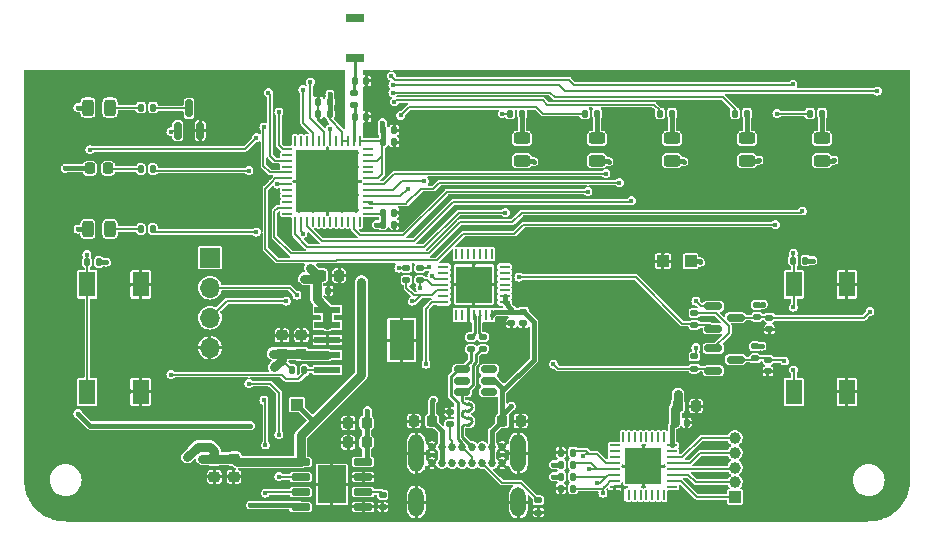
<source format=gtl>
G04 #@! TF.GenerationSoftware,KiCad,Pcbnew,(6.0.0)*
G04 #@! TF.CreationDate,2022-02-07T18:43:45-08:00*
G04 #@! TF.ProjectId,LightsProject_Rev_C,4c696768-7473-4507-926f-6a6563745f52,rev?*
G04 #@! TF.SameCoordinates,Original*
G04 #@! TF.FileFunction,Copper,L1,Top*
G04 #@! TF.FilePolarity,Positive*
%FSLAX46Y46*%
G04 Gerber Fmt 4.6, Leading zero omitted, Abs format (unit mm)*
G04 Created by KiCad (PCBNEW (6.0.0)) date 2022-02-07 18:43:45*
%MOMM*%
%LPD*%
G01*
G04 APERTURE LIST*
G04 Aperture macros list*
%AMRoundRect*
0 Rectangle with rounded corners*
0 $1 Rounding radius*
0 $2 $3 $4 $5 $6 $7 $8 $9 X,Y pos of 4 corners*
0 Add a 4 corners polygon primitive as box body*
4,1,4,$2,$3,$4,$5,$6,$7,$8,$9,$2,$3,0*
0 Add four circle primitives for the rounded corners*
1,1,$1+$1,$2,$3*
1,1,$1+$1,$4,$5*
1,1,$1+$1,$6,$7*
1,1,$1+$1,$8,$9*
0 Add four rect primitives between the rounded corners*
20,1,$1+$1,$2,$3,$4,$5,0*
20,1,$1+$1,$4,$5,$6,$7,0*
20,1,$1+$1,$6,$7,$8,$9,0*
20,1,$1+$1,$8,$9,$2,$3,0*%
G04 Aperture macros list end*
G04 #@! TA.AperFunction,SMDPad,CuDef*
%ADD10RoundRect,0.140000X-0.140000X-0.170000X0.140000X-0.170000X0.140000X0.170000X-0.140000X0.170000X0*%
G04 #@! TD*
G04 #@! TA.AperFunction,ComponentPad*
%ADD11R,1.700000X1.700000*%
G04 #@! TD*
G04 #@! TA.AperFunction,ComponentPad*
%ADD12O,1.700000X1.700000*%
G04 #@! TD*
G04 #@! TA.AperFunction,SMDPad,CuDef*
%ADD13RoundRect,0.135000X-0.185000X0.135000X-0.185000X-0.135000X0.185000X-0.135000X0.185000X0.135000X0*%
G04 #@! TD*
G04 #@! TA.AperFunction,SMDPad,CuDef*
%ADD14R,1.600000X0.800000*%
G04 #@! TD*
G04 #@! TA.AperFunction,SMDPad,CuDef*
%ADD15RoundRect,0.135000X0.135000X0.185000X-0.135000X0.185000X-0.135000X-0.185000X0.135000X-0.185000X0*%
G04 #@! TD*
G04 #@! TA.AperFunction,ComponentPad*
%ADD16C,0.685800*%
G04 #@! TD*
G04 #@! TA.AperFunction,ComponentPad*
%ADD17O,1.300000X2.500000*%
G04 #@! TD*
G04 #@! TA.AperFunction,ComponentPad*
%ADD18O,1.300000X3.200000*%
G04 #@! TD*
G04 #@! TA.AperFunction,SMDPad,CuDef*
%ADD19RoundRect,0.140000X-0.170000X0.140000X-0.170000X-0.140000X0.170000X-0.140000X0.170000X0.140000X0*%
G04 #@! TD*
G04 #@! TA.AperFunction,SMDPad,CuDef*
%ADD20R,1.000000X1.000000*%
G04 #@! TD*
G04 #@! TA.AperFunction,SMDPad,CuDef*
%ADD21RoundRect,0.150000X0.150000X-0.587500X0.150000X0.587500X-0.150000X0.587500X-0.150000X-0.587500X0*%
G04 #@! TD*
G04 #@! TA.AperFunction,SMDPad,CuDef*
%ADD22RoundRect,0.225000X0.225000X0.250000X-0.225000X0.250000X-0.225000X-0.250000X0.225000X-0.250000X0*%
G04 #@! TD*
G04 #@! TA.AperFunction,SMDPad,CuDef*
%ADD23RoundRect,0.225000X0.250000X-0.225000X0.250000X0.225000X-0.250000X0.225000X-0.250000X-0.225000X0*%
G04 #@! TD*
G04 #@! TA.AperFunction,SMDPad,CuDef*
%ADD24RoundRect,0.225000X-0.225000X-0.250000X0.225000X-0.250000X0.225000X0.250000X-0.225000X0.250000X0*%
G04 #@! TD*
G04 #@! TA.AperFunction,SMDPad,CuDef*
%ADD25RoundRect,0.135000X0.185000X-0.135000X0.185000X0.135000X-0.185000X0.135000X-0.185000X-0.135000X0*%
G04 #@! TD*
G04 #@! TA.AperFunction,SMDPad,CuDef*
%ADD26RoundRect,0.243750X0.243750X0.456250X-0.243750X0.456250X-0.243750X-0.456250X0.243750X-0.456250X0*%
G04 #@! TD*
G04 #@! TA.AperFunction,SMDPad,CuDef*
%ADD27RoundRect,0.243750X-0.456250X0.243750X-0.456250X-0.243750X0.456250X-0.243750X0.456250X0.243750X0*%
G04 #@! TD*
G04 #@! TA.AperFunction,SMDPad,CuDef*
%ADD28RoundRect,0.225000X-0.250000X0.225000X-0.250000X-0.225000X0.250000X-0.225000X0.250000X0.225000X0*%
G04 #@! TD*
G04 #@! TA.AperFunction,SMDPad,CuDef*
%ADD29RoundRect,0.218750X0.218750X0.256250X-0.218750X0.256250X-0.218750X-0.256250X0.218750X-0.256250X0*%
G04 #@! TD*
G04 #@! TA.AperFunction,SMDPad,CuDef*
%ADD30RoundRect,0.150000X-0.512500X-0.150000X0.512500X-0.150000X0.512500X0.150000X-0.512500X0.150000X0*%
G04 #@! TD*
G04 #@! TA.AperFunction,SMDPad,CuDef*
%ADD31R,1.400000X2.100000*%
G04 #@! TD*
G04 #@! TA.AperFunction,SMDPad,CuDef*
%ADD32RoundRect,0.135000X-0.135000X-0.185000X0.135000X-0.185000X0.135000X0.185000X-0.135000X0.185000X0*%
G04 #@! TD*
G04 #@! TA.AperFunction,SMDPad,CuDef*
%ADD33RoundRect,0.150000X-0.587500X-0.150000X0.587500X-0.150000X0.587500X0.150000X-0.587500X0.150000X0*%
G04 #@! TD*
G04 #@! TA.AperFunction,SMDPad,CuDef*
%ADD34R,2.200000X0.600000*%
G04 #@! TD*
G04 #@! TA.AperFunction,SMDPad,CuDef*
%ADD35R,2.150000X3.450000*%
G04 #@! TD*
G04 #@! TA.AperFunction,SMDPad,CuDef*
%ADD36R,0.254000X0.900000*%
G04 #@! TD*
G04 #@! TA.AperFunction,SMDPad,CuDef*
%ADD37R,0.900000X0.254000*%
G04 #@! TD*
G04 #@! TA.AperFunction,SMDPad,CuDef*
%ADD38R,3.100000X3.100000*%
G04 #@! TD*
G04 #@! TA.AperFunction,SMDPad,CuDef*
%ADD39RoundRect,0.150000X0.650000X0.150000X-0.650000X0.150000X-0.650000X-0.150000X0.650000X-0.150000X0*%
G04 #@! TD*
G04 #@! TA.AperFunction,SMDPad,CuDef*
%ADD40R,2.400000X3.200000*%
G04 #@! TD*
G04 #@! TA.AperFunction,SMDPad,CuDef*
%ADD41RoundRect,0.062500X-0.062500X0.337500X-0.062500X-0.337500X0.062500X-0.337500X0.062500X0.337500X0*%
G04 #@! TD*
G04 #@! TA.AperFunction,SMDPad,CuDef*
%ADD42RoundRect,0.062500X-0.337500X0.062500X-0.337500X-0.062500X0.337500X-0.062500X0.337500X0.062500X0*%
G04 #@! TD*
G04 #@! TA.AperFunction,ComponentPad*
%ADD43C,0.500000*%
G04 #@! TD*
G04 #@! TA.AperFunction,SMDPad,CuDef*
%ADD44R,5.300000X5.300000*%
G04 #@! TD*
G04 #@! TA.AperFunction,SMDPad,CuDef*
%ADD45RoundRect,0.140000X0.140000X0.170000X-0.140000X0.170000X-0.140000X-0.170000X0.140000X-0.170000X0*%
G04 #@! TD*
G04 #@! TA.AperFunction,ComponentPad*
%ADD46R,1.000000X1.000000*%
G04 #@! TD*
G04 #@! TA.AperFunction,ComponentPad*
%ADD47C,1.000000*%
G04 #@! TD*
G04 #@! TA.AperFunction,SMDPad,CuDef*
%ADD48RoundRect,0.062500X0.375000X0.062500X-0.375000X0.062500X-0.375000X-0.062500X0.375000X-0.062500X0*%
G04 #@! TD*
G04 #@! TA.AperFunction,SMDPad,CuDef*
%ADD49RoundRect,0.062500X0.062500X0.375000X-0.062500X0.375000X-0.062500X-0.375000X0.062500X-0.375000X0*%
G04 #@! TD*
G04 #@! TA.AperFunction,ViaPad*
%ADD50C,0.450000*%
G04 #@! TD*
G04 #@! TA.AperFunction,Conductor*
%ADD51C,0.381000*%
G04 #@! TD*
G04 #@! TA.AperFunction,Conductor*
%ADD52C,0.762000*%
G04 #@! TD*
G04 #@! TA.AperFunction,Conductor*
%ADD53C,0.177800*%
G04 #@! TD*
G04 #@! TA.AperFunction,Conductor*
%ADD54C,0.228854*%
G04 #@! TD*
G04 #@! TA.AperFunction,Conductor*
%ADD55C,0.293370*%
G04 #@! TD*
G04 APERTURE END LIST*
D10*
X133921000Y-65046000D03*
X134881000Y-65046000D03*
D11*
X121666000Y-80020000D03*
D12*
X121666000Y-82560000D03*
X121666000Y-85100000D03*
X121666000Y-87640000D03*
D13*
X167817800Y-87526400D03*
X167817800Y-88546400D03*
D14*
X133985000Y-63103500D03*
X133985000Y-59703500D03*
D15*
X152402000Y-96520000D03*
X151382000Y-96520000D03*
D16*
X140463876Y-96065407D03*
X141313876Y-96065407D03*
X142163876Y-96065407D03*
X143013876Y-96065407D03*
X143863877Y-96065407D03*
X144713875Y-96065407D03*
X145563876Y-96065407D03*
X146413877Y-96065407D03*
X146413877Y-97415407D03*
X145563876Y-97415407D03*
X144713875Y-97415407D03*
X143863877Y-97415407D03*
X143013876Y-97415407D03*
X142163876Y-97415407D03*
X141313876Y-97415407D03*
X140463876Y-97415407D03*
D17*
X139118875Y-100715408D03*
D18*
X139118875Y-96565406D03*
D17*
X147758875Y-100715408D03*
D18*
X147758875Y-96565406D03*
D15*
X112270000Y-80391000D03*
X111250000Y-80391000D03*
D19*
X147193000Y-84610000D03*
X147193000Y-85570000D03*
X168910000Y-88674000D03*
X168910000Y-89634000D03*
D20*
X162358693Y-80315983D03*
D21*
X118938000Y-69263500D03*
X120838000Y-69263500D03*
X119888000Y-67388500D03*
D22*
X134922000Y-94018000D03*
X133372000Y-94018000D03*
D23*
X129413000Y-88151000D03*
X129413000Y-86601000D03*
D15*
X116842000Y-67310000D03*
X115822000Y-67310000D03*
D10*
X130711000Y-82804000D03*
X131671000Y-82804000D03*
D13*
X133893000Y-66060000D03*
X133893000Y-67080000D03*
D24*
X131051000Y-81534000D03*
X132601000Y-81534000D03*
D22*
X140475000Y-93853000D03*
X138925000Y-93853000D03*
D19*
X148209000Y-84610000D03*
X148209000Y-85570000D03*
D25*
X141986000Y-94109000D03*
X141986000Y-93089000D03*
D26*
X113205500Y-67310000D03*
X111330500Y-67310000D03*
D27*
X154432000Y-69928500D03*
X154432000Y-71803500D03*
D28*
X123698000Y-97028000D03*
X123698000Y-98578000D03*
D29*
X113055500Y-72453500D03*
X111480500Y-72453500D03*
D30*
X143007500Y-89474000D03*
X143007500Y-90424000D03*
X143007500Y-91374000D03*
X145282500Y-91374000D03*
X145282500Y-90424000D03*
X145282500Y-89474000D03*
D13*
X136306000Y-100112000D03*
X136306000Y-101132000D03*
D24*
X146418000Y-93853000D03*
X147968000Y-93853000D03*
D10*
X161064000Y-93980000D03*
X162024000Y-93980000D03*
D13*
X162687000Y-88390000D03*
X162687000Y-89410000D03*
D31*
X111287721Y-91392295D03*
X111287721Y-82292295D03*
X115787721Y-91392295D03*
X115787721Y-82292295D03*
D10*
X136299000Y-77216000D03*
X137259000Y-77216000D03*
D20*
X160020000Y-80315983D03*
D10*
X136299000Y-69215000D03*
X137259000Y-69215000D03*
D27*
X160782000Y-69928500D03*
X160782000Y-71803500D03*
D32*
X172464000Y-67818000D03*
X173484000Y-67818000D03*
X147064000Y-67818000D03*
X148084000Y-67818000D03*
X153414000Y-67818000D03*
X154434000Y-67818000D03*
D33*
X164289500Y-87696000D03*
X164289500Y-89596000D03*
X166164500Y-88646000D03*
D34*
X131609500Y-84455000D03*
X131609500Y-85725000D03*
D35*
X137909500Y-86995000D03*
D34*
X131609500Y-86995000D03*
X131609500Y-88265000D03*
X131609500Y-89535000D03*
D27*
X173482000Y-69928500D03*
X173482000Y-71803500D03*
D23*
X127762000Y-88151000D03*
X127762000Y-86601000D03*
D24*
X161277000Y-92583000D03*
X162827000Y-92583000D03*
D13*
X167970200Y-84021200D03*
X167970200Y-85041200D03*
D25*
X139446000Y-81917000D03*
X139446000Y-80897000D03*
D32*
X151382000Y-98552000D03*
X152402000Y-98552000D03*
D31*
X171087728Y-91392295D03*
X171087728Y-82292295D03*
X175587728Y-91392295D03*
X175587728Y-82292295D03*
D33*
X164289500Y-84140000D03*
X164289500Y-86040000D03*
X166164500Y-85090000D03*
D36*
X142518000Y-84886000D03*
X143018000Y-84886000D03*
X143518000Y-84886000D03*
X144018000Y-84886000D03*
X144518000Y-84886000D03*
X145018000Y-84886000D03*
X145518000Y-84886000D03*
D37*
X146608000Y-83796000D03*
X146608000Y-83296000D03*
X146608000Y-82796000D03*
X146608000Y-82296000D03*
X146608000Y-81796000D03*
X146608000Y-81296000D03*
X146608000Y-80796000D03*
D36*
X145518000Y-79706000D03*
X145018000Y-79706000D03*
X144518000Y-79706000D03*
X144018000Y-79706000D03*
X143518000Y-79706000D03*
X143018000Y-79706000D03*
X142518000Y-79706000D03*
D37*
X141428000Y-80796000D03*
X141428000Y-81296000D03*
X141428000Y-81796000D03*
X141428000Y-82296000D03*
X141428000Y-82796000D03*
X141428000Y-83296000D03*
X141428000Y-83796000D03*
D38*
X144018000Y-82296000D03*
D39*
X134638000Y-101130000D03*
X134638000Y-99860000D03*
X134638000Y-98590000D03*
X134638000Y-97320000D03*
X129338000Y-97320000D03*
X129338000Y-98590000D03*
X129338000Y-99860000D03*
X129338000Y-101130000D03*
D40*
X131988000Y-99225000D03*
D27*
X148082000Y-69928500D03*
X148082000Y-71803500D03*
D15*
X129669000Y-89535000D03*
X128649000Y-89535000D03*
D32*
X115822000Y-77597000D03*
X116842000Y-77597000D03*
D10*
X136299000Y-76200000D03*
X137259000Y-76200000D03*
D15*
X152402000Y-99568000D03*
X151382000Y-99568000D03*
D32*
X151382000Y-97536000D03*
X152402000Y-97536000D03*
D20*
X129032000Y-92456000D03*
D13*
X149479000Y-100582000D03*
X149479000Y-101602000D03*
D25*
X143764000Y-87759000D03*
X143764000Y-86739000D03*
X138303000Y-81917000D03*
X138303000Y-80897000D03*
D41*
X134357000Y-70105000D03*
X133857000Y-70105000D03*
X133357000Y-70105000D03*
X132857000Y-70105000D03*
X132357000Y-70105000D03*
X131857000Y-70105000D03*
X131357000Y-70105000D03*
X130857000Y-70105000D03*
X130357000Y-70105000D03*
X129857000Y-70105000D03*
X129357000Y-70105000D03*
X128857000Y-70105000D03*
D42*
X128157000Y-70805000D03*
X128157000Y-71305000D03*
X128157000Y-71805000D03*
X128157000Y-72305000D03*
X128157000Y-72805000D03*
X128157000Y-73305000D03*
X128157000Y-73805000D03*
X128157000Y-74305000D03*
X128157000Y-74805000D03*
X128157000Y-75305000D03*
X128157000Y-75805000D03*
X128157000Y-76305000D03*
D41*
X128857000Y-77005000D03*
X129357000Y-77005000D03*
X129857000Y-77005000D03*
X130357000Y-77005000D03*
X130857000Y-77005000D03*
X131357000Y-77005000D03*
X131857000Y-77005000D03*
X132357000Y-77005000D03*
X132857000Y-77005000D03*
X133357000Y-77005000D03*
X133857000Y-77005000D03*
X134357000Y-77005000D03*
D42*
X135057000Y-76305000D03*
X135057000Y-75805000D03*
X135057000Y-75305000D03*
X135057000Y-74805000D03*
X135057000Y-74305000D03*
X135057000Y-73805000D03*
X135057000Y-73305000D03*
X135057000Y-72805000D03*
X135057000Y-72305000D03*
X135057000Y-71805000D03*
X135057000Y-71305000D03*
X135057000Y-70805000D03*
D43*
X134007000Y-75955000D03*
X132807000Y-74755000D03*
X134007000Y-71155000D03*
X131607000Y-74755000D03*
X132807000Y-75955000D03*
X132807000Y-72355000D03*
X129207000Y-75955000D03*
X132807000Y-71155000D03*
X132807000Y-73555000D03*
X130407000Y-74755000D03*
X129207000Y-73555000D03*
X131607000Y-73555000D03*
D44*
X131607000Y-73555000D03*
D43*
X134007000Y-73555000D03*
X134007000Y-74755000D03*
X131607000Y-72355000D03*
X130407000Y-72355000D03*
X130407000Y-75955000D03*
X134007000Y-72355000D03*
X129207000Y-71155000D03*
X131607000Y-75955000D03*
X131607000Y-71155000D03*
X130407000Y-73555000D03*
X130407000Y-71155000D03*
X129207000Y-72355000D03*
X129207000Y-74755000D03*
D45*
X131798000Y-67818000D03*
X130838000Y-67818000D03*
D27*
X167132000Y-69928500D03*
X167132000Y-71803500D03*
D32*
X159764000Y-67818000D03*
X160784000Y-67818000D03*
D46*
X166116000Y-100290000D03*
D47*
X166116000Y-99040000D03*
X166116000Y-97790000D03*
X166116000Y-96540000D03*
X166116000Y-95290000D03*
D13*
X162687000Y-84707000D03*
X162687000Y-85727000D03*
D32*
X115822000Y-72517000D03*
X116842000Y-72517000D03*
D28*
X122047000Y-97028000D03*
X122047000Y-98578000D03*
D15*
X172087000Y-80264000D03*
X171067000Y-80264000D03*
D32*
X166114000Y-67818000D03*
X167134000Y-67818000D03*
D22*
X134922000Y-95669000D03*
X133372000Y-95669000D03*
D45*
X131798000Y-66802000D03*
X130838000Y-66802000D03*
D25*
X144780000Y-87759000D03*
X144780000Y-86739000D03*
D26*
X113205500Y-77597000D03*
X111330500Y-77597000D03*
D48*
X160806500Y-99413000D03*
X160806500Y-98913000D03*
X160806500Y-98413000D03*
X160806500Y-97913000D03*
X160806500Y-97413000D03*
X160806500Y-96913000D03*
X160806500Y-96413000D03*
X160806500Y-95913000D03*
D49*
X160119000Y-95225500D03*
X159619000Y-95225500D03*
X159119000Y-95225500D03*
X158619000Y-95225500D03*
X158119000Y-95225500D03*
X157619000Y-95225500D03*
X157119000Y-95225500D03*
X156619000Y-95225500D03*
D48*
X155931500Y-95913000D03*
X155931500Y-96413000D03*
X155931500Y-96913000D03*
X155931500Y-97413000D03*
X155931500Y-97913000D03*
X155931500Y-98413000D03*
X155931500Y-98913000D03*
X155931500Y-99413000D03*
D49*
X156619000Y-100100500D03*
X157119000Y-100100500D03*
X157619000Y-100100500D03*
X158119000Y-100100500D03*
X158619000Y-100100500D03*
X159119000Y-100100500D03*
X159619000Y-100100500D03*
X160119000Y-100100500D03*
D38*
X158369000Y-97663000D03*
D10*
X133921000Y-68094000D03*
X134881000Y-68094000D03*
X136299000Y-70231000D03*
X137259000Y-70231000D03*
D19*
X169037000Y-85118000D03*
X169037000Y-86078000D03*
D50*
X129540000Y-77978000D03*
X150749000Y-98552000D03*
X150749000Y-97536000D03*
X172720000Y-80264000D03*
X174498000Y-71755000D03*
X131826000Y-66167000D03*
X149098000Y-71882000D03*
X161290000Y-91567000D03*
X168402000Y-87503000D03*
X135763000Y-77216000D03*
X110490000Y-67310000D03*
X155448000Y-71882000D03*
X163195000Y-80391000D03*
X161798000Y-71882000D03*
X127000000Y-88138000D03*
X112903000Y-80391000D03*
X168529000Y-83947000D03*
X127381000Y-73787000D03*
X136271000Y-68580000D03*
X168148000Y-71755000D03*
X127127000Y-89281000D03*
X148132800Y-64414400D03*
X170992800Y-64414400D03*
X180594000Y-83159600D03*
X122047000Y-99314000D03*
X106222800Y-72034400D03*
X119989600Y-101854000D03*
X120777000Y-70358000D03*
X139242800Y-64414400D03*
X117398800Y-84378800D03*
X158292800Y-83515200D03*
X127152400Y-84988400D03*
X130251200Y-78587600D03*
X116382800Y-64414400D03*
X145592800Y-64414400D03*
X155752800Y-64414400D03*
X164642800Y-64414400D03*
X172262800Y-64414400D03*
X180594000Y-93319600D03*
X117449600Y-101854000D03*
X156851712Y-78610052D03*
X132689600Y-101854000D03*
X170789600Y-101854000D03*
X126898400Y-72186800D03*
X154432402Y-78540709D03*
X130810000Y-66167000D03*
X173736000Y-83820000D03*
X154439244Y-82633056D03*
X135686800Y-101092000D03*
X180594000Y-67919600D03*
X113842800Y-64414400D03*
X142697200Y-90424000D03*
X112268000Y-86055200D03*
X131927600Y-90932000D03*
X137769600Y-101854000D03*
X143510000Y-85725000D03*
X164134800Y-98501200D03*
X155675655Y-74619498D03*
X156210000Y-99822000D03*
X117144800Y-76047600D03*
X152247600Y-78028800D03*
X114909600Y-101854000D03*
X124002800Y-81686400D03*
X106222800Y-64414400D03*
X180594000Y-78079600D03*
X113588800Y-94945200D03*
X108762800Y-64414400D03*
X167386000Y-81026000D03*
X176072800Y-64414400D03*
X146862800Y-64414400D03*
X133096000Y-86995000D03*
X119278400Y-71729600D03*
X138811000Y-84963000D03*
X125577600Y-84937600D03*
X131318000Y-100330000D03*
X148209000Y-86106000D03*
X154482800Y-64414400D03*
X117602000Y-98044000D03*
X129413000Y-85852000D03*
X106222800Y-82194400D03*
X128574800Y-65328800D03*
X127716489Y-66843328D03*
X153009600Y-82753200D03*
X175641000Y-90043000D03*
X130149600Y-101854000D03*
X162052000Y-94615000D03*
X156854701Y-82621499D03*
X180594000Y-88239600D03*
X109169200Y-86055200D03*
X135001000Y-69088000D03*
X127762000Y-85852000D03*
X127609600Y-101854000D03*
X108356400Y-74777600D03*
X132715000Y-65913000D03*
X142849600Y-101854000D03*
X151942800Y-64414400D03*
X130352800Y-64414400D03*
X135001000Y-67056000D03*
X140817600Y-85191600D03*
X164084000Y-101041200D03*
X106222800Y-74574400D03*
X150672800Y-64414400D03*
X110032800Y-64414400D03*
X132715000Y-64516000D03*
X147193000Y-86106000D03*
X145389600Y-101854000D03*
X106222800Y-77114400D03*
X118369809Y-97155000D03*
X164084000Y-99618800D03*
X153212800Y-90220800D03*
X132486400Y-78079600D03*
X165709600Y-101854000D03*
X152354459Y-76716453D03*
X173532800Y-64414400D03*
X119278400Y-76555600D03*
X164287200Y-95808800D03*
X159562800Y-64414400D03*
X173329600Y-101854000D03*
X167182800Y-64414400D03*
X122732800Y-64414400D03*
X106222800Y-69494400D03*
X158242000Y-78689200D03*
X114808000Y-82296000D03*
X106222800Y-89814400D03*
X115112800Y-64414400D03*
X149402800Y-64414400D03*
X140589000Y-73406000D03*
X132715000Y-67183000D03*
X106222800Y-87274400D03*
X179273200Y-73761600D03*
X175514000Y-83693000D03*
X148717000Y-93853000D03*
X170332400Y-74015600D03*
X180594000Y-70459600D03*
X164185600Y-97129600D03*
X124002800Y-64414400D03*
X127101600Y-81838800D03*
X120192800Y-64414400D03*
X152247600Y-72186800D03*
X144322800Y-64414400D03*
X135229600Y-101854000D03*
X117652800Y-71526400D03*
X132588000Y-93980000D03*
X178612800Y-64414400D03*
X123825000Y-93472000D03*
X137795000Y-77216000D03*
X137795000Y-76200000D03*
X173736000Y-90170000D03*
X135077200Y-91236800D03*
X132715000Y-68453000D03*
X132588000Y-95631000D03*
X166878000Y-92964000D03*
X135432800Y-64414400D03*
X179882800Y-64414400D03*
X157276800Y-98704400D03*
X157988000Y-90220800D03*
X180594000Y-65379600D03*
X107492800Y-64414400D03*
X140935716Y-75911974D03*
X180594000Y-98399600D03*
X159410400Y-98755200D03*
X106222800Y-94894400D03*
X111302800Y-64414400D03*
X141782800Y-64414400D03*
X163372800Y-64414400D03*
X137033000Y-89027000D03*
X119126000Y-84531200D03*
X140309600Y-101854000D03*
X135001000Y-65913000D03*
X180594000Y-90779600D03*
X140589000Y-71882000D03*
X118364000Y-101346000D03*
X169722800Y-64414400D03*
X138176000Y-93853000D03*
X106222800Y-79654400D03*
X114808000Y-91313000D03*
X180594000Y-85699600D03*
X121462800Y-64414400D03*
X171958000Y-74015600D03*
X127812800Y-64414400D03*
X180594000Y-72999600D03*
X110337600Y-74676000D03*
X162687000Y-93472000D03*
X168452800Y-64414400D03*
X140335000Y-74803000D03*
X155652751Y-90061107D03*
X177342800Y-64414400D03*
X163169600Y-101854000D03*
X153212800Y-64414400D03*
X155549600Y-101854000D03*
X112369600Y-101854000D03*
X137922000Y-69215000D03*
X129082800Y-64414400D03*
X180594000Y-75539600D03*
X168859200Y-73914000D03*
X128168400Y-69799200D03*
X106222800Y-84734400D03*
X155687423Y-82552156D03*
X137972800Y-64414400D03*
X164388800Y-94386400D03*
X162814000Y-91821000D03*
X162102800Y-64414400D03*
X155726810Y-78301860D03*
X143459200Y-78638400D03*
X160629600Y-101854000D03*
X150749000Y-96520000D03*
X168249600Y-101854000D03*
X126542800Y-64414400D03*
X154404573Y-90049550D03*
X123952000Y-84836000D03*
X138811000Y-89027000D03*
X174802800Y-64414400D03*
X112420400Y-75387200D03*
X125272800Y-64414400D03*
X143052800Y-64414400D03*
X106222800Y-92354400D03*
X106222800Y-97434400D03*
X175869600Y-101854000D03*
X131318000Y-98171000D03*
X117602000Y-99314000D03*
X180594000Y-80619600D03*
X156820030Y-90061107D03*
X159410400Y-96520000D03*
X157022800Y-64414400D03*
X158292800Y-64414400D03*
X128473200Y-78587600D03*
X118922800Y-64414400D03*
X154478842Y-74670863D03*
X117652800Y-64414400D03*
X141478000Y-92583000D03*
X135763000Y-98552000D03*
X137922000Y-70231000D03*
X122529600Y-101854000D03*
X180594000Y-95859600D03*
X150469600Y-101854000D03*
X160832800Y-64414400D03*
X117602000Y-100584000D03*
X132715000Y-98171000D03*
X125069600Y-101854000D03*
X158089600Y-101854000D03*
X123698000Y-99314000D03*
X127508000Y-79502000D03*
X106222800Y-66954400D03*
X131622800Y-64414400D03*
X137033000Y-84963000D03*
X112572800Y-64414400D03*
X150749000Y-99568000D03*
X127291700Y-71076048D03*
X165912800Y-64414400D03*
X114935000Y-93345000D03*
X140512800Y-64414400D03*
X132715000Y-100330000D03*
X153009600Y-101854000D03*
X170307000Y-88773000D03*
X171831000Y-76073000D03*
X177546000Y-84582000D03*
X137160000Y-65405000D03*
X129540000Y-65786000D03*
X178181000Y-65913000D03*
X140589000Y-92075000D03*
X110490000Y-77597000D03*
X109410646Y-72451029D03*
X135001000Y-92964000D03*
X125095000Y-100965000D03*
X147193000Y-92583000D03*
X110490000Y-93218000D03*
X125095000Y-94234000D03*
X119761000Y-96901000D03*
X121031000Y-97028000D03*
X130175000Y-80899000D03*
X134493000Y-82042000D03*
X129667000Y-81788000D03*
X129032000Y-83185000D03*
X139446000Y-82550000D03*
X128143000Y-83693000D03*
X138811000Y-83693000D03*
X162814000Y-83693000D03*
X162814000Y-87630000D03*
X140462000Y-81534000D03*
X147828000Y-81661000D03*
X150749000Y-89027000D03*
X139954000Y-89027000D03*
X118364000Y-89916000D03*
X118364000Y-69342000D03*
X125603000Y-69850000D03*
X131826000Y-69088000D03*
X111252000Y-79756000D03*
X111506000Y-70866000D03*
X139827000Y-73533000D03*
X140208000Y-80772000D03*
X138430000Y-74168000D03*
X137668000Y-80899000D03*
X171069000Y-89535000D03*
X171069000Y-84201000D03*
X130175000Y-65151000D03*
X171022755Y-65337208D03*
X171069000Y-79629000D03*
X137033000Y-64643000D03*
X137160000Y-66040000D03*
X126619000Y-66040000D03*
X137287000Y-66802000D03*
X127508000Y-67691000D03*
X126238000Y-68961000D03*
X137820400Y-67970400D03*
X146431000Y-67818000D03*
X146685000Y-76200000D03*
X154432000Y-99060000D03*
X156337000Y-73660000D03*
X153797000Y-97917000D03*
X155194000Y-72898000D03*
X153289000Y-96774000D03*
X153670000Y-74422000D03*
X157353000Y-75184000D03*
X154940000Y-99949000D03*
X126365000Y-99949000D03*
X125603000Y-77851000D03*
X126238000Y-92075000D03*
X126365000Y-95885000D03*
X124968000Y-90678000D03*
X127508000Y-98552000D03*
X124968000Y-72644000D03*
X127508000Y-94996000D03*
X169545000Y-77216000D03*
X169672000Y-67818000D03*
D51*
X172087000Y-80264000D02*
X172720000Y-80264000D01*
X136271000Y-68580000D02*
X136271000Y-69187000D01*
X162358693Y-80315983D02*
X163119983Y-80315983D01*
X151382000Y-98552000D02*
X150749000Y-98552000D01*
D52*
X127762000Y-88646000D02*
X127127000Y-89281000D01*
D51*
X173482000Y-71803500D02*
X174449500Y-71803500D01*
X160782000Y-71803500D02*
X161719500Y-71803500D01*
X167132000Y-71803500D02*
X168099500Y-71803500D01*
D53*
X136271000Y-71374000D02*
X136271000Y-70259000D01*
D52*
X127762000Y-88151000D02*
X127013000Y-88151000D01*
X131609500Y-88265000D02*
X129527000Y-88265000D01*
D53*
X134357000Y-70105000D02*
X136173000Y-70105000D01*
D52*
X129413000Y-88151000D02*
X127762000Y-88151000D01*
D51*
X154432000Y-71803500D02*
X155369500Y-71803500D01*
D53*
X128157000Y-73805000D02*
X127399000Y-73805000D01*
D52*
X161290000Y-91567000D02*
X161290000Y-92570000D01*
D51*
X163119983Y-80315983D02*
X163195000Y-80391000D01*
X135763000Y-77216000D02*
X136299000Y-77216000D01*
D53*
X135840000Y-71805000D02*
X136271000Y-71374000D01*
X136271000Y-72923400D02*
X136271000Y-71374000D01*
D51*
X174449500Y-71803500D02*
X174498000Y-71755000D01*
X155369500Y-71803500D02*
X155448000Y-71882000D01*
D53*
X132857000Y-70105000D02*
X133357000Y-70105000D01*
X135057000Y-73305000D02*
X135889400Y-73305000D01*
D51*
X168099500Y-71803500D02*
X168148000Y-71755000D01*
X131826000Y-66774000D02*
X131798000Y-66802000D01*
X131798000Y-66802000D02*
X131798000Y-67818000D01*
D53*
X136173000Y-70105000D02*
X136299000Y-70231000D01*
X135889400Y-73305000D02*
X136271000Y-72923400D01*
D51*
X168378600Y-87526400D02*
X168402000Y-87503000D01*
D53*
X129357000Y-77795000D02*
X129540000Y-77978000D01*
D51*
X151382000Y-97536000D02*
X150749000Y-97536000D01*
X161719500Y-71803500D02*
X161798000Y-71882000D01*
D53*
X127399000Y-73805000D02*
X127381000Y-73787000D01*
D51*
X167970200Y-84021200D02*
X168454800Y-84021200D01*
D52*
X129527000Y-88265000D02*
X129413000Y-88151000D01*
D51*
X149019500Y-71803500D02*
X149098000Y-71882000D01*
D53*
X127762000Y-88648000D02*
X127762000Y-88151000D01*
D51*
X160806500Y-95913000D02*
X160806500Y-94237500D01*
D53*
X136194000Y-76305000D02*
X136299000Y-76200000D01*
D51*
X160806500Y-94237500D02*
X161064000Y-93980000D01*
D52*
X161290000Y-92570000D02*
X161277000Y-92583000D01*
D51*
X167817800Y-87526400D02*
X168378600Y-87526400D01*
D53*
X128649000Y-89535000D02*
X127762000Y-88648000D01*
X129357000Y-77005000D02*
X129357000Y-77795000D01*
X136271000Y-70259000D02*
X136299000Y-70231000D01*
D51*
X131826000Y-66167000D02*
X131826000Y-66774000D01*
D53*
X132857000Y-69357000D02*
X131798000Y-68298000D01*
X131798000Y-68298000D02*
X131798000Y-67818000D01*
D51*
X112903000Y-80391000D02*
X112270000Y-80391000D01*
D52*
X127013000Y-88151000D02*
X127000000Y-88138000D01*
X161277000Y-92583000D02*
X161064000Y-92796000D01*
D51*
X136299000Y-69215000D02*
X136299000Y-70231000D01*
D52*
X127762000Y-88151000D02*
X127762000Y-88646000D01*
D51*
X136271000Y-69187000D02*
X136299000Y-69215000D01*
D53*
X135057000Y-71805000D02*
X135840000Y-71805000D01*
D51*
X168454800Y-84021200D02*
X168529000Y-83947000D01*
D53*
X132857000Y-70105000D02*
X132857000Y-69357000D01*
D51*
X136299000Y-77216000D02*
X136299000Y-76200000D01*
D52*
X161064000Y-92796000D02*
X161064000Y-93980000D01*
D51*
X110490000Y-67310000D02*
X111330500Y-67310000D01*
D53*
X135057000Y-76305000D02*
X136194000Y-76305000D01*
D51*
X148082000Y-71803500D02*
X149019500Y-71803500D01*
D53*
X130838000Y-66802000D02*
X130838000Y-67818000D01*
X140171043Y-79665957D02*
X128560957Y-79665957D01*
X127127000Y-76073000D02*
X127395000Y-75805000D01*
X168910000Y-88674000D02*
X170208000Y-88674000D01*
X127395000Y-75805000D02*
X128157000Y-75805000D01*
X148082000Y-76200000D02*
X147249478Y-77032522D01*
X170208000Y-88674000D02*
X170307000Y-88773000D01*
X167718200Y-88646000D02*
X167817800Y-88546400D01*
X127127000Y-78232000D02*
X127127000Y-76073000D01*
X168782400Y-88546400D02*
X168910000Y-88674000D01*
X166164500Y-88646000D02*
X167718200Y-88646000D01*
X147249478Y-77032522D02*
X142804478Y-77032522D01*
X171831000Y-76073000D02*
X171704000Y-76200000D01*
X128560957Y-79665957D02*
X127127000Y-78232000D01*
X171704000Y-76200000D02*
X148082000Y-76200000D01*
X167817800Y-88546400D02*
X168782400Y-88546400D01*
X142804478Y-77032522D02*
X140171043Y-79665957D01*
X130302000Y-69342000D02*
X129540000Y-68580000D01*
X169037000Y-85118000D02*
X177010000Y-85118000D01*
X168960200Y-85041200D02*
X169037000Y-85118000D01*
X167970200Y-85041200D02*
X168960200Y-85041200D01*
X129540000Y-68580000D02*
X129540000Y-65786000D01*
X137160000Y-65405000D02*
X151206200Y-65405000D01*
X166164500Y-85090000D02*
X168148000Y-85090000D01*
X130357000Y-70105000D02*
X130357000Y-69397000D01*
X151714200Y-65913000D02*
X178181000Y-65913000D01*
X168148000Y-85090000D02*
X168099200Y-85041200D01*
X130357000Y-69397000D02*
X130302000Y-69342000D01*
X168099200Y-85041200D02*
X167970200Y-85041200D01*
X151206200Y-65405000D02*
X151714200Y-65913000D01*
X177010000Y-85118000D02*
X177546000Y-84582000D01*
D51*
X145796000Y-90424000D02*
X146418000Y-91046000D01*
X145563876Y-97415407D02*
X145563876Y-96065407D01*
X125095000Y-100965000D02*
X129173000Y-100965000D01*
X146608000Y-83796000D02*
X146608000Y-83296000D01*
X145563876Y-96065407D02*
X145563876Y-94707124D01*
X110490000Y-93218000D02*
X111506000Y-94234000D01*
X110490000Y-77597000D02*
X111330500Y-77597000D01*
X111506000Y-94234000D02*
X125095000Y-94234000D01*
X147193000Y-84381000D02*
X146608000Y-83796000D01*
X135001000Y-93939000D02*
X134922000Y-94018000D01*
X141313876Y-94691876D02*
X140475000Y-93853000D01*
X146418000Y-93853000D02*
X146418000Y-93358000D01*
X146418000Y-91046000D02*
X146418000Y-91326000D01*
X146418000Y-91326000D02*
X149098000Y-88646000D01*
X149098000Y-85466756D02*
X148241244Y-84610000D01*
X129173000Y-100965000D02*
X129338000Y-101130000D01*
X135001000Y-92964000D02*
X135001000Y-93939000D01*
X148241244Y-84610000D02*
X148209000Y-84610000D01*
X147193000Y-84610000D02*
X145794000Y-84610000D01*
X145563876Y-94707124D02*
X146418000Y-93853000D01*
X141313876Y-96065407D02*
X141313876Y-94691876D01*
X146418000Y-91326000D02*
X146418000Y-93853000D01*
X146418000Y-93358000D02*
X147193000Y-92583000D01*
X140589000Y-92075000D02*
X140475000Y-92189000D01*
X148209000Y-84610000D02*
X147193000Y-84610000D01*
X145794000Y-84610000D02*
X145518000Y-84886000D01*
X134922000Y-94018000D02*
X134922000Y-95669000D01*
X134922000Y-95669000D02*
X134922000Y-97036000D01*
X145282500Y-90424000D02*
X145796000Y-90424000D01*
X140475000Y-92189000D02*
X140475000Y-93853000D01*
X109410646Y-72451029D02*
X111478029Y-72451029D01*
X111478029Y-72451029D02*
X111480500Y-72453500D01*
X134922000Y-97036000D02*
X134638000Y-97320000D01*
X147193000Y-84610000D02*
X147193000Y-84381000D01*
X141313876Y-97415407D02*
X141313876Y-96065407D01*
X149098000Y-88646000D02*
X149098000Y-85466756D01*
D52*
X123990000Y-97320000D02*
X123698000Y-97028000D01*
X122047000Y-96393000D02*
X121666000Y-96012000D01*
X129338000Y-97320000D02*
X129338000Y-95071000D01*
X130797000Y-81788000D02*
X131051000Y-81534000D01*
X129667000Y-81788000D02*
X130797000Y-81788000D01*
X131051000Y-81534000D02*
X130711000Y-81874000D01*
X129338000Y-95071000D02*
X130492500Y-93916500D01*
X130711000Y-83556500D02*
X131609500Y-84455000D01*
X121666000Y-96012000D02*
X120650000Y-96012000D01*
X131609500Y-84455000D02*
X131609500Y-85725000D01*
X130492500Y-93916500D02*
X134493000Y-89916000D01*
X120650000Y-96012000D02*
X119761000Y-96901000D01*
X122047000Y-97028000D02*
X122047000Y-96393000D01*
X130175000Y-80899000D02*
X130810000Y-81534000D01*
X121031000Y-97028000D02*
X122047000Y-97028000D01*
X130810000Y-81534000D02*
X131051000Y-81534000D01*
X123698000Y-97028000D02*
X122047000Y-97028000D01*
X130711000Y-81874000D02*
X130711000Y-82804000D01*
X134493000Y-89916000D02*
X134493000Y-82042000D01*
X129338000Y-97320000D02*
X123990000Y-97320000D01*
X130711000Y-82804000D02*
X130711000Y-83556500D01*
D51*
X130492500Y-93916500D02*
X129032000Y-92456000D01*
D53*
X160806500Y-98913000D02*
X161538980Y-98913000D01*
X161538980Y-98913000D02*
X162915980Y-100290000D01*
X162915980Y-100290000D02*
X166116000Y-100290000D01*
X162794000Y-99040000D02*
X166116000Y-99040000D01*
X160806500Y-98413000D02*
X162167000Y-98413000D01*
X162167000Y-98413000D02*
X162794000Y-99040000D01*
X160806500Y-97913000D02*
X165993000Y-97913000D01*
X165993000Y-97913000D02*
X166116000Y-97790000D01*
X160806500Y-97413000D02*
X162302000Y-97413000D01*
X162302000Y-97413000D02*
X163175000Y-96540000D01*
X163175000Y-96540000D02*
X166116000Y-96540000D01*
X160806500Y-96913000D02*
X161659000Y-96913000D01*
X163282000Y-95290000D02*
X166116000Y-95290000D01*
X161659000Y-96913000D02*
X163282000Y-95290000D01*
X141986000Y-95377000D02*
X142163876Y-95554876D01*
X141986000Y-94109000D02*
X141986000Y-95377000D01*
X142163876Y-95554876D02*
X142163876Y-96065407D01*
D54*
X143007500Y-89474000D02*
X143025032Y-89474000D01*
X142078653Y-90101544D02*
X142706197Y-89474000D01*
X142626246Y-95366951D02*
X142626246Y-92244049D01*
X142706197Y-89474000D02*
X143007500Y-89474000D01*
X142078653Y-91696456D02*
X142078653Y-90101544D01*
X143025032Y-89474000D02*
X143764000Y-88735032D01*
X143764000Y-88735032D02*
X143764000Y-87759000D01*
X142626246Y-92244049D02*
X142078653Y-91696456D01*
X143013876Y-96065407D02*
X143013876Y-95754581D01*
D53*
X143863877Y-96915408D02*
X143013876Y-96065407D01*
D54*
X143013876Y-95754581D02*
X142626246Y-95366951D01*
D53*
X143863877Y-97415407D02*
X143863877Y-96915408D01*
D54*
X143936347Y-90746456D02*
X143936347Y-89108653D01*
X143007500Y-95209030D02*
X143007500Y-94482500D01*
X143308803Y-91374000D02*
X143936347Y-90746456D01*
X143936347Y-89108653D02*
X144152115Y-88892885D01*
X144152115Y-88258475D02*
X144651590Y-87759000D01*
X143007500Y-92032500D02*
X143007500Y-91374000D01*
X143623114Y-95813051D02*
X143019093Y-95209030D01*
X143007500Y-92082500D02*
X143007500Y-92032500D01*
X143571260Y-93582500D02*
X143307500Y-93582500D01*
X143007500Y-91374000D02*
X143308803Y-91374000D01*
X143019093Y-95209030D02*
X143007500Y-95209030D01*
X143623114Y-95824644D02*
X143623114Y-95813051D01*
X143307500Y-94182500D02*
X143571260Y-94182500D01*
X143307500Y-92982500D02*
X143571260Y-92982500D01*
X144152115Y-88892885D02*
X144152115Y-88258475D01*
X144651590Y-87759000D02*
X144780000Y-87759000D01*
X143863877Y-96065407D02*
X143623114Y-95824644D01*
X143571260Y-92382500D02*
X143307500Y-92382500D01*
X143871260Y-93882500D02*
G75*
G02*
X143571260Y-94182500I-300000J0D01*
G01*
X143007500Y-92082500D02*
G75*
G03*
X143307500Y-92382500I300000J0D01*
G01*
X143307500Y-92982500D02*
G75*
G03*
X143007500Y-93282500I0J-300000D01*
G01*
X143007500Y-93282500D02*
G75*
G03*
X143307500Y-93582500I300000J0D01*
G01*
X143571260Y-92382500D02*
G75*
G02*
X143871260Y-92682500I0J-300000D01*
G01*
X143307500Y-94182500D02*
G75*
G03*
X143007500Y-94482500I0J-300000D01*
G01*
X143871260Y-92682500D02*
G75*
G02*
X143571260Y-92982500I-300000J0D01*
G01*
X143571260Y-93582500D02*
G75*
G02*
X143871260Y-93882500I0J-300000D01*
G01*
D53*
X146358468Y-99060000D02*
X147963276Y-99060000D01*
X149479000Y-100575724D02*
X149479000Y-100582000D01*
X144713875Y-97415407D02*
X146358468Y-99060000D01*
X147963276Y-99060000D02*
X149479000Y-100575724D01*
X140462000Y-82296000D02*
X140081000Y-81915000D01*
X140081000Y-81915000D02*
X140079000Y-81917000D01*
X128407000Y-82560000D02*
X129032000Y-83185000D01*
X141428000Y-82296000D02*
X140462000Y-82296000D01*
X121666000Y-82560000D02*
X128407000Y-82560000D01*
X139446000Y-81917000D02*
X139446000Y-82550000D01*
X140079000Y-81917000D02*
X139446000Y-81917000D01*
X138938000Y-83185000D02*
X138303000Y-82550000D01*
X140869378Y-82796000D02*
X140480378Y-83185000D01*
X139065000Y-83693000D02*
X138811000Y-83693000D01*
X128143000Y-83693000D02*
X123073000Y-83693000D01*
X141428000Y-82796000D02*
X140869378Y-82796000D01*
X139573000Y-83185000D02*
X139065000Y-83693000D01*
X140480378Y-83185000D02*
X139573000Y-83185000D01*
X139573000Y-83185000D02*
X138938000Y-83185000D01*
X123073000Y-83693000D02*
X121666000Y-85100000D01*
X138303000Y-82550000D02*
X138303000Y-81917000D01*
D51*
X167134000Y-69926500D02*
X167132000Y-69928500D01*
X167134000Y-67818000D02*
X167134000Y-69926500D01*
X160784000Y-69926500D02*
X160782000Y-69928500D01*
X160784000Y-67818000D02*
X160784000Y-69926500D01*
X154434000Y-67818000D02*
X154434000Y-69926500D01*
X154434000Y-69926500D02*
X154432000Y-69928500D01*
X148084000Y-67818000D02*
X148084000Y-69926500D01*
X148084000Y-69926500D02*
X148082000Y-69928500D01*
D53*
X115822000Y-67310000D02*
X113205500Y-67310000D01*
X115822000Y-77597000D02*
X113205500Y-77597000D01*
X113119000Y-72517000D02*
X113055500Y-72453500D01*
X115822000Y-72517000D02*
X113119000Y-72517000D01*
X163261000Y-84140000D02*
X162814000Y-83693000D01*
X164289500Y-84140000D02*
X163261000Y-84140000D01*
X162814000Y-87630000D02*
X162814000Y-88263000D01*
X162814000Y-88263000D02*
X162687000Y-88390000D01*
X161671000Y-85598000D02*
X162558000Y-85598000D01*
X162687000Y-85727000D02*
X163976500Y-85727000D01*
X162558000Y-85598000D02*
X162687000Y-85727000D01*
X157734000Y-81661000D02*
X161671000Y-85598000D01*
X140724000Y-81796000D02*
X140462000Y-81534000D01*
X163976500Y-85727000D02*
X164289500Y-86040000D01*
X147828000Y-81661000D02*
X157734000Y-81661000D01*
X141428000Y-81796000D02*
X140724000Y-81796000D01*
X165608000Y-86377500D02*
X164289500Y-87696000D01*
X162687000Y-84707000D02*
X164491298Y-84707000D01*
X164491298Y-84707000D02*
X165608000Y-85823702D01*
X165608000Y-85823702D02*
X165608000Y-86377500D01*
X150749000Y-89027000D02*
X151132000Y-89410000D01*
X162687000Y-89410000D02*
X164103500Y-89410000D01*
X139954000Y-84328000D02*
X139954000Y-89027000D01*
X140486000Y-83796000D02*
X139954000Y-84328000D01*
X164103500Y-89410000D02*
X164289500Y-89596000D01*
X141428000Y-83796000D02*
X140486000Y-83796000D01*
X151132000Y-89410000D02*
X162687000Y-89410000D01*
X127762000Y-89916000D02*
X128143000Y-90297000D01*
X129669000Y-89787000D02*
X129669000Y-89535000D01*
X118364000Y-89916000D02*
X127762000Y-89916000D01*
X118442500Y-69263500D02*
X118364000Y-69342000D01*
X131609500Y-89535000D02*
X129669000Y-89535000D01*
X118938000Y-69263500D02*
X118442500Y-69263500D01*
X128143000Y-90297000D02*
X129159000Y-90297000D01*
X129159000Y-90297000D02*
X129669000Y-89787000D01*
X116920500Y-67388500D02*
X116842000Y-67310000D01*
X119888000Y-67388500D02*
X116920500Y-67388500D01*
X111252000Y-79756000D02*
X111252000Y-80389000D01*
X111287721Y-82292295D02*
X111287721Y-91392295D01*
X125603000Y-69850000D02*
X124629189Y-70823811D01*
X124629189Y-70823811D02*
X111548189Y-70823811D01*
X111287721Y-80428721D02*
X111287721Y-82292295D01*
X111252000Y-80389000D02*
X111250000Y-80391000D01*
X131857000Y-70105000D02*
X131857000Y-69119000D01*
X131857000Y-69119000D02*
X131826000Y-69088000D01*
X111250000Y-80391000D02*
X111287721Y-80428721D01*
X111548189Y-70823811D02*
X111506000Y-70866000D01*
X140083000Y-80897000D02*
X139446000Y-80897000D01*
X140208000Y-80772000D02*
X140083000Y-80897000D01*
X137922000Y-73533000D02*
X137150000Y-74305000D01*
X139827000Y-73533000D02*
X137922000Y-73533000D01*
X137150000Y-74305000D02*
X135057000Y-74305000D01*
X137774221Y-74823779D02*
X135075779Y-74823779D01*
X135075779Y-74823779D02*
X135057000Y-74805000D01*
X137670000Y-80897000D02*
X138303000Y-80897000D01*
X138430000Y-74168000D02*
X137774221Y-74823779D01*
X137668000Y-80899000D02*
X137670000Y-80897000D01*
X131357000Y-69381000D02*
X130175000Y-68199000D01*
X171067000Y-80264000D02*
X171087728Y-80284728D01*
X171069000Y-80262000D02*
X171067000Y-80264000D01*
X130175000Y-68199000D02*
X130175000Y-65151000D01*
X171069000Y-89535000D02*
X171087728Y-89553728D01*
X171087728Y-89553728D02*
X171087728Y-91392295D01*
X151739600Y-64973200D02*
X137363200Y-64973200D01*
X171069000Y-79629000D02*
X171069000Y-80262000D01*
X171087728Y-82292295D02*
X171087728Y-84182272D01*
X152095200Y-64973200D02*
X152501600Y-65379600D01*
X137363200Y-64973200D02*
X137033000Y-64643000D01*
X171087728Y-84182272D02*
X171069000Y-84201000D01*
X131357000Y-70105000D02*
X131357000Y-69381000D01*
X171087728Y-80284728D02*
X171087728Y-82292295D01*
X152501600Y-65379600D02*
X170980363Y-65379600D01*
X151739600Y-64973200D02*
X152095200Y-64973200D01*
X170980363Y-65379600D02*
X171022755Y-65337208D01*
X127177000Y-71805000D02*
X128157000Y-71805000D01*
X126746000Y-66167000D02*
X126746000Y-71374000D01*
X150876000Y-66421000D02*
X165100000Y-66421000D01*
X126746000Y-71374000D02*
X127177000Y-71805000D01*
X137160000Y-66040000D02*
X150495000Y-66040000D01*
X150495000Y-66040000D02*
X150876000Y-66421000D01*
X126619000Y-66040000D02*
X126746000Y-66167000D01*
X166114000Y-67435000D02*
X166114000Y-67818000D01*
X165100000Y-66421000D02*
X166114000Y-67435000D01*
X127508000Y-67691000D02*
X127508000Y-70485000D01*
X137414000Y-66675000D02*
X149860000Y-66675000D01*
X127828000Y-70805000D02*
X128157000Y-70805000D01*
X150241000Y-67056000D02*
X159258000Y-67056000D01*
X127508000Y-70485000D02*
X127828000Y-70805000D01*
X137287000Y-66802000D02*
X137414000Y-66675000D01*
X149860000Y-66675000D02*
X150241000Y-67056000D01*
X159764000Y-67562000D02*
X159764000Y-67818000D01*
X159258000Y-67056000D02*
X159764000Y-67562000D01*
X149860000Y-67818000D02*
X153414000Y-67818000D01*
X137820400Y-67970400D02*
X138533620Y-67257180D01*
X149299180Y-67257180D02*
X149860000Y-67818000D01*
X126195811Y-69003189D02*
X126195811Y-72220811D01*
X126195811Y-72220811D02*
X126780000Y-72805000D01*
X138533620Y-67257180D02*
X149299180Y-67257180D01*
X126238000Y-68961000D02*
X126195811Y-69003189D01*
X126780000Y-72805000D02*
X128157000Y-72805000D01*
X139792974Y-79121000D02*
X129921000Y-79121000D01*
X129921000Y-79121000D02*
X128857000Y-78057000D01*
X142713974Y-76200000D02*
X139792974Y-79121000D01*
X128857000Y-78057000D02*
X128857000Y-77005000D01*
X146431000Y-67818000D02*
X147064000Y-67818000D01*
X146685000Y-76200000D02*
X142713974Y-76200000D01*
X154432000Y-99060000D02*
X154686000Y-99060000D01*
X138304180Y-75439180D02*
X135191180Y-75439180D01*
X155333000Y-98413000D02*
X155257500Y-98488500D01*
X139573000Y-74168000D02*
X138304180Y-75436820D01*
X154686000Y-99060000D02*
X155257500Y-98488500D01*
X141097000Y-73660000D02*
X140589000Y-74168000D01*
X155194000Y-98552000D02*
X152402000Y-98552000D01*
X135191180Y-75439180D02*
X135057000Y-75305000D01*
X156337000Y-73660000D02*
X141097000Y-73660000D01*
X155931500Y-98413000D02*
X155333000Y-98413000D01*
X155257500Y-98488500D02*
X155194000Y-98552000D01*
X138304180Y-75436820D02*
X138304180Y-75439180D01*
X140589000Y-74168000D02*
X139573000Y-74168000D01*
X153801000Y-97913000D02*
X154428000Y-97913000D01*
X155931500Y-97913000D02*
X154428000Y-97913000D01*
X136380000Y-73805000D02*
X135057000Y-73805000D01*
X152529000Y-97409000D02*
X152402000Y-97536000D01*
X137287000Y-72898000D02*
X136380000Y-73805000D01*
X153924000Y-97409000D02*
X152529000Y-97409000D01*
X153797000Y-97917000D02*
X153801000Y-97913000D01*
X155194000Y-72898000D02*
X137287000Y-72898000D01*
X154428000Y-97913000D02*
X153924000Y-97409000D01*
X155198000Y-97413000D02*
X154432000Y-96647000D01*
X138049000Y-78105000D02*
X141732000Y-74422000D01*
X134366000Y-78105000D02*
X138049000Y-78105000D01*
X152529000Y-96393000D02*
X152402000Y-96520000D01*
X141732000Y-74422000D02*
X153670000Y-74422000D01*
X153416000Y-96647000D02*
X153289000Y-96774000D01*
X133857000Y-77005000D02*
X133857000Y-77596000D01*
X133857000Y-77596000D02*
X134366000Y-78105000D01*
X153797000Y-96647000D02*
X153543000Y-96393000D01*
X153797000Y-96647000D02*
X153416000Y-96647000D01*
X153543000Y-96393000D02*
X152529000Y-96393000D01*
X155931500Y-97413000D02*
X155198000Y-97413000D01*
X154432000Y-96647000D02*
X153797000Y-96647000D01*
X129857000Y-77340087D02*
X129857000Y-77005000D01*
X154940000Y-99538042D02*
X154940000Y-99949000D01*
X142240000Y-75311000D02*
X138938000Y-78613000D01*
X157226000Y-75311000D02*
X142240000Y-75311000D01*
X154910041Y-99568000D02*
X152402000Y-99568000D01*
X155565041Y-98913000D02*
X155242521Y-99235521D01*
X131129913Y-78613000D02*
X129857000Y-77340087D01*
X157353000Y-75184000D02*
X157226000Y-75311000D01*
X155931500Y-98913000D02*
X155565041Y-98913000D01*
X155242521Y-99235521D02*
X154910041Y-99568000D01*
X138938000Y-78613000D02*
X131129913Y-78613000D01*
X155242521Y-99235521D02*
X154940000Y-99538042D01*
D54*
X144081854Y-84949854D02*
X144018000Y-84886000D01*
X144081373Y-85792956D02*
X144081854Y-85792475D01*
X143764000Y-86739000D02*
X144081372Y-86421628D01*
X144081372Y-86421628D02*
X144081373Y-85792956D01*
X144081854Y-85792475D02*
X144081854Y-84949854D01*
X144462628Y-86421628D02*
X144462627Y-84941373D01*
X144780000Y-86739000D02*
X144462628Y-86421628D01*
X144462627Y-84941373D02*
X144518000Y-84886000D01*
D53*
X125603000Y-77851000D02*
X117096000Y-77851000D01*
X117096000Y-77851000D02*
X116842000Y-77597000D01*
X126365000Y-92202000D02*
X126238000Y-92075000D01*
X126454000Y-99860000D02*
X126365000Y-99949000D01*
X129338000Y-99860000D02*
X126454000Y-99860000D01*
X126365000Y-95885000D02*
X126365000Y-92202000D01*
X136306000Y-100112000D02*
X136306000Y-99984000D01*
X136182000Y-99860000D02*
X134638000Y-99860000D01*
X136306000Y-99984000D02*
X136182000Y-99860000D01*
X127508000Y-91440000D02*
X126746000Y-90678000D01*
X116969000Y-72644000D02*
X116842000Y-72517000D01*
X126746000Y-90678000D02*
X124968000Y-90678000D01*
X129338000Y-98590000D02*
X127546000Y-98590000D01*
X127508000Y-94996000D02*
X127508000Y-91440000D01*
X124968000Y-72644000D02*
X116969000Y-72644000D01*
X127546000Y-98590000D02*
X127508000Y-98552000D01*
D51*
X173484000Y-67818000D02*
X173484000Y-69926500D01*
X173484000Y-69926500D02*
X173482000Y-69928500D01*
D53*
X140846566Y-80260434D02*
X132337566Y-80260434D01*
X126915189Y-73617811D02*
X126915189Y-73594054D01*
X172464000Y-67818000D02*
X169672000Y-67818000D01*
X127204243Y-73305000D02*
X128157000Y-73305000D01*
X143129000Y-77978000D02*
X140846566Y-80260434D01*
X126915189Y-73594054D02*
X127204243Y-73305000D01*
X126365000Y-74168000D02*
X126915189Y-73617811D01*
X126365000Y-79248000D02*
X126365000Y-74168000D01*
X127381000Y-80264000D02*
X126365000Y-79248000D01*
X147447000Y-77978000D02*
X143129000Y-77978000D01*
X132337566Y-80260434D02*
X132334000Y-80264000D01*
X148209000Y-77216000D02*
X147447000Y-77978000D01*
X169545000Y-77216000D02*
X148209000Y-77216000D01*
X132334000Y-80264000D02*
X127381000Y-80264000D01*
D55*
X133921000Y-65046000D02*
X133921000Y-63167500D01*
X133893000Y-66060000D02*
X133893000Y-65074000D01*
X133921000Y-63167500D02*
X133985000Y-63103500D01*
X133893000Y-65074000D02*
X133921000Y-65046000D01*
X133921000Y-67108000D02*
X133893000Y-67080000D01*
X133857000Y-68158000D02*
X133921000Y-68094000D01*
X133857000Y-70105000D02*
X133857000Y-68158000D01*
X133921000Y-68094000D02*
X133921000Y-67108000D01*
G04 #@! TA.AperFunction,Conductor*
G36*
X133069138Y-64152593D02*
G01*
X133094858Y-64197142D01*
X133096000Y-64210200D01*
X133096000Y-69072495D01*
X133078407Y-69120833D01*
X133033858Y-69146553D01*
X132983200Y-69137620D01*
X132967626Y-69125669D01*
X132144291Y-68302334D01*
X132122551Y-68255714D01*
X132135865Y-68206027D01*
X132144244Y-68196032D01*
X132178957Y-68161259D01*
X132178958Y-68161258D01*
X132183862Y-68156345D01*
X132187059Y-68149115D01*
X132209284Y-68098843D01*
X132227982Y-68056549D01*
X132229108Y-68046889D01*
X132230648Y-68033683D01*
X132230648Y-68033682D01*
X132230900Y-68031521D01*
X132230899Y-67604480D01*
X132227862Y-67578945D01*
X132183568Y-67479226D01*
X132163472Y-67459165D01*
X132141692Y-67412563D01*
X132141400Y-67405944D01*
X132141400Y-67213992D01*
X132158993Y-67165654D01*
X132163379Y-67160864D01*
X132178957Y-67145259D01*
X132178958Y-67145258D01*
X132183862Y-67140345D01*
X132188831Y-67129107D01*
X132202311Y-67098614D01*
X132227982Y-67040549D01*
X132230900Y-67015521D01*
X132230899Y-66588480D01*
X132227862Y-66562945D01*
X132206049Y-66513837D01*
X132186388Y-66469574D01*
X132186387Y-66469573D01*
X132183568Y-66463226D01*
X132181809Y-66461470D01*
X132169400Y-66421506D01*
X132169400Y-66343491D01*
X132177597Y-66309350D01*
X132187197Y-66290509D01*
X132187197Y-66290508D01*
X132189885Y-66285233D01*
X132204934Y-66190217D01*
X132207685Y-66172847D01*
X132208611Y-66167000D01*
X132207223Y-66158233D01*
X132191892Y-66061442D01*
X132189885Y-66048767D01*
X132135539Y-65942107D01*
X132050893Y-65857461D01*
X131944233Y-65803115D01*
X131885116Y-65793752D01*
X131831847Y-65785315D01*
X131826000Y-65784389D01*
X131820153Y-65785315D01*
X131766884Y-65793752D01*
X131707767Y-65803115D01*
X131601107Y-65857461D01*
X131516461Y-65942107D01*
X131462115Y-66048767D01*
X131460108Y-66061442D01*
X131444778Y-66158233D01*
X131443389Y-66167000D01*
X131444315Y-66172847D01*
X131447066Y-66190217D01*
X131462115Y-66285233D01*
X131464803Y-66290508D01*
X131464803Y-66290509D01*
X131474403Y-66309350D01*
X131482600Y-66343491D01*
X131482600Y-66361959D01*
X131465007Y-66410297D01*
X131460621Y-66415087D01*
X131418682Y-66457100D01*
X131412138Y-66463655D01*
X131409331Y-66470005D01*
X131409330Y-66470006D01*
X131386513Y-66521616D01*
X131350877Y-66558712D01*
X131299733Y-66564222D01*
X131257012Y-66535569D01*
X131249010Y-66521735D01*
X131225967Y-66469858D01*
X131218238Y-66458612D01*
X131150972Y-66391463D01*
X131139707Y-66383750D01*
X131051605Y-66344800D01*
X131040814Y-66341858D01*
X131023608Y-66339852D01*
X131019269Y-66339600D01*
X130978259Y-66339600D01*
X130968102Y-66343297D01*
X130965000Y-66348669D01*
X130965000Y-66853800D01*
X130947407Y-66902138D01*
X130902858Y-66927858D01*
X130889800Y-66929000D01*
X130786200Y-66929000D01*
X130737862Y-66911407D01*
X130712142Y-66866858D01*
X130711000Y-66853800D01*
X130711000Y-66352860D01*
X130707303Y-66342703D01*
X130701931Y-66339601D01*
X130656773Y-66339601D01*
X130652356Y-66339863D01*
X130634663Y-66341967D01*
X130623908Y-66344923D01*
X130535859Y-66384033D01*
X130534594Y-66384902D01*
X130532937Y-66385331D01*
X130529514Y-66386851D01*
X130529261Y-66386281D01*
X130484792Y-66397782D01*
X130438363Y-66375636D01*
X130417032Y-66328828D01*
X130416800Y-66322928D01*
X130416800Y-65474780D01*
X130434393Y-65426442D01*
X130438826Y-65421606D01*
X130484539Y-65375893D01*
X130538885Y-65269233D01*
X130557611Y-65151000D01*
X130538885Y-65032767D01*
X130484539Y-64926107D01*
X130399893Y-64841461D01*
X130378099Y-64830356D01*
X130334420Y-64808101D01*
X130293233Y-64787115D01*
X130175000Y-64768389D01*
X130056767Y-64787115D01*
X130015580Y-64808101D01*
X129971902Y-64830356D01*
X129950107Y-64841461D01*
X129865461Y-64926107D01*
X129811115Y-65032767D01*
X129792389Y-65151000D01*
X129811115Y-65269233D01*
X129820049Y-65286767D01*
X129864863Y-65374719D01*
X129871132Y-65425775D01*
X129843116Y-65468916D01*
X129793923Y-65483956D01*
X129763719Y-65475863D01*
X129658233Y-65422115D01*
X129540000Y-65403389D01*
X129421767Y-65422115D01*
X129315107Y-65476461D01*
X129230461Y-65561107D01*
X129227773Y-65566383D01*
X129227772Y-65566384D01*
X129210251Y-65600772D01*
X129176115Y-65667767D01*
X129157389Y-65786000D01*
X129158315Y-65791847D01*
X129160827Y-65807706D01*
X129176115Y-65904233D01*
X129230461Y-66010893D01*
X129276174Y-66056606D01*
X129297914Y-66103226D01*
X129298200Y-66109780D01*
X129298200Y-68571690D01*
X129298097Y-68575626D01*
X129295841Y-68618671D01*
X129298674Y-68626051D01*
X129305318Y-68643360D01*
X129308669Y-68654673D01*
X129312525Y-68672810D01*
X129312526Y-68672813D01*
X129314170Y-68680546D01*
X129318817Y-68686942D01*
X129318818Y-68686944D01*
X129319849Y-68688363D01*
X129329215Y-68705613D01*
X129329846Y-68707256D01*
X129332679Y-68714636D01*
X129351381Y-68733338D01*
X129359045Y-68742311D01*
X129374590Y-68763707D01*
X129382963Y-68768541D01*
X129398533Y-68780490D01*
X130051819Y-69433776D01*
X130073559Y-69480396D01*
X130060245Y-69530083D01*
X130018108Y-69559588D01*
X129983974Y-69560705D01*
X129944340Y-69552821D01*
X129944339Y-69552821D01*
X129940715Y-69552100D01*
X129857023Y-69552100D01*
X129773286Y-69552101D01*
X129769663Y-69552822D01*
X129769659Y-69552822D01*
X129717720Y-69563153D01*
X129710455Y-69564598D01*
X129648777Y-69605810D01*
X129598813Y-69618035D01*
X129565224Y-69605810D01*
X129503545Y-69564598D01*
X129440715Y-69552100D01*
X129357023Y-69552100D01*
X129273286Y-69552101D01*
X129269663Y-69552822D01*
X129269659Y-69552822D01*
X129217720Y-69563153D01*
X129210455Y-69564598D01*
X129148777Y-69605810D01*
X129098813Y-69618035D01*
X129065224Y-69605810D01*
X129003545Y-69564598D01*
X128940715Y-69552100D01*
X128857023Y-69552100D01*
X128773286Y-69552101D01*
X128769663Y-69552822D01*
X128769659Y-69552822D01*
X128717720Y-69563153D01*
X128710455Y-69564598D01*
X128639205Y-69612205D01*
X128591598Y-69683455D01*
X128579100Y-69746285D01*
X128579101Y-70104952D01*
X128579101Y-70451900D01*
X128561508Y-70500238D01*
X128516959Y-70525958D01*
X128503901Y-70527100D01*
X128344217Y-70527100D01*
X127923206Y-70527101D01*
X127874868Y-70509508D01*
X127870032Y-70505075D01*
X127771826Y-70406869D01*
X127750086Y-70360249D01*
X127749800Y-70353695D01*
X127749800Y-68014780D01*
X127767393Y-67966442D01*
X127771826Y-67961606D01*
X127817539Y-67915893D01*
X127834415Y-67882773D01*
X127869198Y-67814506D01*
X127871885Y-67809233D01*
X127888296Y-67705614D01*
X127889685Y-67696847D01*
X127890611Y-67691000D01*
X127871885Y-67572767D01*
X127824442Y-67479655D01*
X127820228Y-67471384D01*
X127820227Y-67471383D01*
X127817539Y-67466107D01*
X127732893Y-67381461D01*
X127727514Y-67378720D01*
X127665876Y-67347314D01*
X127626233Y-67327115D01*
X127518172Y-67310000D01*
X127513847Y-67309315D01*
X127508000Y-67308389D01*
X127502153Y-67309315D01*
X127497828Y-67310000D01*
X127389767Y-67327115D01*
X127350124Y-67347314D01*
X127288487Y-67378720D01*
X127283107Y-67381461D01*
X127198461Y-67466107D01*
X127195773Y-67471383D01*
X127195772Y-67471384D01*
X127191558Y-67479655D01*
X127144115Y-67572767D01*
X127141005Y-67592404D01*
X127137274Y-67615960D01*
X127112336Y-67660950D01*
X127064313Y-67679385D01*
X127015675Y-67662637D01*
X126989182Y-67618545D01*
X126987800Y-67604196D01*
X126987800Y-66175310D01*
X126987903Y-66171374D01*
X126989922Y-66132855D01*
X126989922Y-66132851D01*
X126990159Y-66128329D01*
X126989922Y-66127711D01*
X126989921Y-66113805D01*
X127000685Y-66045846D01*
X127001611Y-66040000D01*
X127000640Y-66033866D01*
X126983811Y-65927614D01*
X126982885Y-65921767D01*
X126935746Y-65829251D01*
X126931228Y-65820384D01*
X126931227Y-65820383D01*
X126928539Y-65815107D01*
X126843893Y-65730461D01*
X126812645Y-65714539D01*
X126771125Y-65693384D01*
X126737233Y-65676115D01*
X126619000Y-65657389D01*
X126500767Y-65676115D01*
X126466875Y-65693384D01*
X126425356Y-65714539D01*
X126394107Y-65730461D01*
X126309461Y-65815107D01*
X126306773Y-65820383D01*
X126306772Y-65820384D01*
X126302254Y-65829251D01*
X126255115Y-65921767D01*
X126254189Y-65927614D01*
X126237361Y-66033866D01*
X126236389Y-66040000D01*
X126237315Y-66045846D01*
X126237315Y-66045847D01*
X126244200Y-66089317D01*
X126255115Y-66158233D01*
X126263816Y-66175310D01*
X126295022Y-66236554D01*
X126309461Y-66264893D01*
X126394107Y-66349539D01*
X126399383Y-66352227D01*
X126399384Y-66352228D01*
X126463140Y-66384713D01*
X126498222Y-66422334D01*
X126504200Y-66451717D01*
X126504200Y-68549792D01*
X126486607Y-68598130D01*
X126442058Y-68623850D01*
X126394861Y-68616796D01*
X126361509Y-68599803D01*
X126361508Y-68599803D01*
X126356233Y-68597115D01*
X126285089Y-68585847D01*
X126243847Y-68579315D01*
X126238000Y-68578389D01*
X126232153Y-68579315D01*
X126190911Y-68585847D01*
X126119767Y-68597115D01*
X126013107Y-68651461D01*
X125928461Y-68736107D01*
X125925773Y-68741383D01*
X125925772Y-68741384D01*
X125914398Y-68763707D01*
X125874115Y-68842767D01*
X125855389Y-68961000D01*
X125856315Y-68966847D01*
X125856958Y-68970908D01*
X125874115Y-69079233D01*
X125928461Y-69185893D01*
X125932650Y-69190082D01*
X125936124Y-69194863D01*
X125934929Y-69195731D01*
X125953725Y-69236037D01*
X125954011Y-69242591D01*
X125954011Y-69485648D01*
X125936418Y-69533986D01*
X125891869Y-69559706D01*
X125841211Y-69550773D01*
X125834607Y-69546484D01*
X125832080Y-69544648D01*
X125827893Y-69540461D01*
X125721233Y-69486115D01*
X125603000Y-69467389D01*
X125484767Y-69486115D01*
X125378107Y-69540461D01*
X125293461Y-69625107D01*
X125290773Y-69630383D01*
X125290772Y-69630384D01*
X125275476Y-69660404D01*
X125239115Y-69731767D01*
X125220389Y-69850000D01*
X125221315Y-69855846D01*
X125221315Y-69858580D01*
X125203722Y-69906918D01*
X125199289Y-69911754D01*
X124551058Y-70559985D01*
X124504438Y-70581725D01*
X124497884Y-70582011D01*
X111787591Y-70582011D01*
X111739253Y-70564418D01*
X111735374Y-70560863D01*
X111735085Y-70560653D01*
X111730893Y-70556461D01*
X111721161Y-70551502D01*
X111673269Y-70527100D01*
X111624233Y-70502115D01*
X111506000Y-70483389D01*
X111387767Y-70502115D01*
X111338731Y-70527100D01*
X111290840Y-70551502D01*
X111281107Y-70556461D01*
X111196461Y-70641107D01*
X111193773Y-70646383D01*
X111193772Y-70646384D01*
X111184846Y-70663903D01*
X111142115Y-70747767D01*
X111123389Y-70866000D01*
X111142115Y-70984233D01*
X111196461Y-71090893D01*
X111281107Y-71175539D01*
X111286383Y-71178227D01*
X111286384Y-71178228D01*
X111330813Y-71200865D01*
X111387767Y-71229885D01*
X111506000Y-71248611D01*
X111624233Y-71229885D01*
X111681187Y-71200865D01*
X111725616Y-71178228D01*
X111725617Y-71178227D01*
X111730893Y-71175539D01*
X111815539Y-71090893D01*
X111816818Y-71092172D01*
X111852892Y-71067843D01*
X111871079Y-71065611D01*
X124620879Y-71065611D01*
X124624816Y-71065714D01*
X124667860Y-71067970D01*
X124680325Y-71063185D01*
X124692549Y-71058493D01*
X124703862Y-71055142D01*
X124721999Y-71051286D01*
X124722002Y-71051285D01*
X124729735Y-71049641D01*
X124736131Y-71044994D01*
X124736133Y-71044993D01*
X124737552Y-71043962D01*
X124754802Y-71034596D01*
X124756445Y-71033965D01*
X124756446Y-71033965D01*
X124763825Y-71031132D01*
X124782527Y-71012430D01*
X124791500Y-71004766D01*
X124806501Y-70993867D01*
X124812896Y-70989221D01*
X124817730Y-70980848D01*
X124829679Y-70965278D01*
X125541246Y-70253711D01*
X125587866Y-70231971D01*
X125594420Y-70231685D01*
X125597154Y-70231685D01*
X125603000Y-70232611D01*
X125721233Y-70213885D01*
X125827893Y-70159539D01*
X125832080Y-70155352D01*
X125834607Y-70153516D01*
X125884054Y-70139335D01*
X125931047Y-70160255D01*
X125953599Y-70206488D01*
X125954011Y-70214352D01*
X125954011Y-72212501D01*
X125953908Y-72216437D01*
X125951652Y-72259482D01*
X125954485Y-72266862D01*
X125961129Y-72284171D01*
X125964480Y-72295484D01*
X125968336Y-72313621D01*
X125968337Y-72313624D01*
X125969981Y-72321357D01*
X125974628Y-72327753D01*
X125974629Y-72327755D01*
X125975660Y-72329174D01*
X125985026Y-72346424D01*
X125985657Y-72348067D01*
X125988490Y-72355447D01*
X126007192Y-72374149D01*
X126014856Y-72383122D01*
X126030401Y-72404518D01*
X126038774Y-72409352D01*
X126054344Y-72421301D01*
X126603142Y-72970099D01*
X126605853Y-72972955D01*
X126627714Y-72997234D01*
X126634698Y-73004991D01*
X126646816Y-73010386D01*
X126658861Y-73015749D01*
X126669231Y-73021380D01*
X126684778Y-73031476D01*
X126684780Y-73031477D01*
X126691411Y-73035783D01*
X126699219Y-73037020D01*
X126699220Y-73037020D01*
X126700952Y-73037294D01*
X126719776Y-73042870D01*
X126721382Y-73043585D01*
X126721384Y-73043585D01*
X126728604Y-73046800D01*
X126755054Y-73046800D01*
X126766818Y-73047726D01*
X126785131Y-73050627D01*
X126785133Y-73050627D01*
X126792938Y-73051863D01*
X126800570Y-73049818D01*
X126800571Y-73049818D01*
X126802272Y-73049362D01*
X126821735Y-73046800D01*
X126938938Y-73046800D01*
X126987276Y-73064393D01*
X127012996Y-73108942D01*
X127004063Y-73159600D01*
X126992112Y-73175174D01*
X126750090Y-73417196D01*
X126747234Y-73419907D01*
X126730665Y-73434826D01*
X126715198Y-73448752D01*
X126711983Y-73455974D01*
X126704440Y-73472915D01*
X126698809Y-73483285D01*
X126686538Y-73502181D01*
X126676644Y-73514399D01*
X126199901Y-73991142D01*
X126197045Y-73993853D01*
X126175536Y-74013220D01*
X126165009Y-74022698D01*
X126161794Y-74029920D01*
X126154251Y-74046861D01*
X126148620Y-74057231D01*
X126138524Y-74072778D01*
X126138523Y-74072780D01*
X126134217Y-74079411D01*
X126132980Y-74087219D01*
X126132980Y-74087220D01*
X126132706Y-74088952D01*
X126127130Y-74107776D01*
X126123200Y-74116604D01*
X126123200Y-74143054D01*
X126122274Y-74154818D01*
X126120078Y-74168685D01*
X126118137Y-74180938D01*
X126120182Y-74188570D01*
X126120182Y-74188571D01*
X126120638Y-74190272D01*
X126123200Y-74209735D01*
X126123200Y-77764196D01*
X126105607Y-77812534D01*
X126061058Y-77838254D01*
X126010400Y-77829321D01*
X125977335Y-77789916D01*
X125973726Y-77775960D01*
X125967811Y-77738614D01*
X125966885Y-77732767D01*
X125916688Y-77634250D01*
X125915228Y-77631384D01*
X125915227Y-77631383D01*
X125912539Y-77626107D01*
X125827893Y-77541461D01*
X125813755Y-77534257D01*
X125778187Y-77516135D01*
X125721233Y-77487115D01*
X125603000Y-77468389D01*
X125484767Y-77487115D01*
X125427813Y-77516135D01*
X125392246Y-77534257D01*
X125378107Y-77541461D01*
X125332394Y-77587174D01*
X125285774Y-77608914D01*
X125279220Y-77609200D01*
X117340100Y-77609200D01*
X117291762Y-77591607D01*
X117266042Y-77547058D01*
X117264900Y-77534000D01*
X117264900Y-77369228D01*
X117263805Y-77360019D01*
X117262580Y-77349730D01*
X117261913Y-77344124D01*
X117218376Y-77246107D01*
X117213465Y-77241205D01*
X117213464Y-77241203D01*
X117147385Y-77175240D01*
X117147384Y-77175239D01*
X117142471Y-77170335D01*
X117136121Y-77167528D01*
X117136120Y-77167527D01*
X117049554Y-77129257D01*
X117049555Y-77129257D01*
X117044379Y-77126969D01*
X117022028Y-77124363D01*
X117021934Y-77124352D01*
X117021933Y-77124352D01*
X117019772Y-77124100D01*
X116664228Y-77124100D01*
X116662021Y-77124363D01*
X116662014Y-77124363D01*
X116645852Y-77126287D01*
X116639124Y-77127087D01*
X116541107Y-77170624D01*
X116536205Y-77175535D01*
X116536203Y-77175536D01*
X116470240Y-77241615D01*
X116465335Y-77246529D01*
X116462528Y-77252878D01*
X116462527Y-77252880D01*
X116453257Y-77273848D01*
X116421969Y-77344621D01*
X116419100Y-77369228D01*
X116419100Y-77824772D01*
X116422087Y-77849876D01*
X116465624Y-77947893D01*
X116470535Y-77952795D01*
X116470536Y-77952797D01*
X116536615Y-78018760D01*
X116541529Y-78023665D01*
X116547879Y-78026472D01*
X116547880Y-78026473D01*
X116569353Y-78035966D01*
X116639621Y-78067031D01*
X116645239Y-78067686D01*
X116662066Y-78069648D01*
X116662067Y-78069648D01*
X116664228Y-78069900D01*
X116967103Y-78069900D01*
X116994051Y-78074894D01*
X117000781Y-78077477D01*
X117007411Y-78081783D01*
X117015219Y-78083020D01*
X117015220Y-78083020D01*
X117016952Y-78083294D01*
X117035776Y-78088870D01*
X117037382Y-78089585D01*
X117037384Y-78089585D01*
X117044604Y-78092800D01*
X117071054Y-78092800D01*
X117082818Y-78093726D01*
X117101131Y-78096627D01*
X117101133Y-78096627D01*
X117108938Y-78097863D01*
X117116570Y-78095818D01*
X117116571Y-78095818D01*
X117118272Y-78095362D01*
X117137735Y-78092800D01*
X125279220Y-78092800D01*
X125327558Y-78110393D01*
X125332394Y-78114826D01*
X125378107Y-78160539D01*
X125383383Y-78163227D01*
X125383384Y-78163228D01*
X125399623Y-78171502D01*
X125484767Y-78214885D01*
X125603000Y-78233611D01*
X125721233Y-78214885D01*
X125806377Y-78171502D01*
X125822616Y-78163228D01*
X125822617Y-78163227D01*
X125827893Y-78160539D01*
X125912539Y-78075893D01*
X125917055Y-78067031D01*
X125937865Y-78026187D01*
X125966885Y-77969233D01*
X125973726Y-77926040D01*
X125998664Y-77881050D01*
X126046687Y-77862615D01*
X126095325Y-77879363D01*
X126121818Y-77923455D01*
X126123200Y-77937804D01*
X126123200Y-79239690D01*
X126123097Y-79243626D01*
X126120841Y-79286671D01*
X126123674Y-79294051D01*
X126130318Y-79311360D01*
X126133669Y-79322673D01*
X126137525Y-79340810D01*
X126137526Y-79340813D01*
X126139170Y-79348546D01*
X126143817Y-79354942D01*
X126143818Y-79354944D01*
X126144849Y-79356363D01*
X126154215Y-79373613D01*
X126154485Y-79374315D01*
X126157679Y-79382636D01*
X126176381Y-79401338D01*
X126184045Y-79410311D01*
X126199590Y-79431707D01*
X126207963Y-79436541D01*
X126223533Y-79448490D01*
X127204142Y-80429099D01*
X127206853Y-80431955D01*
X127219576Y-80446085D01*
X127235698Y-80463991D01*
X127252280Y-80471373D01*
X127259861Y-80474749D01*
X127270231Y-80480380D01*
X127285778Y-80490476D01*
X127285780Y-80490477D01*
X127292411Y-80494783D01*
X127300219Y-80496020D01*
X127300220Y-80496020D01*
X127301952Y-80496294D01*
X127320776Y-80501870D01*
X127322382Y-80502585D01*
X127322384Y-80502585D01*
X127329604Y-80505800D01*
X127356054Y-80505800D01*
X127367818Y-80506726D01*
X127386131Y-80509627D01*
X127386133Y-80509627D01*
X127393938Y-80510863D01*
X127401570Y-80508818D01*
X127401571Y-80508818D01*
X127403272Y-80508362D01*
X127422735Y-80505800D01*
X129654956Y-80505800D01*
X129703294Y-80523393D01*
X129729014Y-80567942D01*
X129717592Y-80622615D01*
X129694323Y-80657639D01*
X129689800Y-80664446D01*
X129688216Y-80669321D01*
X129688215Y-80669323D01*
X129646181Y-80798689D01*
X129644597Y-80803565D01*
X129644382Y-80808683D01*
X129644382Y-80808686D01*
X129641880Y-80868377D01*
X129638471Y-80949717D01*
X129639641Y-80954704D01*
X129639641Y-80954707D01*
X129668322Y-81076986D01*
X129671874Y-81092131D01*
X129677950Y-81103183D01*
X129699659Y-81142672D01*
X129707529Y-81193507D01*
X129680881Y-81237506D01*
X129635440Y-81253509D01*
X129635468Y-81253926D01*
X129633964Y-81254029D01*
X129633761Y-81254100D01*
X129630352Y-81254100D01*
X129627813Y-81254448D01*
X129627810Y-81254448D01*
X129527154Y-81268236D01*
X129527153Y-81268236D01*
X129522074Y-81268932D01*
X129517369Y-81270968D01*
X129409411Y-81317686D01*
X129387825Y-81327027D01*
X129274144Y-81419084D01*
X129189407Y-81538321D01*
X129187670Y-81543147D01*
X129187669Y-81543148D01*
X129156436Y-81629903D01*
X129139857Y-81675952D01*
X129129143Y-81821839D01*
X129130157Y-81826867D01*
X129130157Y-81826870D01*
X129146832Y-81909567D01*
X129158057Y-81965233D01*
X129224466Y-82095569D01*
X129251119Y-82124554D01*
X129320009Y-82199472D01*
X129320011Y-82199474D01*
X129323479Y-82203245D01*
X129327833Y-82205945D01*
X129327836Y-82205947D01*
X129443443Y-82277626D01*
X129447801Y-82280328D01*
X129452722Y-82281758D01*
X129452725Y-82281759D01*
X129578157Y-82318200D01*
X129588273Y-82321139D01*
X129594250Y-82321578D01*
X129597272Y-82321800D01*
X129597276Y-82321800D01*
X129598636Y-82321900D01*
X130101900Y-82321900D01*
X130150238Y-82339493D01*
X130175958Y-82384042D01*
X130177100Y-82397100D01*
X130177100Y-83542921D01*
X130177034Y-83546069D01*
X130174471Y-83607217D01*
X130175641Y-83612204D01*
X130175641Y-83612207D01*
X130184614Y-83650463D01*
X130185905Y-83657429D01*
X130190383Y-83690118D01*
X130191932Y-83701426D01*
X130199392Y-83718663D01*
X130203587Y-83731350D01*
X130207874Y-83749631D01*
X130210344Y-83754124D01*
X130229274Y-83788559D01*
X130232387Y-83794912D01*
X130250027Y-83835675D01*
X130261846Y-83850271D01*
X130269296Y-83861359D01*
X130276445Y-83874363D01*
X130276447Y-83874366D01*
X130278345Y-83877818D01*
X130280917Y-83880797D01*
X130280920Y-83880802D01*
X130284224Y-83884629D01*
X130285135Y-83885684D01*
X130310674Y-83911223D01*
X130315940Y-83917071D01*
X130342084Y-83949356D01*
X130346259Y-83952323D01*
X130346260Y-83952324D01*
X130360177Y-83962214D01*
X130369789Y-83970338D01*
X130373632Y-83974181D01*
X130395372Y-84020801D01*
X130382984Y-84069133D01*
X130365472Y-84095342D01*
X130356600Y-84139943D01*
X130356601Y-84770056D01*
X130365472Y-84814658D01*
X130399266Y-84865234D01*
X130405423Y-84869348D01*
X130443683Y-84894913D01*
X130443684Y-84894914D01*
X130449842Y-84899028D01*
X130494443Y-84907900D01*
X131000400Y-84907900D01*
X131048738Y-84925493D01*
X131074458Y-84970042D01*
X131075600Y-84983100D01*
X131075600Y-85196901D01*
X131058007Y-85245239D01*
X131013458Y-85270959D01*
X131000400Y-85272101D01*
X130494444Y-85272101D01*
X130449842Y-85280972D01*
X130399266Y-85314766D01*
X130395152Y-85320923D01*
X130371581Y-85356200D01*
X130365472Y-85365342D01*
X130364027Y-85372606D01*
X130359442Y-85395658D01*
X130356600Y-85409943D01*
X130356601Y-86040056D01*
X130365472Y-86084658D01*
X130399266Y-86135234D01*
X130405423Y-86139348D01*
X130443683Y-86164913D01*
X130443684Y-86164914D01*
X130449842Y-86169028D01*
X130494443Y-86177900D01*
X131301075Y-86177900D01*
X131344637Y-86191802D01*
X131359821Y-86202593D01*
X131497452Y-86252143D01*
X131643339Y-86262857D01*
X131648367Y-86261843D01*
X131648370Y-86261843D01*
X131781704Y-86234957D01*
X131786733Y-86233943D01*
X131880641Y-86186095D01*
X131914780Y-86177899D01*
X132724556Y-86177899D01*
X132769158Y-86169028D01*
X132819734Y-86135234D01*
X132853528Y-86084658D01*
X132862400Y-86040057D01*
X132862399Y-85409944D01*
X132853528Y-85365342D01*
X132819734Y-85314766D01*
X132804165Y-85304363D01*
X132775317Y-85285087D01*
X132775316Y-85285086D01*
X132769158Y-85280972D01*
X132755484Y-85278252D01*
X132728182Y-85272821D01*
X132728181Y-85272821D01*
X132724557Y-85272100D01*
X132218600Y-85272100D01*
X132170262Y-85254507D01*
X132144542Y-85209958D01*
X132143400Y-85196900D01*
X132143400Y-84983099D01*
X132160993Y-84934761D01*
X132205542Y-84909041D01*
X132218600Y-84907899D01*
X132724556Y-84907899D01*
X132769158Y-84899028D01*
X132819734Y-84865234D01*
X132837383Y-84838821D01*
X132849413Y-84820817D01*
X132849414Y-84820816D01*
X132853528Y-84814658D01*
X132862400Y-84770057D01*
X132862399Y-84139944D01*
X132853528Y-84095342D01*
X132819734Y-84044766D01*
X132783868Y-84020801D01*
X132775317Y-84015087D01*
X132775316Y-84015086D01*
X132769158Y-84010972D01*
X132724557Y-84002100D01*
X131942797Y-84002100D01*
X131894459Y-83984507D01*
X131889623Y-83980074D01*
X131266926Y-83357378D01*
X131245186Y-83310758D01*
X131244900Y-83304204D01*
X131244900Y-83279706D01*
X131262493Y-83231368D01*
X131307042Y-83205648D01*
X131357700Y-83214581D01*
X131362584Y-83217656D01*
X131369294Y-83222250D01*
X131457395Y-83261200D01*
X131468186Y-83264142D01*
X131485392Y-83266148D01*
X131489731Y-83266400D01*
X131530741Y-83266400D01*
X131540898Y-83262703D01*
X131544000Y-83257331D01*
X131544000Y-83253140D01*
X131798000Y-83253140D01*
X131801697Y-83263297D01*
X131807069Y-83266399D01*
X131852227Y-83266399D01*
X131856644Y-83266137D01*
X131874337Y-83264033D01*
X131885092Y-83261077D01*
X131973144Y-83221966D01*
X131984388Y-83214238D01*
X132051537Y-83146972D01*
X132059250Y-83135707D01*
X132098200Y-83047605D01*
X132101142Y-83036814D01*
X132103148Y-83019608D01*
X132103400Y-83015269D01*
X132103400Y-82944259D01*
X132099703Y-82934102D01*
X132094331Y-82931000D01*
X131811259Y-82931000D01*
X131801102Y-82934697D01*
X131798000Y-82940069D01*
X131798000Y-83253140D01*
X131544000Y-83253140D01*
X131544000Y-82663741D01*
X131798000Y-82663741D01*
X131801697Y-82673898D01*
X131807069Y-82677000D01*
X132090140Y-82677000D01*
X132100297Y-82673303D01*
X132103399Y-82667931D01*
X132103399Y-82592773D01*
X132103137Y-82588356D01*
X132101033Y-82570663D01*
X132098077Y-82559908D01*
X132058966Y-82471856D01*
X132051238Y-82460612D01*
X131983972Y-82393463D01*
X131972707Y-82385750D01*
X131884605Y-82346800D01*
X131873814Y-82343858D01*
X131856608Y-82341852D01*
X131852269Y-82341600D01*
X131811259Y-82341600D01*
X131801102Y-82345297D01*
X131798000Y-82350669D01*
X131798000Y-82663741D01*
X131544000Y-82663741D01*
X131544000Y-82354860D01*
X131540303Y-82344703D01*
X131534931Y-82341601D01*
X131489773Y-82341601D01*
X131485356Y-82341863D01*
X131467663Y-82343967D01*
X131456908Y-82346923D01*
X131368862Y-82386031D01*
X131362695Y-82390270D01*
X131312894Y-82403150D01*
X131266464Y-82381005D01*
X131245132Y-82334197D01*
X131244900Y-82328296D01*
X131244900Y-82236492D01*
X131262493Y-82188154D01*
X131307042Y-82162434D01*
X131311344Y-82161899D01*
X131311814Y-82161899D01*
X131386095Y-82150966D01*
X131391914Y-82148109D01*
X131493450Y-82098257D01*
X131493451Y-82098256D01*
X131499026Y-82095519D01*
X131503414Y-82091124D01*
X131503416Y-82091122D01*
X131551768Y-82042685D01*
X131587908Y-82006482D01*
X131590637Y-82000898D01*
X131590639Y-82000896D01*
X131638449Y-81903086D01*
X131643157Y-81893454D01*
X131649853Y-81847556D01*
X131653506Y-81822518D01*
X131653506Y-81822513D01*
X131653900Y-81819815D01*
X131653900Y-81817018D01*
X131998601Y-81817018D01*
X131999002Y-81822488D01*
X132008669Y-81888168D01*
X132012095Y-81899193D01*
X132062155Y-82001155D01*
X132069289Y-82011120D01*
X132149415Y-82091104D01*
X132159397Y-82098225D01*
X132261449Y-82148109D01*
X132272463Y-82151513D01*
X132337530Y-82161006D01*
X132342963Y-82161400D01*
X132460741Y-82161400D01*
X132470898Y-82157703D01*
X132474000Y-82152331D01*
X132474000Y-82148140D01*
X132728000Y-82148140D01*
X132731697Y-82158297D01*
X132737069Y-82161399D01*
X132859018Y-82161399D01*
X132864488Y-82160998D01*
X132930168Y-82151331D01*
X132941193Y-82147905D01*
X133043155Y-82097845D01*
X133053120Y-82090711D01*
X133133104Y-82010585D01*
X133140225Y-82000603D01*
X133190109Y-81898551D01*
X133193513Y-81887537D01*
X133203006Y-81822470D01*
X133203400Y-81817037D01*
X133203400Y-81674259D01*
X133199703Y-81664102D01*
X133194331Y-81661000D01*
X132741259Y-81661000D01*
X132731102Y-81664697D01*
X132728000Y-81670069D01*
X132728000Y-82148140D01*
X132474000Y-82148140D01*
X132474000Y-81674259D01*
X132470303Y-81664102D01*
X132464931Y-81661000D01*
X132011860Y-81661000D01*
X132001703Y-81664697D01*
X131998601Y-81670069D01*
X131998601Y-81817018D01*
X131653900Y-81817018D01*
X131653899Y-81393741D01*
X131998600Y-81393741D01*
X132002297Y-81403898D01*
X132007669Y-81407000D01*
X132460741Y-81407000D01*
X132470898Y-81403303D01*
X132474000Y-81397931D01*
X132474000Y-81393741D01*
X132728000Y-81393741D01*
X132731697Y-81403898D01*
X132737069Y-81407000D01*
X133190140Y-81407000D01*
X133200297Y-81403303D01*
X133203399Y-81397931D01*
X133203399Y-81250982D01*
X133202998Y-81245512D01*
X133193331Y-81179832D01*
X133189905Y-81168807D01*
X133139845Y-81066845D01*
X133132711Y-81056880D01*
X133052585Y-80976896D01*
X133042603Y-80969775D01*
X132940551Y-80919891D01*
X132929537Y-80916487D01*
X132864470Y-80906994D01*
X132859037Y-80906600D01*
X132741259Y-80906600D01*
X132731102Y-80910297D01*
X132728000Y-80915669D01*
X132728000Y-81393741D01*
X132474000Y-81393741D01*
X132474000Y-80919860D01*
X132470303Y-80909703D01*
X132464931Y-80906601D01*
X132342982Y-80906601D01*
X132337512Y-80907002D01*
X132271832Y-80916669D01*
X132260807Y-80920095D01*
X132158845Y-80970155D01*
X132148880Y-80977289D01*
X132068896Y-81057415D01*
X132061775Y-81067397D01*
X132011891Y-81169449D01*
X132008487Y-81180463D01*
X131998994Y-81245530D01*
X131998600Y-81250963D01*
X131998600Y-81393741D01*
X131653899Y-81393741D01*
X131653899Y-81248186D01*
X131642966Y-81173905D01*
X131640391Y-81168660D01*
X131590257Y-81066550D01*
X131590256Y-81066549D01*
X131587519Y-81060974D01*
X131583124Y-81056586D01*
X131583122Y-81056584D01*
X131540491Y-81014028D01*
X131498482Y-80972092D01*
X131492898Y-80969363D01*
X131492896Y-80969361D01*
X131392035Y-80920060D01*
X131385454Y-80916843D01*
X131340584Y-80910297D01*
X131314518Y-80906494D01*
X131314513Y-80906494D01*
X131311815Y-80906100D01*
X131281623Y-80906100D01*
X130968297Y-80906101D01*
X130919960Y-80888508D01*
X130915123Y-80884075D01*
X130665222Y-80634174D01*
X130643482Y-80587554D01*
X130656796Y-80537867D01*
X130698933Y-80508362D01*
X130718396Y-80505800D01*
X132325690Y-80505800D01*
X132329627Y-80505903D01*
X132372671Y-80508159D01*
X132380050Y-80505326D01*
X132387857Y-80504090D01*
X132387976Y-80504841D01*
X132402044Y-80502234D01*
X137348786Y-80502234D01*
X137397124Y-80519827D01*
X137422844Y-80564376D01*
X137413911Y-80615034D01*
X137401960Y-80630608D01*
X137358461Y-80674107D01*
X137355773Y-80679383D01*
X137355772Y-80679384D01*
X137341993Y-80706427D01*
X137304115Y-80780767D01*
X137300504Y-80803565D01*
X137286778Y-80890233D01*
X137285389Y-80899000D01*
X137286315Y-80904847D01*
X137288730Y-80920095D01*
X137304115Y-81017233D01*
X137314601Y-81037813D01*
X137354750Y-81116609D01*
X137358461Y-81123893D01*
X137443107Y-81208539D01*
X137448383Y-81211227D01*
X137448384Y-81211228D01*
X137479806Y-81227238D01*
X137549767Y-81262885D01*
X137584992Y-81268464D01*
X137616006Y-81273376D01*
X137668000Y-81281611D01*
X137719995Y-81273376D01*
X137751008Y-81268464D01*
X137786233Y-81262885D01*
X137803817Y-81253926D01*
X137840547Y-81235211D01*
X137891604Y-81228942D01*
X137927815Y-81248994D01*
X137947319Y-81268464D01*
X137952529Y-81273665D01*
X137958879Y-81276472D01*
X137958880Y-81276473D01*
X138003477Y-81296189D01*
X138050621Y-81317031D01*
X138056239Y-81317686D01*
X138073066Y-81319648D01*
X138073067Y-81319648D01*
X138075228Y-81319900D01*
X138530772Y-81319900D01*
X138532979Y-81319637D01*
X138532986Y-81319637D01*
X138550270Y-81317580D01*
X138555876Y-81316913D01*
X138653893Y-81273376D01*
X138658795Y-81268465D01*
X138658797Y-81268464D01*
X138724760Y-81202385D01*
X138724761Y-81202384D01*
X138729665Y-81197471D01*
X138733011Y-81189904D01*
X138770743Y-81104554D01*
X138773031Y-81099379D01*
X138775900Y-81074772D01*
X138775900Y-80719228D01*
X138772913Y-80694124D01*
X138759731Y-80664446D01*
X138734641Y-80607960D01*
X138731097Y-80556643D01*
X138761369Y-80515053D01*
X138803366Y-80502234D01*
X138945556Y-80502234D01*
X138993894Y-80519827D01*
X139019614Y-80564376D01*
X139014334Y-80607841D01*
X138975969Y-80694621D01*
X138975314Y-80700239D01*
X138974593Y-80706427D01*
X138973100Y-80719228D01*
X138973100Y-81074772D01*
X138973363Y-81076979D01*
X138973363Y-81076986D01*
X138975287Y-81093148D01*
X138976087Y-81099876D01*
X139019624Y-81197893D01*
X139024535Y-81202795D01*
X139024536Y-81202797D01*
X139090615Y-81268760D01*
X139095529Y-81273665D01*
X139101879Y-81276472D01*
X139101880Y-81276473D01*
X139146477Y-81296189D01*
X139193621Y-81317031D01*
X139199239Y-81317686D01*
X139216066Y-81319648D01*
X139216067Y-81319648D01*
X139218228Y-81319900D01*
X139673772Y-81319900D01*
X139675979Y-81319637D01*
X139675986Y-81319637D01*
X139693270Y-81317580D01*
X139698876Y-81316913D01*
X139796893Y-81273376D01*
X139801795Y-81268465D01*
X139801797Y-81268464D01*
X139867760Y-81202385D01*
X139867761Y-81202384D01*
X139872665Y-81197471D01*
X139875473Y-81191120D01*
X139875474Y-81191119D01*
X139878801Y-81183593D01*
X139914437Y-81146497D01*
X139947579Y-81138800D01*
X140074690Y-81138800D01*
X140078627Y-81138903D01*
X140119822Y-81141062D01*
X140127644Y-81141884D01*
X140147272Y-81144993D01*
X140147657Y-81145054D01*
X140192647Y-81169993D01*
X140211081Y-81218016D01*
X140194333Y-81266653D01*
X140189066Y-81272502D01*
X140152461Y-81309107D01*
X140149773Y-81314383D01*
X140149772Y-81314384D01*
X140144368Y-81324990D01*
X140098115Y-81415767D01*
X140079389Y-81534000D01*
X140080315Y-81539847D01*
X140087979Y-81588236D01*
X140078164Y-81638731D01*
X140038188Y-81671103D01*
X140013705Y-81675200D01*
X139947506Y-81675200D01*
X139899168Y-81657607D01*
X139878782Y-81630528D01*
X139872376Y-81616107D01*
X139825952Y-81569764D01*
X139801385Y-81545240D01*
X139801384Y-81545239D01*
X139796471Y-81540335D01*
X139790121Y-81537528D01*
X139790120Y-81537527D01*
X139715457Y-81504519D01*
X139698379Y-81496969D01*
X139689219Y-81495901D01*
X139675934Y-81494352D01*
X139675933Y-81494352D01*
X139673772Y-81494100D01*
X139218228Y-81494100D01*
X139216021Y-81494363D01*
X139216014Y-81494363D01*
X139199852Y-81496287D01*
X139193124Y-81497087D01*
X139095107Y-81540624D01*
X139090205Y-81545535D01*
X139090203Y-81545536D01*
X139024240Y-81611615D01*
X139019335Y-81616529D01*
X139016528Y-81622879D01*
X139016527Y-81622880D01*
X138999675Y-81661000D01*
X138975969Y-81714621D01*
X138973100Y-81739228D01*
X138973100Y-82094772D01*
X138973363Y-82096979D01*
X138973363Y-82096986D01*
X138974101Y-82103183D01*
X138976087Y-82119876D01*
X139019624Y-82217893D01*
X139024535Y-82222795D01*
X139024536Y-82222797D01*
X139094577Y-82292715D01*
X139116357Y-82339316D01*
X139108453Y-82380076D01*
X139082115Y-82431767D01*
X139063389Y-82550000D01*
X139064315Y-82555847D01*
X139069464Y-82588356D01*
X139082115Y-82668233D01*
X139136461Y-82774893D01*
X139176394Y-82814826D01*
X139198134Y-82861446D01*
X139184820Y-82911133D01*
X139142683Y-82940638D01*
X139123220Y-82943200D01*
X139069305Y-82943200D01*
X139020967Y-82925607D01*
X139016131Y-82921174D01*
X138566826Y-82471869D01*
X138545086Y-82425249D01*
X138544800Y-82418695D01*
X138544800Y-82390715D01*
X138562393Y-82342377D01*
X138589473Y-82321990D01*
X138592643Y-82320582D01*
X138653893Y-82293376D01*
X138658795Y-82288465D01*
X138658797Y-82288464D01*
X138724760Y-82222385D01*
X138724761Y-82222384D01*
X138729665Y-82217471D01*
X138735801Y-82203593D01*
X138770743Y-82124554D01*
X138773031Y-82119379D01*
X138775900Y-82094772D01*
X138775900Y-81739228D01*
X138774431Y-81726877D01*
X138773580Y-81719730D01*
X138772913Y-81714124D01*
X138729376Y-81616107D01*
X138724465Y-81611205D01*
X138724464Y-81611203D01*
X138658385Y-81545240D01*
X138658384Y-81545239D01*
X138653471Y-81540335D01*
X138647121Y-81537528D01*
X138647120Y-81537527D01*
X138572457Y-81504519D01*
X138555379Y-81496969D01*
X138546219Y-81495901D01*
X138532934Y-81494352D01*
X138532933Y-81494352D01*
X138530772Y-81494100D01*
X138075228Y-81494100D01*
X138073021Y-81494363D01*
X138073014Y-81494363D01*
X138056852Y-81496287D01*
X138050124Y-81497087D01*
X137952107Y-81540624D01*
X137947205Y-81545535D01*
X137947203Y-81545536D01*
X137881240Y-81611615D01*
X137876335Y-81616529D01*
X137873528Y-81622879D01*
X137873527Y-81622880D01*
X137856675Y-81661000D01*
X137832969Y-81714621D01*
X137830100Y-81739228D01*
X137830100Y-82094772D01*
X137830363Y-82096979D01*
X137830363Y-82096986D01*
X137831101Y-82103183D01*
X137833087Y-82119876D01*
X137876624Y-82217893D01*
X137881535Y-82222795D01*
X137881536Y-82222797D01*
X137947615Y-82288760D01*
X137952529Y-82293665D01*
X138016407Y-82321905D01*
X138053503Y-82357541D01*
X138061200Y-82390683D01*
X138061200Y-82541690D01*
X138061097Y-82545626D01*
X138058841Y-82588671D01*
X138061674Y-82596051D01*
X138068318Y-82613360D01*
X138071669Y-82624673D01*
X138075525Y-82642810D01*
X138075526Y-82642813D01*
X138077170Y-82650546D01*
X138081817Y-82656942D01*
X138081818Y-82656944D01*
X138082849Y-82658363D01*
X138092215Y-82675613D01*
X138092748Y-82677000D01*
X138095679Y-82684636D01*
X138114381Y-82703338D01*
X138122045Y-82712311D01*
X138137590Y-82733707D01*
X138145963Y-82738541D01*
X138161533Y-82750490D01*
X138650973Y-83239930D01*
X138672713Y-83286550D01*
X138659399Y-83336237D01*
X138631940Y-83360107D01*
X138591386Y-83380770D01*
X138591380Y-83380774D01*
X138586107Y-83383461D01*
X138501461Y-83468107D01*
X138498773Y-83473383D01*
X138498772Y-83473384D01*
X138483060Y-83504221D01*
X138447115Y-83574767D01*
X138428389Y-83693000D01*
X138429315Y-83698847D01*
X138429748Y-83701580D01*
X138447115Y-83811233D01*
X138473520Y-83863056D01*
X138494273Y-83903785D01*
X138501461Y-83917893D01*
X138586107Y-84002539D01*
X138591383Y-84005227D01*
X138591384Y-84005228D01*
X138610734Y-84015087D01*
X138692767Y-84056885D01*
X138811000Y-84075611D01*
X138929233Y-84056885D01*
X139011266Y-84015087D01*
X139030616Y-84005228D01*
X139030617Y-84005227D01*
X139035893Y-84002539D01*
X139088476Y-83949956D01*
X139114700Y-83932925D01*
X139128365Y-83927680D01*
X139139673Y-83924331D01*
X139157810Y-83920475D01*
X139157813Y-83920474D01*
X139165546Y-83918830D01*
X139171942Y-83914183D01*
X139171944Y-83914182D01*
X139173363Y-83913151D01*
X139190613Y-83903785D01*
X139192256Y-83903154D01*
X139192257Y-83903154D01*
X139199636Y-83900321D01*
X139218338Y-83881619D01*
X139227311Y-83873955D01*
X139248707Y-83858410D01*
X139253541Y-83850037D01*
X139265490Y-83834467D01*
X139458306Y-83641651D01*
X139651130Y-83448826D01*
X139697750Y-83427086D01*
X139704304Y-83426800D01*
X140357720Y-83426800D01*
X140406058Y-83444393D01*
X140431778Y-83488942D01*
X140422845Y-83539600D01*
X140389958Y-83569213D01*
X140385454Y-83570170D01*
X140379059Y-83574817D01*
X140379058Y-83574817D01*
X140377637Y-83575849D01*
X140360387Y-83585215D01*
X140358744Y-83585846D01*
X140358743Y-83585846D01*
X140351364Y-83588679D01*
X140332662Y-83607381D01*
X140323689Y-83615045D01*
X140302293Y-83630590D01*
X140298342Y-83637434D01*
X140297461Y-83638960D01*
X140285510Y-83654533D01*
X139788901Y-84151142D01*
X139786046Y-84153852D01*
X139754009Y-84182698D01*
X139750794Y-84189920D01*
X139743251Y-84206861D01*
X139737620Y-84217231D01*
X139727524Y-84232778D01*
X139727523Y-84232780D01*
X139723217Y-84239411D01*
X139721980Y-84247219D01*
X139721980Y-84247220D01*
X139721706Y-84248952D01*
X139716130Y-84267776D01*
X139712200Y-84276604D01*
X139712200Y-84303054D01*
X139711274Y-84314818D01*
X139708565Y-84331923D01*
X139707137Y-84340938D01*
X139709182Y-84348570D01*
X139709182Y-84348571D01*
X139709638Y-84350272D01*
X139712200Y-84369735D01*
X139712200Y-88703220D01*
X139694607Y-88751558D01*
X139690174Y-88756394D01*
X139644461Y-88802107D01*
X139641773Y-88807383D01*
X139641772Y-88807384D01*
X139631266Y-88828003D01*
X139590115Y-88908767D01*
X139587782Y-88923497D01*
X139579556Y-88975438D01*
X139571389Y-89027000D01*
X139572315Y-89032847D01*
X139577038Y-89062670D01*
X139590115Y-89145233D01*
X139644461Y-89251893D01*
X139729107Y-89336539D01*
X139835767Y-89390885D01*
X139954000Y-89409611D01*
X140072233Y-89390885D01*
X140178893Y-89336539D01*
X140263539Y-89251893D01*
X140317885Y-89145233D01*
X140330962Y-89062670D01*
X140335685Y-89032847D01*
X140336611Y-89027000D01*
X140328445Y-88975438D01*
X140320218Y-88923497D01*
X140317885Y-88908767D01*
X140276734Y-88828003D01*
X140266228Y-88807384D01*
X140266227Y-88807383D01*
X140263539Y-88802107D01*
X140217826Y-88756394D01*
X140196086Y-88709774D01*
X140195800Y-88703220D01*
X140195800Y-84459305D01*
X140209762Y-84420943D01*
X142238100Y-84420943D01*
X142238101Y-85351056D01*
X142246972Y-85395658D01*
X142280766Y-85446234D01*
X142286923Y-85450348D01*
X142325183Y-85475913D01*
X142325184Y-85475914D01*
X142331342Y-85480028D01*
X142338606Y-85481473D01*
X142369805Y-85487679D01*
X142375943Y-85488900D01*
X142517980Y-85488900D01*
X142660056Y-85488899D01*
X142704658Y-85480028D01*
X142726221Y-85465620D01*
X142776187Y-85453393D01*
X142809779Y-85465620D01*
X142825183Y-85475913D01*
X142825184Y-85475914D01*
X142831342Y-85480028D01*
X142838606Y-85481473D01*
X142869805Y-85487679D01*
X142875943Y-85488900D01*
X143017980Y-85488900D01*
X143160056Y-85488899D01*
X143204658Y-85480028D01*
X143226671Y-85465319D01*
X143276633Y-85453093D01*
X143310228Y-85465320D01*
X143325377Y-85475442D01*
X143338802Y-85481003D01*
X143372363Y-85487679D01*
X143378155Y-85488249D01*
X143387898Y-85484703D01*
X143391000Y-85479331D01*
X143391000Y-84296859D01*
X143387303Y-84286702D01*
X143381931Y-84283600D01*
X143379684Y-84283600D01*
X143372363Y-84284321D01*
X143338802Y-84290997D01*
X143325377Y-84296558D01*
X143310228Y-84306680D01*
X143260262Y-84318907D01*
X143226672Y-84306682D01*
X143204658Y-84291972D01*
X143181156Y-84287297D01*
X143163682Y-84283821D01*
X143163681Y-84283821D01*
X143160057Y-84283100D01*
X143018020Y-84283100D01*
X142875944Y-84283101D01*
X142831342Y-84291972D01*
X142825184Y-84296087D01*
X142825182Y-84296088D01*
X142809779Y-84306380D01*
X142759813Y-84318607D01*
X142726221Y-84306380D01*
X142710817Y-84296087D01*
X142710816Y-84296086D01*
X142704658Y-84291972D01*
X142681156Y-84287297D01*
X142663682Y-84283821D01*
X142663681Y-84283821D01*
X142660057Y-84283100D01*
X142518020Y-84283100D01*
X142375944Y-84283101D01*
X142331342Y-84291972D01*
X142280766Y-84325766D01*
X142276652Y-84331923D01*
X142251387Y-84369735D01*
X142246972Y-84376342D01*
X142238100Y-84420943D01*
X140209762Y-84420943D01*
X140213393Y-84410967D01*
X140217826Y-84406131D01*
X140564131Y-84059826D01*
X140610751Y-84038086D01*
X140617305Y-84037800D01*
X140851787Y-84037800D01*
X140893566Y-84050474D01*
X140912182Y-84062913D01*
X140912186Y-84062915D01*
X140918342Y-84067028D01*
X140925604Y-84068473D01*
X140925605Y-84068473D01*
X140956835Y-84074685D01*
X140962943Y-84075900D01*
X141427937Y-84075900D01*
X141893056Y-84075899D01*
X141937658Y-84067028D01*
X141988234Y-84033234D01*
X142006947Y-84005228D01*
X142017913Y-83988817D01*
X142017914Y-83988816D01*
X142022028Y-83982658D01*
X142026538Y-83959986D01*
X142030179Y-83941682D01*
X142030179Y-83941681D01*
X142030900Y-83938057D01*
X142030900Y-83857316D01*
X142315600Y-83857316D01*
X142316321Y-83864637D01*
X142322997Y-83898198D01*
X142328558Y-83911623D01*
X142354014Y-83949720D01*
X142364280Y-83959986D01*
X142402377Y-83985442D01*
X142415802Y-83991003D01*
X142449363Y-83997679D01*
X142456684Y-83998400D01*
X143877741Y-83998400D01*
X143887898Y-83994703D01*
X143891000Y-83989331D01*
X143891000Y-83985141D01*
X144145000Y-83985141D01*
X144148697Y-83995298D01*
X144154069Y-83998400D01*
X145579316Y-83998400D01*
X145586637Y-83997679D01*
X145620198Y-83991003D01*
X145633623Y-83985442D01*
X145671720Y-83959986D01*
X145681986Y-83949720D01*
X145707442Y-83911623D01*
X145713003Y-83898198D01*
X145719679Y-83864637D01*
X145720400Y-83857316D01*
X145720400Y-82436259D01*
X145716703Y-82426102D01*
X145711331Y-82423000D01*
X144158259Y-82423000D01*
X144148102Y-82426697D01*
X144145000Y-82432069D01*
X144145000Y-83985141D01*
X143891000Y-83985141D01*
X143891000Y-82436259D01*
X143887303Y-82426102D01*
X143881931Y-82423000D01*
X142328859Y-82423000D01*
X142318702Y-82426697D01*
X142315600Y-82432069D01*
X142315600Y-83857316D01*
X142030900Y-83857316D01*
X142030899Y-83653944D01*
X142022028Y-83609342D01*
X142007620Y-83587779D01*
X141995393Y-83537813D01*
X142007620Y-83504221D01*
X142017913Y-83488817D01*
X142017914Y-83488816D01*
X142022028Y-83482658D01*
X142024184Y-83471818D01*
X142030179Y-83441682D01*
X142030179Y-83441681D01*
X142030900Y-83438057D01*
X142030899Y-83153944D01*
X142022028Y-83109342D01*
X142007620Y-83087779D01*
X141995393Y-83037813D01*
X142007620Y-83004221D01*
X142017913Y-82988817D01*
X142017914Y-82988816D01*
X142022028Y-82982658D01*
X142030900Y-82938057D01*
X142030899Y-82653944D01*
X142022028Y-82609342D01*
X142007620Y-82587779D01*
X141995393Y-82537813D01*
X142007620Y-82504221D01*
X142017913Y-82488817D01*
X142017914Y-82488816D01*
X142022028Y-82482658D01*
X142030900Y-82438057D01*
X142030899Y-82155741D01*
X142315600Y-82155741D01*
X142319297Y-82165898D01*
X142324669Y-82169000D01*
X143877741Y-82169000D01*
X143887898Y-82165303D01*
X143891000Y-82159931D01*
X143891000Y-82155741D01*
X144145000Y-82155741D01*
X144148697Y-82165898D01*
X144154069Y-82169000D01*
X145707141Y-82169000D01*
X145717298Y-82165303D01*
X145720400Y-82159931D01*
X145720400Y-80734684D01*
X145719679Y-80727363D01*
X145713003Y-80693802D01*
X145707442Y-80680377D01*
X145681986Y-80642280D01*
X145671720Y-80632014D01*
X145633623Y-80606558D01*
X145620198Y-80600997D01*
X145586637Y-80594321D01*
X145579316Y-80593600D01*
X144158259Y-80593600D01*
X144148102Y-80597297D01*
X144145000Y-80602669D01*
X144145000Y-82155741D01*
X143891000Y-82155741D01*
X143891000Y-80606859D01*
X143887303Y-80596702D01*
X143881931Y-80593600D01*
X142456684Y-80593600D01*
X142449363Y-80594321D01*
X142415802Y-80600997D01*
X142402377Y-80606558D01*
X142364280Y-80632014D01*
X142354014Y-80642280D01*
X142328558Y-80680377D01*
X142322997Y-80693802D01*
X142316321Y-80727363D01*
X142315600Y-80734684D01*
X142315600Y-82155741D01*
X142030899Y-82155741D01*
X142030899Y-82153944D01*
X142022028Y-82109342D01*
X142007620Y-82087779D01*
X141995393Y-82037813D01*
X142007620Y-82004221D01*
X142017913Y-81988817D01*
X142017914Y-81988816D01*
X142022028Y-81982658D01*
X142030900Y-81938057D01*
X142030899Y-81653944D01*
X142022028Y-81609342D01*
X142007620Y-81587779D01*
X141995393Y-81537813D01*
X142007620Y-81504221D01*
X142017913Y-81488817D01*
X142017914Y-81488816D01*
X142022028Y-81482658D01*
X142028953Y-81447844D01*
X142030179Y-81441682D01*
X142030179Y-81441681D01*
X142030900Y-81438057D01*
X142030899Y-81153944D01*
X142022028Y-81109342D01*
X142007620Y-81087779D01*
X141995393Y-81037813D01*
X142007620Y-81004221D01*
X142017913Y-80988817D01*
X142017914Y-80988816D01*
X142022028Y-80982658D01*
X142025603Y-80964686D01*
X142030179Y-80941682D01*
X142030179Y-80941681D01*
X142030900Y-80938057D01*
X142030899Y-80653944D01*
X142022028Y-80609342D01*
X141988234Y-80558766D01*
X141970785Y-80547107D01*
X141943817Y-80529087D01*
X141943816Y-80529086D01*
X141937658Y-80524972D01*
X141929720Y-80523393D01*
X141896682Y-80516821D01*
X141896681Y-80516821D01*
X141893057Y-80516100D01*
X141870901Y-80516100D01*
X141114404Y-80516101D01*
X141066066Y-80498508D01*
X141040346Y-80453959D01*
X141049279Y-80403301D01*
X141061230Y-80387727D01*
X142109726Y-79339231D01*
X142156346Y-79317491D01*
X142206033Y-79330805D01*
X142235538Y-79372942D01*
X142238100Y-79392405D01*
X142238101Y-79791100D01*
X142238101Y-80171056D01*
X142246972Y-80215658D01*
X142280766Y-80266234D01*
X142286923Y-80270348D01*
X142325183Y-80295913D01*
X142325184Y-80295914D01*
X142331342Y-80300028D01*
X142375943Y-80308900D01*
X142517980Y-80308900D01*
X142660056Y-80308899D01*
X142704658Y-80300028D01*
X142726221Y-80285620D01*
X142776187Y-80273393D01*
X142809779Y-80285620D01*
X142825183Y-80295913D01*
X142825184Y-80295914D01*
X142831342Y-80300028D01*
X142875943Y-80308900D01*
X143017980Y-80308900D01*
X143160056Y-80308899D01*
X143204658Y-80300028D01*
X143226221Y-80285620D01*
X143276187Y-80273393D01*
X143309779Y-80285620D01*
X143325183Y-80295913D01*
X143325184Y-80295914D01*
X143331342Y-80300028D01*
X143375943Y-80308900D01*
X143517980Y-80308900D01*
X143660056Y-80308899D01*
X143704658Y-80300028D01*
X143726221Y-80285620D01*
X143776187Y-80273393D01*
X143809779Y-80285620D01*
X143825183Y-80295913D01*
X143825184Y-80295914D01*
X143831342Y-80300028D01*
X143875943Y-80308900D01*
X144017980Y-80308900D01*
X144160056Y-80308899D01*
X144204658Y-80300028D01*
X144226221Y-80285620D01*
X144276187Y-80273393D01*
X144309779Y-80285620D01*
X144325183Y-80295913D01*
X144325184Y-80295914D01*
X144331342Y-80300028D01*
X144375943Y-80308900D01*
X144517980Y-80308900D01*
X144660056Y-80308899D01*
X144704658Y-80300028D01*
X144726221Y-80285620D01*
X144776187Y-80273393D01*
X144809779Y-80285620D01*
X144825183Y-80295913D01*
X144825184Y-80295914D01*
X144831342Y-80300028D01*
X144875943Y-80308900D01*
X145017980Y-80308900D01*
X145160056Y-80308899D01*
X145204658Y-80300028D01*
X145226221Y-80285620D01*
X145276187Y-80273393D01*
X145309779Y-80285620D01*
X145325183Y-80295913D01*
X145325184Y-80295914D01*
X145331342Y-80300028D01*
X145375943Y-80308900D01*
X145517980Y-80308900D01*
X145660056Y-80308899D01*
X145704658Y-80300028D01*
X145755234Y-80266234D01*
X145789028Y-80215658D01*
X145796972Y-80175724D01*
X159367600Y-80175724D01*
X159371297Y-80185881D01*
X159376669Y-80188983D01*
X159879741Y-80188983D01*
X159889898Y-80185286D01*
X159893000Y-80179914D01*
X159893000Y-80175724D01*
X160147000Y-80175724D01*
X160150697Y-80185881D01*
X160156069Y-80188983D01*
X160659141Y-80188983D01*
X160669298Y-80185286D01*
X160672400Y-80179914D01*
X160672400Y-79804667D01*
X160672032Y-79800926D01*
X161705793Y-79800926D01*
X161705794Y-80831039D01*
X161714665Y-80875641D01*
X161748459Y-80926217D01*
X161754616Y-80930331D01*
X161792876Y-80955896D01*
X161792877Y-80955897D01*
X161799035Y-80960011D01*
X161806299Y-80961456D01*
X161837498Y-80967662D01*
X161843636Y-80968883D01*
X162358623Y-80968883D01*
X162873749Y-80968882D01*
X162918351Y-80960011D01*
X162968927Y-80926217D01*
X162975975Y-80915669D01*
X162998606Y-80881800D01*
X162998607Y-80881799D01*
X163002721Y-80875641D01*
X163011593Y-80831040D01*
X163011593Y-80827342D01*
X163011803Y-80825213D01*
X163034051Y-80778834D01*
X163080906Y-80757605D01*
X163098404Y-80758312D01*
X163195000Y-80773611D01*
X163313233Y-80754885D01*
X163387559Y-80717014D01*
X163414616Y-80703228D01*
X163414617Y-80703227D01*
X163419893Y-80700539D01*
X163504539Y-80615893D01*
X163508282Y-80608548D01*
X163548769Y-80529087D01*
X163558885Y-80509233D01*
X163572092Y-80425844D01*
X163576685Y-80396847D01*
X163577611Y-80391000D01*
X163576223Y-80382233D01*
X163564493Y-80308177D01*
X163558885Y-80272767D01*
X163516195Y-80188983D01*
X163507228Y-80171384D01*
X163507227Y-80171383D01*
X163504539Y-80166107D01*
X163419893Y-80081461D01*
X163353438Y-80047600D01*
X163318505Y-80029801D01*
X163318504Y-80029801D01*
X163313233Y-80027115D01*
X163310393Y-80026665D01*
X163293378Y-80018182D01*
X163292032Y-80017239D01*
X163267349Y-79999956D01*
X163260995Y-79998253D01*
X163257908Y-79996814D01*
X163248143Y-79992770D01*
X163244943Y-79991605D01*
X163239244Y-79988315D01*
X163211985Y-79983508D01*
X163197620Y-79980975D01*
X163191218Y-79979556D01*
X163156730Y-79970316D01*
X163150374Y-79968613D01*
X163143822Y-79969186D01*
X163143820Y-79969186D01*
X163108267Y-79972297D01*
X163101713Y-79972583D01*
X163086792Y-79972583D01*
X163038454Y-79954990D01*
X163012734Y-79910441D01*
X163011592Y-79897383D01*
X163011592Y-79800927D01*
X163002721Y-79756325D01*
X162968927Y-79705749D01*
X162925665Y-79676842D01*
X162924510Y-79676070D01*
X162924509Y-79676069D01*
X162918351Y-79671955D01*
X162891858Y-79666685D01*
X162877375Y-79663804D01*
X162877374Y-79663804D01*
X162873750Y-79663083D01*
X162358763Y-79663083D01*
X161843637Y-79663084D01*
X161799035Y-79671955D01*
X161748459Y-79705749D01*
X161714665Y-79756325D01*
X161705793Y-79800926D01*
X160672032Y-79800926D01*
X160671679Y-79797346D01*
X160665003Y-79763785D01*
X160659442Y-79750360D01*
X160633986Y-79712263D01*
X160623720Y-79701997D01*
X160585623Y-79676541D01*
X160572198Y-79670980D01*
X160538637Y-79664304D01*
X160531316Y-79663583D01*
X160160259Y-79663583D01*
X160150102Y-79667280D01*
X160147000Y-79672652D01*
X160147000Y-80175724D01*
X159893000Y-80175724D01*
X159893000Y-79676842D01*
X159889303Y-79666685D01*
X159883931Y-79663583D01*
X159508684Y-79663583D01*
X159501363Y-79664304D01*
X159467802Y-79670980D01*
X159454377Y-79676541D01*
X159416280Y-79701997D01*
X159406014Y-79712263D01*
X159380558Y-79750360D01*
X159374997Y-79763785D01*
X159368321Y-79797346D01*
X159367600Y-79804667D01*
X159367600Y-80175724D01*
X145796972Y-80175724D01*
X145797900Y-80171057D01*
X145797899Y-79240944D01*
X145789028Y-79196342D01*
X145755234Y-79145766D01*
X145721535Y-79123249D01*
X145710817Y-79116087D01*
X145710816Y-79116086D01*
X145704658Y-79111972D01*
X145696464Y-79110342D01*
X145663682Y-79103821D01*
X145663681Y-79103821D01*
X145660057Y-79103100D01*
X145518020Y-79103100D01*
X145375944Y-79103101D01*
X145331342Y-79111972D01*
X145325184Y-79116087D01*
X145325182Y-79116088D01*
X145309779Y-79126380D01*
X145259813Y-79138607D01*
X145226221Y-79126380D01*
X145210817Y-79116087D01*
X145210816Y-79116086D01*
X145204658Y-79111972D01*
X145196464Y-79110342D01*
X145163682Y-79103821D01*
X145163681Y-79103821D01*
X145160057Y-79103100D01*
X145018020Y-79103100D01*
X144875944Y-79103101D01*
X144831342Y-79111972D01*
X144825184Y-79116087D01*
X144825182Y-79116088D01*
X144809779Y-79126380D01*
X144759813Y-79138607D01*
X144726221Y-79126380D01*
X144710817Y-79116087D01*
X144710816Y-79116086D01*
X144704658Y-79111972D01*
X144696464Y-79110342D01*
X144663682Y-79103821D01*
X144663681Y-79103821D01*
X144660057Y-79103100D01*
X144518020Y-79103100D01*
X144375944Y-79103101D01*
X144331342Y-79111972D01*
X144325184Y-79116087D01*
X144325182Y-79116088D01*
X144309779Y-79126380D01*
X144259813Y-79138607D01*
X144226221Y-79126380D01*
X144210817Y-79116087D01*
X144210816Y-79116086D01*
X144204658Y-79111972D01*
X144196464Y-79110342D01*
X144163682Y-79103821D01*
X144163681Y-79103821D01*
X144160057Y-79103100D01*
X144018020Y-79103100D01*
X143875944Y-79103101D01*
X143831342Y-79111972D01*
X143825184Y-79116087D01*
X143825182Y-79116088D01*
X143809779Y-79126380D01*
X143759813Y-79138607D01*
X143726221Y-79126380D01*
X143710817Y-79116087D01*
X143710816Y-79116086D01*
X143704658Y-79111972D01*
X143696464Y-79110342D01*
X143663682Y-79103821D01*
X143663681Y-79103821D01*
X143660057Y-79103100D01*
X143518020Y-79103100D01*
X143375944Y-79103101D01*
X143331342Y-79111972D01*
X143325184Y-79116087D01*
X143325182Y-79116088D01*
X143309779Y-79126380D01*
X143259813Y-79138607D01*
X143226221Y-79126380D01*
X143210817Y-79116087D01*
X143210816Y-79116086D01*
X143204658Y-79111972D01*
X143196464Y-79110342D01*
X143163682Y-79103821D01*
X143163681Y-79103821D01*
X143160057Y-79103100D01*
X143018020Y-79103100D01*
X142875944Y-79103101D01*
X142831342Y-79111972D01*
X142825184Y-79116087D01*
X142825182Y-79116088D01*
X142809779Y-79126380D01*
X142759813Y-79138607D01*
X142726221Y-79126380D01*
X142710817Y-79116087D01*
X142710816Y-79116086D01*
X142704658Y-79111972D01*
X142696464Y-79110342D01*
X142663682Y-79103821D01*
X142663681Y-79103821D01*
X142660057Y-79103100D01*
X142527405Y-79103100D01*
X142479067Y-79085507D01*
X142453347Y-79040958D01*
X142462280Y-78990300D01*
X142474231Y-78974726D01*
X143207131Y-78241826D01*
X143253751Y-78220086D01*
X143260305Y-78219800D01*
X147438690Y-78219800D01*
X147442627Y-78219903D01*
X147485671Y-78222159D01*
X147502208Y-78215811D01*
X147510360Y-78212682D01*
X147521673Y-78209331D01*
X147539810Y-78205475D01*
X147539813Y-78205474D01*
X147547546Y-78203830D01*
X147553942Y-78199183D01*
X147553944Y-78199182D01*
X147555363Y-78198151D01*
X147572613Y-78188785D01*
X147574256Y-78188154D01*
X147574257Y-78188154D01*
X147581636Y-78185321D01*
X147600338Y-78166619D01*
X147609311Y-78158955D01*
X147624312Y-78148056D01*
X147630707Y-78143410D01*
X147635541Y-78135037D01*
X147647490Y-78119467D01*
X148287131Y-77479826D01*
X148333751Y-77458086D01*
X148340305Y-77457800D01*
X169221220Y-77457800D01*
X169269558Y-77475393D01*
X169274394Y-77479826D01*
X169320107Y-77525539D01*
X169325383Y-77528227D01*
X169325384Y-77528228D01*
X169359090Y-77545402D01*
X169426767Y-77579885D01*
X169472789Y-77587174D01*
X169538718Y-77597616D01*
X169545000Y-77598611D01*
X169551283Y-77597616D01*
X169617211Y-77587174D01*
X169663233Y-77579885D01*
X169730910Y-77545402D01*
X169764616Y-77528228D01*
X169764617Y-77528227D01*
X169769893Y-77525539D01*
X169854539Y-77440893D01*
X169860334Y-77429521D01*
X169899797Y-77352069D01*
X169908885Y-77334233D01*
X169927611Y-77216000D01*
X169908885Y-77097767D01*
X169864868Y-77011378D01*
X169857228Y-76996384D01*
X169857227Y-76996383D01*
X169854539Y-76991107D01*
X169769893Y-76906461D01*
X169663233Y-76852115D01*
X169545000Y-76833389D01*
X169426767Y-76852115D01*
X169320107Y-76906461D01*
X169274394Y-76952174D01*
X169227774Y-76973914D01*
X169221220Y-76974200D01*
X148217310Y-76974200D01*
X148213374Y-76974097D01*
X148209882Y-76973914D01*
X148170329Y-76971841D01*
X148162949Y-76974674D01*
X148145640Y-76981318D01*
X148134327Y-76984669D01*
X148116190Y-76988525D01*
X148116187Y-76988526D01*
X148108454Y-76990170D01*
X148102058Y-76994817D01*
X148102056Y-76994818D01*
X148100637Y-76995849D01*
X148083387Y-77005215D01*
X148081744Y-77005846D01*
X148081743Y-77005846D01*
X148074364Y-77008679D01*
X148055662Y-77027381D01*
X148046689Y-77035045D01*
X148025293Y-77050590D01*
X148021342Y-77057434D01*
X148020461Y-77058960D01*
X148008510Y-77074533D01*
X147368869Y-77714174D01*
X147322249Y-77735914D01*
X147315695Y-77736200D01*
X143137310Y-77736200D01*
X143133374Y-77736097D01*
X143129882Y-77735914D01*
X143090329Y-77733841D01*
X143082949Y-77736674D01*
X143065640Y-77743318D01*
X143054327Y-77746669D01*
X143036190Y-77750525D01*
X143036187Y-77750526D01*
X143028454Y-77752170D01*
X143022058Y-77756817D01*
X143022056Y-77756818D01*
X143020637Y-77757849D01*
X143003387Y-77767215D01*
X143001744Y-77767846D01*
X143001743Y-77767846D01*
X142994364Y-77770679D01*
X142975662Y-77789381D01*
X142966689Y-77797045D01*
X142945293Y-77812590D01*
X142941342Y-77819434D01*
X142940461Y-77820960D01*
X142928510Y-77836533D01*
X140768435Y-79996608D01*
X140721815Y-80018348D01*
X140715261Y-80018634D01*
X140332704Y-80018634D01*
X140284366Y-80001041D01*
X140258646Y-79956492D01*
X140267579Y-79905834D01*
X140291746Y-79880367D01*
X140298301Y-79876110D01*
X140305679Y-79873278D01*
X140324381Y-79854576D01*
X140333354Y-79846912D01*
X140339738Y-79842274D01*
X140354750Y-79831367D01*
X140359584Y-79822994D01*
X140371533Y-79807424D01*
X142882608Y-77296348D01*
X142929228Y-77274608D01*
X142935782Y-77274322D01*
X147241168Y-77274322D01*
X147245105Y-77274425D01*
X147288149Y-77276681D01*
X147300015Y-77272126D01*
X147312838Y-77267204D01*
X147324151Y-77263853D01*
X147342288Y-77259997D01*
X147342291Y-77259996D01*
X147350024Y-77258352D01*
X147356420Y-77253705D01*
X147356422Y-77253704D01*
X147357841Y-77252673D01*
X147375091Y-77243307D01*
X147376734Y-77242676D01*
X147376735Y-77242676D01*
X147384114Y-77239843D01*
X147402816Y-77221141D01*
X147411789Y-77213477D01*
X147426790Y-77202578D01*
X147433185Y-77197932D01*
X147438019Y-77189559D01*
X147449968Y-77173989D01*
X148160131Y-76463826D01*
X148206751Y-76442086D01*
X148213305Y-76441800D01*
X171695690Y-76441800D01*
X171699626Y-76441903D01*
X171738145Y-76443922D01*
X171738149Y-76443922D01*
X171742671Y-76444159D01*
X171743289Y-76443922D01*
X171757194Y-76443921D01*
X171831000Y-76455611D01*
X171860379Y-76450958D01*
X171918200Y-76441800D01*
X171949233Y-76436885D01*
X172017086Y-76402312D01*
X172050616Y-76385228D01*
X172050617Y-76385227D01*
X172055893Y-76382539D01*
X172140539Y-76297893D01*
X172148079Y-76283096D01*
X172192198Y-76196506D01*
X172194885Y-76191233D01*
X172211562Y-76085938D01*
X172212685Y-76078847D01*
X172213611Y-76073000D01*
X172212057Y-76063185D01*
X172198694Y-75978818D01*
X172194885Y-75954767D01*
X172147442Y-75861655D01*
X172143228Y-75853384D01*
X172143227Y-75853383D01*
X172140539Y-75848107D01*
X172055893Y-75763461D01*
X172041606Y-75756181D01*
X171973118Y-75721285D01*
X171949233Y-75709115D01*
X171890117Y-75699752D01*
X171836847Y-75691315D01*
X171831000Y-75690389D01*
X171825153Y-75691315D01*
X171771883Y-75699752D01*
X171712767Y-75709115D01*
X171688882Y-75721285D01*
X171620395Y-75756181D01*
X171606107Y-75763461D01*
X171521461Y-75848107D01*
X171518773Y-75853383D01*
X171518772Y-75853384D01*
X171486287Y-75917140D01*
X171448666Y-75952222D01*
X171419283Y-75958200D01*
X148090310Y-75958200D01*
X148086374Y-75958097D01*
X148082882Y-75957914D01*
X148043329Y-75955841D01*
X148035949Y-75958674D01*
X148018640Y-75965318D01*
X148007327Y-75968669D01*
X147989190Y-75972525D01*
X147989187Y-75972526D01*
X147981454Y-75974170D01*
X147975058Y-75978817D01*
X147975056Y-75978818D01*
X147973637Y-75979849D01*
X147956387Y-75989215D01*
X147954744Y-75989846D01*
X147954743Y-75989846D01*
X147947364Y-75992679D01*
X147928662Y-76011381D01*
X147919689Y-76019045D01*
X147898293Y-76034590D01*
X147894342Y-76041434D01*
X147893461Y-76042960D01*
X147881510Y-76058533D01*
X147171347Y-76768696D01*
X147124727Y-76790436D01*
X147118173Y-76790722D01*
X142812781Y-76790722D01*
X142808844Y-76790619D01*
X142765807Y-76788363D01*
X142758427Y-76791196D01*
X142741118Y-76797840D01*
X142729805Y-76801191D01*
X142711668Y-76805047D01*
X142711665Y-76805048D01*
X142703932Y-76806692D01*
X142697536Y-76811339D01*
X142697534Y-76811340D01*
X142696115Y-76812371D01*
X142678865Y-76821737D01*
X142677222Y-76822368D01*
X142677221Y-76822368D01*
X142669842Y-76825201D01*
X142651140Y-76843903D01*
X142642167Y-76851567D01*
X142620771Y-76867112D01*
X142616820Y-76873956D01*
X142615939Y-76875482D01*
X142603988Y-76891055D01*
X140092912Y-79402131D01*
X140046292Y-79423871D01*
X140039738Y-79424157D01*
X140018530Y-79424157D01*
X139970192Y-79406564D01*
X139944472Y-79362015D01*
X139953405Y-79311357D01*
X139965770Y-79297624D01*
X139964998Y-79296929D01*
X139970286Y-79291056D01*
X139976681Y-79286410D01*
X139981515Y-79278037D01*
X139993464Y-79262467D01*
X142792105Y-76463826D01*
X142838725Y-76442086D01*
X142845279Y-76441800D01*
X146361220Y-76441800D01*
X146409558Y-76459393D01*
X146414394Y-76463826D01*
X146460107Y-76509539D01*
X146465383Y-76512227D01*
X146465384Y-76512228D01*
X146503614Y-76531707D01*
X146566767Y-76563885D01*
X146685000Y-76582611D01*
X146803233Y-76563885D01*
X146866386Y-76531707D01*
X146904616Y-76512228D01*
X146904617Y-76512227D01*
X146909893Y-76509539D01*
X146994539Y-76424893D01*
X146997266Y-76419542D01*
X147022332Y-76370347D01*
X147048885Y-76318233D01*
X147067611Y-76200000D01*
X147066223Y-76191233D01*
X147051024Y-76095272D01*
X147048885Y-76081767D01*
X147004141Y-75993952D01*
X146997228Y-75980384D01*
X146997227Y-75980383D01*
X146994539Y-75975107D01*
X146909893Y-75890461D01*
X146899215Y-75885020D01*
X146843714Y-75856741D01*
X146803233Y-75836115D01*
X146685000Y-75817389D01*
X146566767Y-75836115D01*
X146526286Y-75856741D01*
X146470786Y-75885020D01*
X146460107Y-75890461D01*
X146414394Y-75936174D01*
X146367774Y-75957914D01*
X146361220Y-75958200D01*
X142722284Y-75958200D01*
X142718348Y-75958097D01*
X142714856Y-75957914D01*
X142675303Y-75955841D01*
X142667923Y-75958674D01*
X142650614Y-75965318D01*
X142639301Y-75968669D01*
X142621164Y-75972525D01*
X142621161Y-75972526D01*
X142613428Y-75974170D01*
X142607032Y-75978817D01*
X142607030Y-75978818D01*
X142605611Y-75979849D01*
X142588361Y-75989215D01*
X142586718Y-75989846D01*
X142586717Y-75989846D01*
X142579338Y-75992679D01*
X142560636Y-76011381D01*
X142551663Y-76019045D01*
X142530267Y-76034590D01*
X142526316Y-76041434D01*
X142525435Y-76042960D01*
X142513484Y-76058533D01*
X139714843Y-78857174D01*
X139668223Y-78878914D01*
X139661669Y-78879200D01*
X139195305Y-78879200D01*
X139146967Y-78861607D01*
X139121247Y-78817058D01*
X139130180Y-78766400D01*
X139142131Y-78750826D01*
X142318131Y-75574826D01*
X142364751Y-75553086D01*
X142371305Y-75552800D01*
X157217690Y-75552800D01*
X157221626Y-75552903D01*
X157260145Y-75554922D01*
X157260149Y-75554922D01*
X157264671Y-75555159D01*
X157265289Y-75554922D01*
X157279194Y-75554921D01*
X157353000Y-75566611D01*
X157471233Y-75547885D01*
X157539267Y-75513220D01*
X157572616Y-75496228D01*
X157572617Y-75496227D01*
X157577893Y-75493539D01*
X157662539Y-75408893D01*
X157674705Y-75385017D01*
X157714198Y-75307506D01*
X157716885Y-75302233D01*
X157726248Y-75243117D01*
X157734685Y-75189847D01*
X157735611Y-75184000D01*
X157716885Y-75065767D01*
X157662539Y-74959107D01*
X157577893Y-74874461D01*
X157471233Y-74820115D01*
X157353000Y-74801389D01*
X157234767Y-74820115D01*
X157128107Y-74874461D01*
X157043461Y-74959107D01*
X157040773Y-74964383D01*
X157040772Y-74964384D01*
X157008287Y-75028140D01*
X156970666Y-75063222D01*
X156941283Y-75069200D01*
X142248310Y-75069200D01*
X142244374Y-75069097D01*
X142242993Y-75069025D01*
X142201329Y-75066841D01*
X142193949Y-75069674D01*
X142176640Y-75076318D01*
X142165327Y-75079669D01*
X142147190Y-75083525D01*
X142147187Y-75083526D01*
X142139454Y-75085170D01*
X142133058Y-75089817D01*
X142133056Y-75089818D01*
X142131637Y-75090849D01*
X142114387Y-75100215D01*
X142112744Y-75100846D01*
X142112743Y-75100846D01*
X142105364Y-75103679D01*
X142086662Y-75122381D01*
X142077689Y-75130045D01*
X142056293Y-75145590D01*
X142052342Y-75152434D01*
X142051461Y-75153960D01*
X142039510Y-75169533D01*
X138859869Y-78349174D01*
X138813249Y-78370914D01*
X138806695Y-78371200D01*
X138306305Y-78371200D01*
X138257967Y-78353607D01*
X138232247Y-78309058D01*
X138241180Y-78258400D01*
X138253131Y-78242826D01*
X141810131Y-74685826D01*
X141856751Y-74664086D01*
X141863305Y-74663800D01*
X153346220Y-74663800D01*
X153394558Y-74681393D01*
X153399394Y-74685826D01*
X153445107Y-74731539D01*
X153551767Y-74785885D01*
X153670000Y-74804611D01*
X153788233Y-74785885D01*
X153894893Y-74731539D01*
X153979539Y-74646893D01*
X153983145Y-74639817D01*
X154017846Y-74571711D01*
X154033885Y-74540233D01*
X154052611Y-74422000D01*
X154033885Y-74303767D01*
X153998022Y-74233381D01*
X153982228Y-74202384D01*
X153982227Y-74202383D01*
X153979539Y-74197107D01*
X153894893Y-74112461D01*
X153888851Y-74109382D01*
X153830029Y-74079411D01*
X153788233Y-74058115D01*
X153745040Y-74051274D01*
X153700050Y-74026336D01*
X153681615Y-73978313D01*
X153698363Y-73929675D01*
X153742455Y-73903182D01*
X153756804Y-73901800D01*
X156013220Y-73901800D01*
X156061558Y-73919393D01*
X156066394Y-73923826D01*
X156112107Y-73969539D01*
X156218767Y-74023885D01*
X156337000Y-74042611D01*
X156455233Y-74023885D01*
X156561893Y-73969539D01*
X156646539Y-73884893D01*
X156657021Y-73864322D01*
X156671865Y-73835187D01*
X156700885Y-73778233D01*
X156719611Y-73660000D01*
X156718223Y-73651233D01*
X156701811Y-73547614D01*
X156700885Y-73541767D01*
X156655895Y-73453469D01*
X156649228Y-73440384D01*
X156649227Y-73440383D01*
X156646539Y-73435107D01*
X156561893Y-73350461D01*
X156549961Y-73344381D01*
X156512187Y-73325135D01*
X156455233Y-73296115D01*
X156337000Y-73277389D01*
X156218767Y-73296115D01*
X156161813Y-73325135D01*
X156124040Y-73344381D01*
X156112107Y-73350461D01*
X156066394Y-73396174D01*
X156019774Y-73417914D01*
X156013220Y-73418200D01*
X155280804Y-73418200D01*
X155232466Y-73400607D01*
X155206746Y-73356058D01*
X155215679Y-73305400D01*
X155255084Y-73272335D01*
X155269040Y-73268726D01*
X155306386Y-73262811D01*
X155312233Y-73261885D01*
X155369187Y-73232865D01*
X155413616Y-73210228D01*
X155413617Y-73210227D01*
X155418893Y-73207539D01*
X155503539Y-73122893D01*
X155510648Y-73108942D01*
X155538132Y-73055000D01*
X155557885Y-73016233D01*
X155574637Y-72910462D01*
X155575685Y-72903847D01*
X155576611Y-72898000D01*
X155557885Y-72779767D01*
X155515341Y-72696269D01*
X155506228Y-72678384D01*
X155506227Y-72678383D01*
X155503539Y-72673107D01*
X155418893Y-72588461D01*
X155407856Y-72582837D01*
X155326087Y-72541174D01*
X155312233Y-72534115D01*
X155240760Y-72522795D01*
X155199847Y-72516315D01*
X155194000Y-72515389D01*
X155153876Y-72521744D01*
X155103382Y-72511929D01*
X155071010Y-72471953D01*
X155071908Y-72420521D01*
X155107971Y-72380467D01*
X155119024Y-72374835D01*
X155119025Y-72374834D01*
X155124301Y-72372146D01*
X155213146Y-72283301D01*
X155218178Y-72273425D01*
X155255798Y-72238344D01*
X155307167Y-72235652D01*
X155319324Y-72240564D01*
X155324492Y-72243198D01*
X155324496Y-72243199D01*
X155329767Y-72245885D01*
X155448000Y-72264611D01*
X155566233Y-72245885D01*
X155624028Y-72216437D01*
X155667616Y-72194228D01*
X155667617Y-72194227D01*
X155672893Y-72191539D01*
X155757539Y-72106893D01*
X155765829Y-72090624D01*
X155772024Y-72078466D01*
X159929100Y-72078466D01*
X159929562Y-72081382D01*
X159929562Y-72081384D01*
X159935076Y-72116198D01*
X159943811Y-72171349D01*
X159966785Y-72216437D01*
X159994199Y-72270239D01*
X160000854Y-72283301D01*
X160089699Y-72372146D01*
X160094975Y-72374834D01*
X160094976Y-72374835D01*
X160129333Y-72392341D01*
X160201651Y-72429189D01*
X160207498Y-72430115D01*
X160291616Y-72443438D01*
X160291618Y-72443438D01*
X160294534Y-72443900D01*
X161269466Y-72443900D01*
X161272382Y-72443438D01*
X161272384Y-72443438D01*
X161356502Y-72430115D01*
X161362349Y-72429189D01*
X161434667Y-72392341D01*
X161469024Y-72374835D01*
X161469025Y-72374834D01*
X161474301Y-72372146D01*
X161563146Y-72283301D01*
X161568178Y-72273425D01*
X161605798Y-72238344D01*
X161657167Y-72235652D01*
X161669324Y-72240564D01*
X161674492Y-72243198D01*
X161674496Y-72243199D01*
X161679767Y-72245885D01*
X161798000Y-72264611D01*
X161916233Y-72245885D01*
X161974028Y-72216437D01*
X162017616Y-72194228D01*
X162017617Y-72194227D01*
X162022893Y-72191539D01*
X162107539Y-72106893D01*
X162115829Y-72090624D01*
X162122024Y-72078466D01*
X166279100Y-72078466D01*
X166279562Y-72081382D01*
X166279562Y-72081384D01*
X166285076Y-72116198D01*
X166293811Y-72171349D01*
X166316785Y-72216437D01*
X166344199Y-72270239D01*
X166350854Y-72283301D01*
X166439699Y-72372146D01*
X166444975Y-72374834D01*
X166444976Y-72374835D01*
X166479333Y-72392341D01*
X166551651Y-72429189D01*
X166557498Y-72430115D01*
X166641616Y-72443438D01*
X166641618Y-72443438D01*
X166644534Y-72443900D01*
X167619466Y-72443900D01*
X167622382Y-72443438D01*
X167622384Y-72443438D01*
X167706502Y-72430115D01*
X167712349Y-72429189D01*
X167784667Y-72392341D01*
X167819024Y-72374835D01*
X167819025Y-72374834D01*
X167824301Y-72372146D01*
X167913146Y-72283301D01*
X167919802Y-72270239D01*
X167947215Y-72216437D01*
X167961725Y-72187960D01*
X167999346Y-72152878D01*
X168028729Y-72146900D01*
X168081230Y-72146900D01*
X168087784Y-72147186D01*
X168123337Y-72150297D01*
X168123339Y-72150297D01*
X168129891Y-72150870D01*
X168136247Y-72149167D01*
X168170735Y-72139927D01*
X168177137Y-72138508D01*
X168203368Y-72133882D01*
X168218761Y-72131168D01*
X168224456Y-72127880D01*
X168229218Y-72126147D01*
X168243171Y-72122538D01*
X168255217Y-72120630D01*
X168266233Y-72118885D01*
X168327777Y-72087527D01*
X168345560Y-72078466D01*
X172629100Y-72078466D01*
X172629562Y-72081382D01*
X172629562Y-72081384D01*
X172635076Y-72116198D01*
X172643811Y-72171349D01*
X172666785Y-72216437D01*
X172694199Y-72270239D01*
X172700854Y-72283301D01*
X172789699Y-72372146D01*
X172794975Y-72374834D01*
X172794976Y-72374835D01*
X172829333Y-72392341D01*
X172901651Y-72429189D01*
X172907498Y-72430115D01*
X172991616Y-72443438D01*
X172991618Y-72443438D01*
X172994534Y-72443900D01*
X173969466Y-72443900D01*
X173972382Y-72443438D01*
X173972384Y-72443438D01*
X174056502Y-72430115D01*
X174062349Y-72429189D01*
X174134667Y-72392341D01*
X174169024Y-72374835D01*
X174169025Y-72374834D01*
X174174301Y-72372146D01*
X174263146Y-72283301D01*
X174269802Y-72270239D01*
X174297215Y-72216437D01*
X174311725Y-72187960D01*
X174349346Y-72152878D01*
X174378729Y-72146900D01*
X174431230Y-72146900D01*
X174437784Y-72147186D01*
X174473337Y-72150297D01*
X174473339Y-72150297D01*
X174479891Y-72150870D01*
X174486247Y-72149167D01*
X174520735Y-72139927D01*
X174527137Y-72138508D01*
X174553368Y-72133882D01*
X174568761Y-72131168D01*
X174574456Y-72127880D01*
X174579218Y-72126147D01*
X174593171Y-72122538D01*
X174605217Y-72120630D01*
X174616233Y-72118885D01*
X174677777Y-72087527D01*
X174717616Y-72067228D01*
X174717617Y-72067227D01*
X174722893Y-72064539D01*
X174807539Y-71979893D01*
X174812487Y-71970183D01*
X174850652Y-71895279D01*
X174861885Y-71873233D01*
X174878296Y-71769614D01*
X174879685Y-71760847D01*
X174880611Y-71755000D01*
X174861885Y-71636767D01*
X174818401Y-71551424D01*
X174810228Y-71535384D01*
X174810227Y-71535383D01*
X174807539Y-71530107D01*
X174722893Y-71445461D01*
X174717096Y-71442507D01*
X174623932Y-71395038D01*
X174616233Y-71391115D01*
X174498000Y-71372389D01*
X174379767Y-71391115D01*
X174374490Y-71393804D01*
X174370691Y-71395038D01*
X174319282Y-71393242D01*
X174280449Y-71357658D01*
X174265835Y-71328976D01*
X174265834Y-71328975D01*
X174263146Y-71323699D01*
X174174301Y-71234854D01*
X174166367Y-71230811D01*
X174067622Y-71180498D01*
X174067623Y-71180498D01*
X174062349Y-71177811D01*
X173986015Y-71165721D01*
X173972384Y-71163562D01*
X173972382Y-71163562D01*
X173969466Y-71163100D01*
X172994534Y-71163100D01*
X172991618Y-71163562D01*
X172991616Y-71163562D01*
X172977985Y-71165721D01*
X172901651Y-71177811D01*
X172896377Y-71180498D01*
X172896378Y-71180498D01*
X172797634Y-71230811D01*
X172789699Y-71234854D01*
X172700854Y-71323699D01*
X172643811Y-71435651D01*
X172629100Y-71528534D01*
X172629100Y-72078466D01*
X168345560Y-72078466D01*
X168367616Y-72067228D01*
X168367617Y-72067227D01*
X168372893Y-72064539D01*
X168457539Y-71979893D01*
X168462487Y-71970183D01*
X168500652Y-71895279D01*
X168511885Y-71873233D01*
X168528296Y-71769614D01*
X168529685Y-71760847D01*
X168530611Y-71755000D01*
X168511885Y-71636767D01*
X168468401Y-71551424D01*
X168460228Y-71535384D01*
X168460227Y-71535383D01*
X168457539Y-71530107D01*
X168372893Y-71445461D01*
X168367096Y-71442507D01*
X168273932Y-71395038D01*
X168266233Y-71391115D01*
X168148000Y-71372389D01*
X168029767Y-71391115D01*
X168024490Y-71393804D01*
X168020691Y-71395038D01*
X167969282Y-71393242D01*
X167930449Y-71357658D01*
X167915835Y-71328976D01*
X167915834Y-71328975D01*
X167913146Y-71323699D01*
X167824301Y-71234854D01*
X167816367Y-71230811D01*
X167717622Y-71180498D01*
X167717623Y-71180498D01*
X167712349Y-71177811D01*
X167636015Y-71165721D01*
X167622384Y-71163562D01*
X167622382Y-71163562D01*
X167619466Y-71163100D01*
X166644534Y-71163100D01*
X166641618Y-71163562D01*
X166641616Y-71163562D01*
X166627985Y-71165721D01*
X166551651Y-71177811D01*
X166546377Y-71180498D01*
X166546378Y-71180498D01*
X166447634Y-71230811D01*
X166439699Y-71234854D01*
X166350854Y-71323699D01*
X166293811Y-71435651D01*
X166279100Y-71528534D01*
X166279100Y-72078466D01*
X162122024Y-72078466D01*
X162136844Y-72049379D01*
X162161885Y-72000233D01*
X162179265Y-71890500D01*
X162179685Y-71887847D01*
X162180611Y-71882000D01*
X162179223Y-71873233D01*
X162162811Y-71769614D01*
X162161885Y-71763767D01*
X162107539Y-71657107D01*
X162022893Y-71572461D01*
X162004718Y-71563200D01*
X161921505Y-71520801D01*
X161921504Y-71520801D01*
X161916233Y-71518115D01*
X161914813Y-71517890D01*
X161899163Y-71510087D01*
X161872253Y-71491245D01*
X161866866Y-71487473D01*
X161860515Y-71485771D01*
X161857435Y-71484335D01*
X161847660Y-71480287D01*
X161844460Y-71479122D01*
X161838761Y-71475832D01*
X161811502Y-71471025D01*
X161797137Y-71468492D01*
X161790735Y-71467073D01*
X161756247Y-71457833D01*
X161749891Y-71456130D01*
X161743339Y-71456703D01*
X161743337Y-71456703D01*
X161707784Y-71459814D01*
X161701230Y-71460100D01*
X161678729Y-71460100D01*
X161630391Y-71442507D01*
X161611725Y-71419040D01*
X161597497Y-71391115D01*
X161563146Y-71323699D01*
X161474301Y-71234854D01*
X161466367Y-71230811D01*
X161367622Y-71180498D01*
X161367623Y-71180498D01*
X161362349Y-71177811D01*
X161286015Y-71165721D01*
X161272384Y-71163562D01*
X161272382Y-71163562D01*
X161269466Y-71163100D01*
X160294534Y-71163100D01*
X160291618Y-71163562D01*
X160291616Y-71163562D01*
X160277985Y-71165721D01*
X160201651Y-71177811D01*
X160196377Y-71180498D01*
X160196378Y-71180498D01*
X160097634Y-71230811D01*
X160089699Y-71234854D01*
X160000854Y-71323699D01*
X159943811Y-71435651D01*
X159929100Y-71528534D01*
X159929100Y-72078466D01*
X155772024Y-72078466D01*
X155786844Y-72049379D01*
X155811885Y-72000233D01*
X155829265Y-71890500D01*
X155829685Y-71887847D01*
X155830611Y-71882000D01*
X155829223Y-71873233D01*
X155812811Y-71769614D01*
X155811885Y-71763767D01*
X155757539Y-71657107D01*
X155672893Y-71572461D01*
X155654718Y-71563200D01*
X155571505Y-71520801D01*
X155571504Y-71520801D01*
X155566233Y-71518115D01*
X155564813Y-71517890D01*
X155549163Y-71510087D01*
X155522253Y-71491245D01*
X155516866Y-71487473D01*
X155510515Y-71485771D01*
X155507435Y-71484335D01*
X155497660Y-71480287D01*
X155494460Y-71479122D01*
X155488761Y-71475832D01*
X155461502Y-71471025D01*
X155447137Y-71468492D01*
X155440735Y-71467073D01*
X155406247Y-71457833D01*
X155399891Y-71456130D01*
X155393339Y-71456703D01*
X155393337Y-71456703D01*
X155357784Y-71459814D01*
X155351230Y-71460100D01*
X155328729Y-71460100D01*
X155280391Y-71442507D01*
X155261725Y-71419040D01*
X155247497Y-71391115D01*
X155213146Y-71323699D01*
X155124301Y-71234854D01*
X155116367Y-71230811D01*
X155017622Y-71180498D01*
X155017623Y-71180498D01*
X155012349Y-71177811D01*
X154936015Y-71165721D01*
X154922384Y-71163562D01*
X154922382Y-71163562D01*
X154919466Y-71163100D01*
X153944534Y-71163100D01*
X153941618Y-71163562D01*
X153941616Y-71163562D01*
X153927985Y-71165721D01*
X153851651Y-71177811D01*
X153846377Y-71180498D01*
X153846378Y-71180498D01*
X153747634Y-71230811D01*
X153739699Y-71234854D01*
X153650854Y-71323699D01*
X153593811Y-71435651D01*
X153579100Y-71528534D01*
X153579100Y-72078466D01*
X153579562Y-72081382D01*
X153579562Y-72081384D01*
X153585076Y-72116198D01*
X153593811Y-72171349D01*
X153616785Y-72216437D01*
X153644199Y-72270239D01*
X153650854Y-72283301D01*
X153739699Y-72372146D01*
X153744975Y-72374834D01*
X153744976Y-72374835D01*
X153779333Y-72392341D01*
X153851651Y-72429189D01*
X153857498Y-72430115D01*
X153941616Y-72443438D01*
X153941618Y-72443438D01*
X153944534Y-72443900D01*
X154919466Y-72443900D01*
X154934238Y-72441560D01*
X154984731Y-72451374D01*
X155017104Y-72491350D01*
X155016208Y-72542782D01*
X154980144Y-72582837D01*
X154976861Y-72584510D01*
X154969107Y-72588461D01*
X154923394Y-72634174D01*
X154876774Y-72655914D01*
X154870220Y-72656200D01*
X137295310Y-72656200D01*
X137291374Y-72656097D01*
X137287882Y-72655914D01*
X137248329Y-72653841D01*
X137240949Y-72656674D01*
X137223640Y-72663318D01*
X137212327Y-72666669D01*
X137194190Y-72670525D01*
X137194187Y-72670526D01*
X137186454Y-72672170D01*
X137180058Y-72676817D01*
X137180056Y-72676818D01*
X137178637Y-72677849D01*
X137161387Y-72687215D01*
X137159744Y-72687846D01*
X137159743Y-72687846D01*
X137152364Y-72690679D01*
X137133662Y-72709381D01*
X137124689Y-72717045D01*
X137103293Y-72732590D01*
X137099342Y-72739434D01*
X137098461Y-72740960D01*
X137086510Y-72756533D01*
X136301869Y-73541174D01*
X136255249Y-73562914D01*
X136248695Y-73563200D01*
X136154705Y-73563200D01*
X136106367Y-73545607D01*
X136080647Y-73501058D01*
X136089580Y-73450400D01*
X136101531Y-73434826D01*
X136436099Y-73100258D01*
X136438955Y-73097547D01*
X136465116Y-73073992D01*
X136465116Y-73073991D01*
X136470991Y-73068702D01*
X136479038Y-73050627D01*
X136481749Y-73044539D01*
X136487380Y-73034169D01*
X136497476Y-73018622D01*
X136497477Y-73018620D01*
X136501783Y-73011989D01*
X136503294Y-73002447D01*
X136508870Y-72983624D01*
X136509585Y-72982018D01*
X136509585Y-72982016D01*
X136512800Y-72974796D01*
X136512800Y-72948346D01*
X136513726Y-72936582D01*
X136516627Y-72918269D01*
X136516627Y-72918267D01*
X136517863Y-72910462D01*
X136515362Y-72901128D01*
X136512800Y-72881665D01*
X136512800Y-72078466D01*
X147229100Y-72078466D01*
X147229562Y-72081382D01*
X147229562Y-72081384D01*
X147235076Y-72116198D01*
X147243811Y-72171349D01*
X147266785Y-72216437D01*
X147294199Y-72270239D01*
X147300854Y-72283301D01*
X147389699Y-72372146D01*
X147394975Y-72374834D01*
X147394976Y-72374835D01*
X147429333Y-72392341D01*
X147501651Y-72429189D01*
X147507498Y-72430115D01*
X147591616Y-72443438D01*
X147591618Y-72443438D01*
X147594534Y-72443900D01*
X148569466Y-72443900D01*
X148572382Y-72443438D01*
X148572384Y-72443438D01*
X148656502Y-72430115D01*
X148662349Y-72429189D01*
X148734667Y-72392341D01*
X148769024Y-72374835D01*
X148769025Y-72374834D01*
X148774301Y-72372146D01*
X148863146Y-72283301D01*
X148868178Y-72273425D01*
X148905798Y-72238344D01*
X148957167Y-72235652D01*
X148969324Y-72240564D01*
X148974492Y-72243198D01*
X148974496Y-72243199D01*
X148979767Y-72245885D01*
X149098000Y-72264611D01*
X149216233Y-72245885D01*
X149274028Y-72216437D01*
X149317616Y-72194228D01*
X149317617Y-72194227D01*
X149322893Y-72191539D01*
X149407539Y-72106893D01*
X149415829Y-72090624D01*
X149436844Y-72049379D01*
X149461885Y-72000233D01*
X149479265Y-71890500D01*
X149479685Y-71887847D01*
X149480611Y-71882000D01*
X149479223Y-71873233D01*
X149462811Y-71769614D01*
X149461885Y-71763767D01*
X149407539Y-71657107D01*
X149322893Y-71572461D01*
X149304718Y-71563200D01*
X149221505Y-71520801D01*
X149221504Y-71520801D01*
X149216233Y-71518115D01*
X149214813Y-71517890D01*
X149199163Y-71510087D01*
X149172253Y-71491245D01*
X149166866Y-71487473D01*
X149160515Y-71485771D01*
X149157435Y-71484335D01*
X149147660Y-71480287D01*
X149144460Y-71479122D01*
X149138761Y-71475832D01*
X149111502Y-71471025D01*
X149097137Y-71468492D01*
X149090735Y-71467073D01*
X149056247Y-71457833D01*
X149049891Y-71456130D01*
X149043339Y-71456703D01*
X149043337Y-71456703D01*
X149007784Y-71459814D01*
X149001230Y-71460100D01*
X148978729Y-71460100D01*
X148930391Y-71442507D01*
X148911725Y-71419040D01*
X148897497Y-71391115D01*
X148863146Y-71323699D01*
X148774301Y-71234854D01*
X148766367Y-71230811D01*
X148667622Y-71180498D01*
X148667623Y-71180498D01*
X148662349Y-71177811D01*
X148586015Y-71165721D01*
X148572384Y-71163562D01*
X148572382Y-71163562D01*
X148569466Y-71163100D01*
X147594534Y-71163100D01*
X147591618Y-71163562D01*
X147591616Y-71163562D01*
X147577985Y-71165721D01*
X147501651Y-71177811D01*
X147496377Y-71180498D01*
X147496378Y-71180498D01*
X147397634Y-71230811D01*
X147389699Y-71234854D01*
X147300854Y-71323699D01*
X147243811Y-71435651D01*
X147229100Y-71528534D01*
X147229100Y-72078466D01*
X136512800Y-72078466D01*
X136512800Y-71398946D01*
X136513726Y-71387182D01*
X136516627Y-71368869D01*
X136516627Y-71368867D01*
X136517863Y-71361062D01*
X136515362Y-71351728D01*
X136512800Y-71332265D01*
X136512800Y-70737636D01*
X136530393Y-70689298D01*
X136557473Y-70668911D01*
X136601432Y-70649385D01*
X136607774Y-70646568D01*
X136667033Y-70587205D01*
X136679957Y-70574259D01*
X136679958Y-70574258D01*
X136684862Y-70569345D01*
X136691153Y-70555115D01*
X136710487Y-70511384D01*
X136746123Y-70474288D01*
X136797267Y-70468778D01*
X136839988Y-70497431D01*
X136847990Y-70511265D01*
X136871033Y-70563142D01*
X136878762Y-70574388D01*
X136946028Y-70641537D01*
X136957293Y-70649250D01*
X137045395Y-70688200D01*
X137056186Y-70691142D01*
X137073392Y-70693148D01*
X137077731Y-70693400D01*
X137118741Y-70693400D01*
X137128898Y-70689703D01*
X137132000Y-70684331D01*
X137132000Y-70680140D01*
X137386000Y-70680140D01*
X137389697Y-70690297D01*
X137395069Y-70693399D01*
X137440227Y-70693399D01*
X137444644Y-70693137D01*
X137462337Y-70691033D01*
X137473092Y-70688077D01*
X137561144Y-70648966D01*
X137572388Y-70641238D01*
X137639537Y-70573972D01*
X137647250Y-70562707D01*
X137686200Y-70474605D01*
X137689142Y-70463814D01*
X137691148Y-70446608D01*
X137691400Y-70442269D01*
X137691400Y-70371259D01*
X137687703Y-70361102D01*
X137682331Y-70358000D01*
X137399259Y-70358000D01*
X137389102Y-70361697D01*
X137386000Y-70367069D01*
X137386000Y-70680140D01*
X137132000Y-70680140D01*
X137132000Y-70179200D01*
X137149593Y-70130862D01*
X137194142Y-70105142D01*
X137207200Y-70104000D01*
X137678140Y-70104000D01*
X137688297Y-70100303D01*
X137691399Y-70094931D01*
X137691399Y-70019773D01*
X137691137Y-70015356D01*
X137689033Y-69997663D01*
X137686077Y-69986908D01*
X137646966Y-69898856D01*
X137639238Y-69887612D01*
X137571972Y-69820463D01*
X137560707Y-69812750D01*
X137513280Y-69791783D01*
X137476184Y-69756147D01*
X137470673Y-69705004D01*
X137499326Y-69662283D01*
X137513160Y-69654280D01*
X137561144Y-69632966D01*
X137572388Y-69625238D01*
X137639537Y-69557972D01*
X137647250Y-69546707D01*
X137686200Y-69458605D01*
X137689142Y-69447814D01*
X137691148Y-69430608D01*
X137691400Y-69426269D01*
X137691400Y-69355259D01*
X137687703Y-69345102D01*
X137682331Y-69342000D01*
X137207200Y-69342000D01*
X137158862Y-69324407D01*
X137133142Y-69279858D01*
X137132000Y-69266800D01*
X137132000Y-69074741D01*
X137386000Y-69074741D01*
X137389697Y-69084898D01*
X137395069Y-69088000D01*
X137678140Y-69088000D01*
X137688297Y-69084303D01*
X137691399Y-69078931D01*
X137691399Y-69003773D01*
X137691137Y-68999356D01*
X137689033Y-68981663D01*
X137686077Y-68970908D01*
X137646966Y-68882856D01*
X137639238Y-68871612D01*
X137571972Y-68804463D01*
X137560707Y-68796750D01*
X137472605Y-68757800D01*
X137461814Y-68754858D01*
X137444608Y-68752852D01*
X137440269Y-68752600D01*
X137399259Y-68752600D01*
X137389102Y-68756297D01*
X137386000Y-68761669D01*
X137386000Y-69074741D01*
X137132000Y-69074741D01*
X137132000Y-68765860D01*
X137128303Y-68755703D01*
X137122931Y-68752601D01*
X137077773Y-68752601D01*
X137073356Y-68752863D01*
X137055663Y-68754967D01*
X137044908Y-68757923D01*
X136956856Y-68797034D01*
X136945612Y-68804762D01*
X136878463Y-68872028D01*
X136870750Y-68883293D01*
X136848060Y-68934616D01*
X136812424Y-68971712D01*
X136761280Y-68977222D01*
X136718559Y-68948569D01*
X136710557Y-68934735D01*
X136687386Y-68882570D01*
X136684568Y-68876226D01*
X136636472Y-68828214D01*
X136614692Y-68781613D01*
X136614400Y-68774993D01*
X136614400Y-68756491D01*
X136622597Y-68722350D01*
X136632197Y-68703509D01*
X136632197Y-68703508D01*
X136634885Y-68698233D01*
X136650435Y-68600055D01*
X136652685Y-68585847D01*
X136653611Y-68580000D01*
X136634885Y-68461767D01*
X136597064Y-68387539D01*
X136583228Y-68360384D01*
X136583227Y-68360383D01*
X136580539Y-68355107D01*
X136495893Y-68270461D01*
X136489376Y-68267140D01*
X136428193Y-68235966D01*
X136389233Y-68216115D01*
X136298920Y-68201811D01*
X136276847Y-68198315D01*
X136271000Y-68197389D01*
X136265153Y-68198315D01*
X136243080Y-68201811D01*
X136152767Y-68216115D01*
X136113807Y-68235966D01*
X136052625Y-68267140D01*
X136046107Y-68270461D01*
X135961461Y-68355107D01*
X135958773Y-68360383D01*
X135958772Y-68360384D01*
X135944936Y-68387539D01*
X135907115Y-68461767D01*
X135888389Y-68580000D01*
X135889315Y-68585847D01*
X135891565Y-68600055D01*
X135907115Y-68698233D01*
X135909803Y-68703508D01*
X135909803Y-68703509D01*
X135919403Y-68722350D01*
X135927600Y-68756491D01*
X135927600Y-68834506D01*
X135915188Y-68874601D01*
X135913138Y-68876655D01*
X135910332Y-68883002D01*
X135910330Y-68883005D01*
X135910203Y-68883293D01*
X135869018Y-68976451D01*
X135866100Y-69001479D01*
X135866101Y-69428520D01*
X135869138Y-69454055D01*
X135913432Y-69553774D01*
X135924275Y-69564598D01*
X135933528Y-69573835D01*
X135955308Y-69620437D01*
X135955600Y-69627056D01*
X135955600Y-69788000D01*
X135938007Y-69836338D01*
X135893458Y-69862058D01*
X135880400Y-69863200D01*
X134710099Y-69863200D01*
X134661761Y-69845607D01*
X134636041Y-69801058D01*
X134634899Y-69788000D01*
X134634899Y-69746286D01*
X134633175Y-69737614D01*
X134622402Y-69683455D01*
X134623340Y-69683268D01*
X134620000Y-69666474D01*
X134620000Y-68631463D01*
X134637593Y-68583125D01*
X134682142Y-68557405D01*
X134697555Y-68556507D01*
X134697555Y-68556400D01*
X134699395Y-68556400D01*
X134699567Y-68556390D01*
X134699739Y-68556400D01*
X134740741Y-68556400D01*
X134750898Y-68552703D01*
X134754000Y-68547331D01*
X134754000Y-68543140D01*
X135008000Y-68543140D01*
X135011697Y-68553297D01*
X135017069Y-68556399D01*
X135062227Y-68556399D01*
X135066644Y-68556137D01*
X135084337Y-68554033D01*
X135095092Y-68551077D01*
X135183144Y-68511966D01*
X135194388Y-68504238D01*
X135261537Y-68436972D01*
X135269250Y-68425707D01*
X135308200Y-68337605D01*
X135311142Y-68326814D01*
X135313148Y-68309608D01*
X135313400Y-68305269D01*
X135313400Y-68234259D01*
X135309703Y-68224102D01*
X135304331Y-68221000D01*
X135021259Y-68221000D01*
X135011102Y-68224697D01*
X135008000Y-68230069D01*
X135008000Y-68543140D01*
X134754000Y-68543140D01*
X134754000Y-67953741D01*
X135008000Y-67953741D01*
X135011697Y-67963898D01*
X135017069Y-67967000D01*
X135300140Y-67967000D01*
X135310297Y-67963303D01*
X135313399Y-67957931D01*
X135313399Y-67882773D01*
X135313137Y-67878356D01*
X135311033Y-67860663D01*
X135308077Y-67849908D01*
X135268966Y-67761856D01*
X135261238Y-67750612D01*
X135193972Y-67683463D01*
X135182707Y-67675750D01*
X135094605Y-67636800D01*
X135083814Y-67633858D01*
X135066608Y-67631852D01*
X135062269Y-67631600D01*
X135021259Y-67631600D01*
X135011102Y-67635297D01*
X135008000Y-67640669D01*
X135008000Y-67953741D01*
X134754000Y-67953741D01*
X134754000Y-67644860D01*
X134750303Y-67634703D01*
X134744931Y-67631601D01*
X134699796Y-67631601D01*
X134699661Y-67631609D01*
X134699634Y-67631601D01*
X134697556Y-67631601D01*
X134697556Y-67630981D01*
X134650365Y-67616913D01*
X134622047Y-67573969D01*
X134620000Y-67556541D01*
X134620000Y-65583463D01*
X134637593Y-65535125D01*
X134682142Y-65509405D01*
X134697555Y-65508507D01*
X134697555Y-65508400D01*
X134699395Y-65508400D01*
X134699567Y-65508390D01*
X134699739Y-65508400D01*
X134740741Y-65508400D01*
X134750898Y-65504703D01*
X134754000Y-65499331D01*
X134754000Y-65495140D01*
X135008000Y-65495140D01*
X135011697Y-65505297D01*
X135017069Y-65508399D01*
X135062227Y-65508399D01*
X135066644Y-65508137D01*
X135084337Y-65506033D01*
X135095092Y-65503077D01*
X135183144Y-65463966D01*
X135194388Y-65456238D01*
X135261537Y-65388972D01*
X135269250Y-65377707D01*
X135308200Y-65289605D01*
X135311142Y-65278814D01*
X135313148Y-65261608D01*
X135313400Y-65257269D01*
X135313400Y-65186259D01*
X135309703Y-65176102D01*
X135304331Y-65173000D01*
X135021259Y-65173000D01*
X135011102Y-65176697D01*
X135008000Y-65182069D01*
X135008000Y-65495140D01*
X134754000Y-65495140D01*
X134754000Y-64905741D01*
X135008000Y-64905741D01*
X135011697Y-64915898D01*
X135017069Y-64919000D01*
X135300140Y-64919000D01*
X135310297Y-64915303D01*
X135313399Y-64909931D01*
X135313399Y-64834773D01*
X135313137Y-64830356D01*
X135311033Y-64812663D01*
X135308077Y-64801908D01*
X135268966Y-64713856D01*
X135261238Y-64702612D01*
X135193972Y-64635463D01*
X135182707Y-64627750D01*
X135094605Y-64588800D01*
X135083814Y-64585858D01*
X135066608Y-64583852D01*
X135062269Y-64583600D01*
X135021259Y-64583600D01*
X135011102Y-64587297D01*
X135008000Y-64592669D01*
X135008000Y-64905741D01*
X134754000Y-64905741D01*
X134754000Y-64596860D01*
X134750303Y-64586703D01*
X134744931Y-64583601D01*
X134699796Y-64583601D01*
X134699661Y-64583609D01*
X134699634Y-64583601D01*
X134697556Y-64583601D01*
X134697556Y-64582981D01*
X134650365Y-64568913D01*
X134622047Y-64525969D01*
X134620000Y-64508541D01*
X134620000Y-64210200D01*
X134637593Y-64161862D01*
X134682142Y-64136142D01*
X134695200Y-64135000D01*
X136886509Y-64135000D01*
X136934847Y-64152593D01*
X136960567Y-64197142D01*
X136951634Y-64247800D01*
X136914240Y-64278080D01*
X136914767Y-64279115D01*
X136909899Y-64281595D01*
X136909898Y-64281596D01*
X136808107Y-64333461D01*
X136723461Y-64418107D01*
X136669115Y-64524767D01*
X136650389Y-64643000D01*
X136669115Y-64761233D01*
X136671802Y-64766506D01*
X136706586Y-64834773D01*
X136723461Y-64867893D01*
X136808107Y-64952539D01*
X136813383Y-64955227D01*
X136813384Y-64955228D01*
X136894697Y-64996659D01*
X136929779Y-65034280D01*
X136932471Y-65085649D01*
X136913731Y-65116837D01*
X136850461Y-65180107D01*
X136796115Y-65286767D01*
X136777389Y-65405000D01*
X136796115Y-65523233D01*
X136815919Y-65562101D01*
X136846134Y-65621400D01*
X136850461Y-65629893D01*
X136889894Y-65669326D01*
X136911634Y-65715946D01*
X136898320Y-65765633D01*
X136889894Y-65775674D01*
X136850461Y-65815107D01*
X136847773Y-65820383D01*
X136847772Y-65820384D01*
X136843254Y-65829251D01*
X136796115Y-65921767D01*
X136795189Y-65927614D01*
X136778361Y-66033866D01*
X136777389Y-66040000D01*
X136778315Y-66045846D01*
X136778315Y-66045847D01*
X136785200Y-66089317D01*
X136796115Y-66158233D01*
X136804816Y-66175310D01*
X136836022Y-66236554D01*
X136850461Y-66264893D01*
X136935107Y-66349539D01*
X136940383Y-66352227D01*
X136940384Y-66352228D01*
X137021697Y-66393659D01*
X137056779Y-66431280D01*
X137059471Y-66482649D01*
X137040731Y-66513837D01*
X136977461Y-66577107D01*
X136974773Y-66582383D01*
X136974772Y-66582384D01*
X136958913Y-66613509D01*
X136923115Y-66683767D01*
X136904389Y-66802000D01*
X136905315Y-66807847D01*
X136907641Y-66822534D01*
X136923115Y-66920233D01*
X136936303Y-66946115D01*
X136971667Y-67015521D01*
X136977461Y-67026893D01*
X137062107Y-67111539D01*
X137067383Y-67114227D01*
X137067384Y-67114228D01*
X137096586Y-67129107D01*
X137168767Y-67165885D01*
X137287000Y-67184611D01*
X137405233Y-67165885D01*
X137477414Y-67129107D01*
X137506616Y-67114228D01*
X137506617Y-67114227D01*
X137511893Y-67111539D01*
X137596539Y-67026893D01*
X137602334Y-67015521D01*
X137631713Y-66957860D01*
X137669334Y-66922778D01*
X137698717Y-66916800D01*
X138353024Y-66916800D01*
X138401362Y-66934393D01*
X138427082Y-66978942D01*
X138418149Y-67029600D01*
X138398953Y-67049828D01*
X138398984Y-67049859D01*
X138380282Y-67068561D01*
X138371309Y-67076225D01*
X138349913Y-67091770D01*
X138345962Y-67098614D01*
X138345081Y-67100140D01*
X138333130Y-67115713D01*
X137882154Y-67566689D01*
X137835534Y-67588429D01*
X137828980Y-67588715D01*
X137826246Y-67588715D01*
X137820400Y-67587789D01*
X137814553Y-67588715D01*
X137790933Y-67592456D01*
X137702167Y-67606515D01*
X137595507Y-67660861D01*
X137510861Y-67745507D01*
X137456515Y-67852167D01*
X137455589Y-67858014D01*
X137444127Y-67930386D01*
X137437789Y-67970400D01*
X137456515Y-68088633D01*
X137464586Y-68104473D01*
X137497655Y-68169374D01*
X137510861Y-68195293D01*
X137595507Y-68279939D01*
X137600783Y-68282627D01*
X137600784Y-68282628D01*
X137618805Y-68291810D01*
X137702167Y-68334285D01*
X137708014Y-68335211D01*
X137807179Y-68350917D01*
X137820400Y-68353011D01*
X137833622Y-68350917D01*
X137932786Y-68335211D01*
X137938633Y-68334285D01*
X138021995Y-68291810D01*
X138040016Y-68282628D01*
X138040017Y-68282627D01*
X138045293Y-68279939D01*
X138129939Y-68195293D01*
X138143146Y-68169374D01*
X138176214Y-68104473D01*
X138184285Y-68088633D01*
X138203011Y-67970400D01*
X138202085Y-67964553D01*
X138202085Y-67961820D01*
X138219678Y-67913482D01*
X138224111Y-67908646D01*
X138611751Y-67521006D01*
X138658371Y-67499266D01*
X138664925Y-67498980D01*
X146046706Y-67498980D01*
X146095044Y-67516573D01*
X146120764Y-67561122D01*
X146113710Y-67608319D01*
X146067115Y-67699767D01*
X146066189Y-67705614D01*
X146049778Y-67809233D01*
X146048389Y-67818000D01*
X146049315Y-67823847D01*
X146055146Y-67860663D01*
X146067115Y-67936233D01*
X146069802Y-67941506D01*
X146115667Y-68031521D01*
X146121461Y-68042893D01*
X146206107Y-68127539D01*
X146211383Y-68130227D01*
X146211384Y-68130228D01*
X146249614Y-68149707D01*
X146312767Y-68181885D01*
X146431000Y-68200611D01*
X146549233Y-68181885D01*
X146600838Y-68155591D01*
X146651894Y-68149322D01*
X146688106Y-68169374D01*
X146758319Y-68239464D01*
X146763529Y-68244665D01*
X146769879Y-68247472D01*
X146769880Y-68247473D01*
X146788521Y-68255714D01*
X146861621Y-68288031D01*
X146867239Y-68288686D01*
X146884066Y-68290648D01*
X146884067Y-68290648D01*
X146886228Y-68290900D01*
X147241772Y-68290900D01*
X147243979Y-68290637D01*
X147243986Y-68290637D01*
X147261270Y-68288580D01*
X147266876Y-68287913D01*
X147364893Y-68244376D01*
X147369795Y-68239465D01*
X147369797Y-68239464D01*
X147435760Y-68173385D01*
X147435761Y-68173384D01*
X147440665Y-68168471D01*
X147443854Y-68161259D01*
X147481743Y-68075554D01*
X147484031Y-68070379D01*
X147485264Y-68059800D01*
X147486648Y-68047934D01*
X147486648Y-68047933D01*
X147486900Y-68045772D01*
X147486900Y-67590228D01*
X147486047Y-67583061D01*
X147497808Y-67532985D01*
X147539007Y-67502183D01*
X147560721Y-67498980D01*
X147587262Y-67498980D01*
X147635600Y-67516573D01*
X147661320Y-67561122D01*
X147661956Y-67582887D01*
X147661100Y-67590228D01*
X147661100Y-68045772D01*
X147661363Y-68047979D01*
X147661363Y-68047986D01*
X147662769Y-68059800D01*
X147664087Y-68070876D01*
X147707624Y-68168893D01*
X147712535Y-68173795D01*
X147712536Y-68173797D01*
X147718528Y-68179778D01*
X147740308Y-68226380D01*
X147740600Y-68232999D01*
X147740600Y-69212900D01*
X147723007Y-69261238D01*
X147678458Y-69286958D01*
X147665400Y-69288100D01*
X147594534Y-69288100D01*
X147591618Y-69288562D01*
X147591616Y-69288562D01*
X147541788Y-69296454D01*
X147501651Y-69302811D01*
X147443498Y-69332442D01*
X147409761Y-69349632D01*
X147389699Y-69359854D01*
X147300854Y-69448699D01*
X147298166Y-69453975D01*
X147298165Y-69453976D01*
X147280420Y-69488802D01*
X147243811Y-69560651D01*
X147242885Y-69566498D01*
X147229956Y-69648132D01*
X147229100Y-69653534D01*
X147229100Y-70203466D01*
X147229562Y-70206382D01*
X147229562Y-70206384D01*
X147233569Y-70231685D01*
X147243811Y-70296349D01*
X147246498Y-70301622D01*
X147278482Y-70364393D01*
X147300854Y-70408301D01*
X147389699Y-70497146D01*
X147394975Y-70499834D01*
X147394976Y-70499835D01*
X147417409Y-70511265D01*
X147501651Y-70554189D01*
X147507498Y-70555115D01*
X147591616Y-70568438D01*
X147591618Y-70568438D01*
X147594534Y-70568900D01*
X148569466Y-70568900D01*
X148572382Y-70568438D01*
X148572384Y-70568438D01*
X148656502Y-70555115D01*
X148662349Y-70554189D01*
X148746591Y-70511265D01*
X148769024Y-70499835D01*
X148769025Y-70499834D01*
X148774301Y-70497146D01*
X148863146Y-70408301D01*
X148885519Y-70364393D01*
X148917502Y-70301622D01*
X148920189Y-70296349D01*
X148930431Y-70231685D01*
X148934438Y-70206384D01*
X148934438Y-70206382D01*
X148934900Y-70203466D01*
X148934900Y-69653534D01*
X148934045Y-69648132D01*
X148921115Y-69566498D01*
X148920189Y-69560651D01*
X148883580Y-69488802D01*
X148865835Y-69453976D01*
X148865834Y-69453975D01*
X148863146Y-69448699D01*
X148774301Y-69359854D01*
X148754240Y-69349632D01*
X148720502Y-69332442D01*
X148662349Y-69302811D01*
X148622212Y-69296454D01*
X148572384Y-69288562D01*
X148572382Y-69288562D01*
X148569466Y-69288100D01*
X148502600Y-69288100D01*
X148454262Y-69270507D01*
X148428542Y-69225958D01*
X148427400Y-69212900D01*
X148427400Y-68232905D01*
X148444993Y-68184567D01*
X148449379Y-68179778D01*
X148455757Y-68173388D01*
X148455758Y-68173387D01*
X148460665Y-68168471D01*
X148463854Y-68161259D01*
X148501743Y-68075554D01*
X148504031Y-68070379D01*
X148505264Y-68059800D01*
X148506648Y-68047934D01*
X148506648Y-68047933D01*
X148506900Y-68045772D01*
X148506900Y-67590228D01*
X148506047Y-67583061D01*
X148517808Y-67532985D01*
X148559007Y-67502183D01*
X148580721Y-67498980D01*
X149167875Y-67498980D01*
X149216213Y-67516573D01*
X149221049Y-67521006D01*
X149683142Y-67983099D01*
X149685853Y-67985955D01*
X149705906Y-68008226D01*
X149714698Y-68017991D01*
X149731280Y-68025373D01*
X149738861Y-68028749D01*
X149749231Y-68034380D01*
X149764778Y-68044476D01*
X149764780Y-68044477D01*
X149771411Y-68048783D01*
X149779219Y-68050020D01*
X149779220Y-68050020D01*
X149780952Y-68050294D01*
X149799776Y-68055870D01*
X149801382Y-68056585D01*
X149801384Y-68056585D01*
X149808604Y-68059800D01*
X149835054Y-68059800D01*
X149846818Y-68060726D01*
X149865131Y-68063627D01*
X149865133Y-68063627D01*
X149872938Y-68064863D01*
X149880570Y-68062818D01*
X149880571Y-68062818D01*
X149882272Y-68062362D01*
X149901735Y-68059800D01*
X152940285Y-68059800D01*
X152988623Y-68077393D01*
X153009010Y-68104473D01*
X153037624Y-68168893D01*
X153042535Y-68173795D01*
X153042536Y-68173797D01*
X153108615Y-68239760D01*
X153113529Y-68244665D01*
X153119879Y-68247472D01*
X153119880Y-68247473D01*
X153138521Y-68255714D01*
X153211621Y-68288031D01*
X153217239Y-68288686D01*
X153234066Y-68290648D01*
X153234067Y-68290648D01*
X153236228Y-68290900D01*
X153591772Y-68290900D01*
X153593979Y-68290637D01*
X153593986Y-68290637D01*
X153611270Y-68288580D01*
X153616876Y-68287913D01*
X153714893Y-68244376D01*
X153719795Y-68239465D01*
X153719797Y-68239464D01*
X153785760Y-68173385D01*
X153785761Y-68173384D01*
X153790665Y-68168471D01*
X153793854Y-68161259D01*
X153831743Y-68075554D01*
X153834031Y-68070379D01*
X153835264Y-68059800D01*
X153836648Y-68047934D01*
X153836648Y-68047933D01*
X153836900Y-68045772D01*
X153836900Y-67590228D01*
X153836048Y-67583062D01*
X153834580Y-67570730D01*
X153833913Y-67565124D01*
X153790376Y-67467107D01*
X153785465Y-67462205D01*
X153785464Y-67462203D01*
X153749418Y-67426221D01*
X153727638Y-67379620D01*
X153740908Y-67329921D01*
X153783019Y-67300380D01*
X153802546Y-67297800D01*
X154045442Y-67297800D01*
X154093780Y-67315393D01*
X154119500Y-67359942D01*
X154110567Y-67410600D01*
X154098663Y-67426127D01*
X154062243Y-67462612D01*
X154057335Y-67467529D01*
X154054528Y-67473878D01*
X154054527Y-67473880D01*
X154052164Y-67479226D01*
X154013969Y-67565621D01*
X154013314Y-67571239D01*
X154011936Y-67583062D01*
X154011100Y-67590228D01*
X154011100Y-68045772D01*
X154011363Y-68047979D01*
X154011363Y-68047986D01*
X154012769Y-68059800D01*
X154014087Y-68070876D01*
X154057624Y-68168893D01*
X154062535Y-68173795D01*
X154062536Y-68173797D01*
X154068528Y-68179778D01*
X154090308Y-68226380D01*
X154090600Y-68232999D01*
X154090600Y-69212900D01*
X154073007Y-69261238D01*
X154028458Y-69286958D01*
X154015400Y-69288100D01*
X153944534Y-69288100D01*
X153941618Y-69288562D01*
X153941616Y-69288562D01*
X153891788Y-69296454D01*
X153851651Y-69302811D01*
X153793498Y-69332442D01*
X153759761Y-69349632D01*
X153739699Y-69359854D01*
X153650854Y-69448699D01*
X153648166Y-69453975D01*
X153648165Y-69453976D01*
X153630420Y-69488802D01*
X153593811Y-69560651D01*
X153592885Y-69566498D01*
X153579956Y-69648132D01*
X153579100Y-69653534D01*
X153579100Y-70203466D01*
X153579562Y-70206382D01*
X153579562Y-70206384D01*
X153583569Y-70231685D01*
X153593811Y-70296349D01*
X153596498Y-70301622D01*
X153628482Y-70364393D01*
X153650854Y-70408301D01*
X153739699Y-70497146D01*
X153744975Y-70499834D01*
X153744976Y-70499835D01*
X153767409Y-70511265D01*
X153851651Y-70554189D01*
X153857498Y-70555115D01*
X153941616Y-70568438D01*
X153941618Y-70568438D01*
X153944534Y-70568900D01*
X154919466Y-70568900D01*
X154922382Y-70568438D01*
X154922384Y-70568438D01*
X155006502Y-70555115D01*
X155012349Y-70554189D01*
X155096591Y-70511265D01*
X155119024Y-70499835D01*
X155119025Y-70499834D01*
X155124301Y-70497146D01*
X155213146Y-70408301D01*
X155235519Y-70364393D01*
X155267502Y-70301622D01*
X155270189Y-70296349D01*
X155280431Y-70231685D01*
X155284438Y-70206384D01*
X155284438Y-70206382D01*
X155284900Y-70203466D01*
X159929100Y-70203466D01*
X159929562Y-70206382D01*
X159929562Y-70206384D01*
X159933569Y-70231685D01*
X159943811Y-70296349D01*
X159946498Y-70301622D01*
X159978482Y-70364393D01*
X160000854Y-70408301D01*
X160089699Y-70497146D01*
X160094975Y-70499834D01*
X160094976Y-70499835D01*
X160117409Y-70511265D01*
X160201651Y-70554189D01*
X160207498Y-70555115D01*
X160291616Y-70568438D01*
X160291618Y-70568438D01*
X160294534Y-70568900D01*
X161269466Y-70568900D01*
X161272382Y-70568438D01*
X161272384Y-70568438D01*
X161356502Y-70555115D01*
X161362349Y-70554189D01*
X161446591Y-70511265D01*
X161469024Y-70499835D01*
X161469025Y-70499834D01*
X161474301Y-70497146D01*
X161563146Y-70408301D01*
X161585519Y-70364393D01*
X161617502Y-70301622D01*
X161620189Y-70296349D01*
X161630431Y-70231685D01*
X161634438Y-70206384D01*
X161634438Y-70206382D01*
X161634900Y-70203466D01*
X166279100Y-70203466D01*
X166279562Y-70206382D01*
X166279562Y-70206384D01*
X166283569Y-70231685D01*
X166293811Y-70296349D01*
X166296498Y-70301622D01*
X166328482Y-70364393D01*
X166350854Y-70408301D01*
X166439699Y-70497146D01*
X166444975Y-70499834D01*
X166444976Y-70499835D01*
X166467409Y-70511265D01*
X166551651Y-70554189D01*
X166557498Y-70555115D01*
X166641616Y-70568438D01*
X166641618Y-70568438D01*
X166644534Y-70568900D01*
X167619466Y-70568900D01*
X167622382Y-70568438D01*
X167622384Y-70568438D01*
X167706502Y-70555115D01*
X167712349Y-70554189D01*
X167796591Y-70511265D01*
X167819024Y-70499835D01*
X167819025Y-70499834D01*
X167824301Y-70497146D01*
X167913146Y-70408301D01*
X167935519Y-70364393D01*
X167967502Y-70301622D01*
X167970189Y-70296349D01*
X167980431Y-70231685D01*
X167984438Y-70206384D01*
X167984438Y-70206382D01*
X167984900Y-70203466D01*
X172629100Y-70203466D01*
X172629562Y-70206382D01*
X172629562Y-70206384D01*
X172633569Y-70231685D01*
X172643811Y-70296349D01*
X172646498Y-70301622D01*
X172678482Y-70364393D01*
X172700854Y-70408301D01*
X172789699Y-70497146D01*
X172794975Y-70499834D01*
X172794976Y-70499835D01*
X172817409Y-70511265D01*
X172901651Y-70554189D01*
X172907498Y-70555115D01*
X172991616Y-70568438D01*
X172991618Y-70568438D01*
X172994534Y-70568900D01*
X173969466Y-70568900D01*
X173972382Y-70568438D01*
X173972384Y-70568438D01*
X174056502Y-70555115D01*
X174062349Y-70554189D01*
X174146591Y-70511265D01*
X174169024Y-70499835D01*
X174169025Y-70499834D01*
X174174301Y-70497146D01*
X174263146Y-70408301D01*
X174285519Y-70364393D01*
X174317502Y-70301622D01*
X174320189Y-70296349D01*
X174330431Y-70231685D01*
X174334438Y-70206384D01*
X174334438Y-70206382D01*
X174334900Y-70203466D01*
X174334900Y-69653534D01*
X174334045Y-69648132D01*
X174321115Y-69566498D01*
X174320189Y-69560651D01*
X174283580Y-69488802D01*
X174265835Y-69453976D01*
X174265834Y-69453975D01*
X174263146Y-69448699D01*
X174174301Y-69359854D01*
X174154240Y-69349632D01*
X174120502Y-69332442D01*
X174062349Y-69302811D01*
X174022212Y-69296454D01*
X173972384Y-69288562D01*
X173972382Y-69288562D01*
X173969466Y-69288100D01*
X173902600Y-69288100D01*
X173854262Y-69270507D01*
X173828542Y-69225958D01*
X173827400Y-69212900D01*
X173827400Y-68232905D01*
X173844993Y-68184567D01*
X173849379Y-68179778D01*
X173855757Y-68173388D01*
X173855758Y-68173387D01*
X173860665Y-68168471D01*
X173863854Y-68161259D01*
X173901743Y-68075554D01*
X173904031Y-68070379D01*
X173905264Y-68059800D01*
X173906648Y-68047934D01*
X173906648Y-68047933D01*
X173906900Y-68045772D01*
X173906900Y-67590228D01*
X173906048Y-67583062D01*
X173904580Y-67570730D01*
X173903913Y-67565124D01*
X173860376Y-67467107D01*
X173855465Y-67462205D01*
X173855464Y-67462203D01*
X173789385Y-67396240D01*
X173789384Y-67396239D01*
X173784471Y-67391335D01*
X173778121Y-67388528D01*
X173778120Y-67388527D01*
X173691554Y-67350257D01*
X173691555Y-67350257D01*
X173686379Y-67347969D01*
X173664028Y-67345363D01*
X173663934Y-67345352D01*
X173663933Y-67345352D01*
X173661772Y-67345100D01*
X173306228Y-67345100D01*
X173304021Y-67345363D01*
X173304014Y-67345363D01*
X173287852Y-67347287D01*
X173281124Y-67348087D01*
X173183107Y-67391624D01*
X173178205Y-67396535D01*
X173178203Y-67396536D01*
X173112243Y-67462612D01*
X173107335Y-67467529D01*
X173104528Y-67473878D01*
X173104527Y-67473880D01*
X173102164Y-67479226D01*
X173063969Y-67565621D01*
X173063314Y-67571239D01*
X173061936Y-67583062D01*
X173061100Y-67590228D01*
X173061100Y-68045772D01*
X173061363Y-68047979D01*
X173061363Y-68047986D01*
X173062769Y-68059800D01*
X173064087Y-68070876D01*
X173107624Y-68168893D01*
X173112535Y-68173795D01*
X173112536Y-68173797D01*
X173118528Y-68179778D01*
X173140308Y-68226380D01*
X173140600Y-68232999D01*
X173140600Y-69212900D01*
X173123007Y-69261238D01*
X173078458Y-69286958D01*
X173065400Y-69288100D01*
X172994534Y-69288100D01*
X172991618Y-69288562D01*
X172991616Y-69288562D01*
X172941788Y-69296454D01*
X172901651Y-69302811D01*
X172843498Y-69332442D01*
X172809761Y-69349632D01*
X172789699Y-69359854D01*
X172700854Y-69448699D01*
X172698166Y-69453975D01*
X172698165Y-69453976D01*
X172680420Y-69488802D01*
X172643811Y-69560651D01*
X172642885Y-69566498D01*
X172629956Y-69648132D01*
X172629100Y-69653534D01*
X172629100Y-70203466D01*
X167984900Y-70203466D01*
X167984900Y-69653534D01*
X167984045Y-69648132D01*
X167971115Y-69566498D01*
X167970189Y-69560651D01*
X167933580Y-69488802D01*
X167915835Y-69453976D01*
X167915834Y-69453975D01*
X167913146Y-69448699D01*
X167824301Y-69359854D01*
X167804240Y-69349632D01*
X167770502Y-69332442D01*
X167712349Y-69302811D01*
X167672212Y-69296454D01*
X167622384Y-69288562D01*
X167622382Y-69288562D01*
X167619466Y-69288100D01*
X167552600Y-69288100D01*
X167504262Y-69270507D01*
X167478542Y-69225958D01*
X167477400Y-69212900D01*
X167477400Y-68232905D01*
X167494993Y-68184567D01*
X167499379Y-68179778D01*
X167505757Y-68173388D01*
X167505758Y-68173387D01*
X167510665Y-68168471D01*
X167513854Y-68161259D01*
X167551743Y-68075554D01*
X167554031Y-68070379D01*
X167555264Y-68059800D01*
X167556648Y-68047934D01*
X167556648Y-68047933D01*
X167556900Y-68045772D01*
X167556900Y-67818000D01*
X169289389Y-67818000D01*
X169290315Y-67823847D01*
X169296146Y-67860663D01*
X169308115Y-67936233D01*
X169310802Y-67941506D01*
X169356667Y-68031521D01*
X169362461Y-68042893D01*
X169447107Y-68127539D01*
X169452383Y-68130227D01*
X169452384Y-68130228D01*
X169490614Y-68149707D01*
X169553767Y-68181885D01*
X169672000Y-68200611D01*
X169790233Y-68181885D01*
X169853386Y-68149707D01*
X169891616Y-68130228D01*
X169891617Y-68130227D01*
X169896893Y-68127539D01*
X169942606Y-68081826D01*
X169989226Y-68060086D01*
X169995780Y-68059800D01*
X171990285Y-68059800D01*
X172038623Y-68077393D01*
X172059010Y-68104473D01*
X172087624Y-68168893D01*
X172092535Y-68173795D01*
X172092536Y-68173797D01*
X172158615Y-68239760D01*
X172163529Y-68244665D01*
X172169879Y-68247472D01*
X172169880Y-68247473D01*
X172188521Y-68255714D01*
X172261621Y-68288031D01*
X172267239Y-68288686D01*
X172284066Y-68290648D01*
X172284067Y-68290648D01*
X172286228Y-68290900D01*
X172641772Y-68290900D01*
X172643979Y-68290637D01*
X172643986Y-68290637D01*
X172661270Y-68288580D01*
X172666876Y-68287913D01*
X172764893Y-68244376D01*
X172769795Y-68239465D01*
X172769797Y-68239464D01*
X172835760Y-68173385D01*
X172835761Y-68173384D01*
X172840665Y-68168471D01*
X172843854Y-68161259D01*
X172881743Y-68075554D01*
X172884031Y-68070379D01*
X172885264Y-68059800D01*
X172886648Y-68047934D01*
X172886648Y-68047933D01*
X172886900Y-68045772D01*
X172886900Y-67590228D01*
X172886048Y-67583062D01*
X172884580Y-67570730D01*
X172883913Y-67565124D01*
X172840376Y-67467107D01*
X172835465Y-67462205D01*
X172835464Y-67462203D01*
X172769385Y-67396240D01*
X172769384Y-67396239D01*
X172764471Y-67391335D01*
X172758121Y-67388528D01*
X172758120Y-67388527D01*
X172671554Y-67350257D01*
X172671555Y-67350257D01*
X172666379Y-67347969D01*
X172644028Y-67345363D01*
X172643934Y-67345352D01*
X172643933Y-67345352D01*
X172641772Y-67345100D01*
X172286228Y-67345100D01*
X172284021Y-67345363D01*
X172284014Y-67345363D01*
X172267852Y-67347287D01*
X172261124Y-67348087D01*
X172163107Y-67391624D01*
X172158205Y-67396535D01*
X172158203Y-67396536D01*
X172092243Y-67462612D01*
X172087335Y-67467529D01*
X172059095Y-67531407D01*
X172023459Y-67568503D01*
X171990317Y-67576200D01*
X169995780Y-67576200D01*
X169947442Y-67558607D01*
X169942606Y-67554174D01*
X169896893Y-67508461D01*
X169878286Y-67498980D01*
X169830714Y-67474741D01*
X169790233Y-67454115D01*
X169672000Y-67435389D01*
X169553767Y-67454115D01*
X169513286Y-67474741D01*
X169465715Y-67498980D01*
X169447107Y-67508461D01*
X169362461Y-67593107D01*
X169359773Y-67598383D01*
X169359772Y-67598384D01*
X169354260Y-67609202D01*
X169308115Y-67699767D01*
X169307189Y-67705614D01*
X169290778Y-67809233D01*
X169289389Y-67818000D01*
X167556900Y-67818000D01*
X167556900Y-67590228D01*
X167556048Y-67583062D01*
X167554580Y-67570730D01*
X167553913Y-67565124D01*
X167510376Y-67467107D01*
X167505465Y-67462205D01*
X167505464Y-67462203D01*
X167439385Y-67396240D01*
X167439384Y-67396239D01*
X167434471Y-67391335D01*
X167428121Y-67388528D01*
X167428120Y-67388527D01*
X167341554Y-67350257D01*
X167341555Y-67350257D01*
X167336379Y-67347969D01*
X167314028Y-67345363D01*
X167313934Y-67345352D01*
X167313933Y-67345352D01*
X167311772Y-67345100D01*
X166956228Y-67345100D01*
X166954021Y-67345363D01*
X166954014Y-67345363D01*
X166937852Y-67347287D01*
X166931124Y-67348087D01*
X166833107Y-67391624D01*
X166828205Y-67396535D01*
X166828203Y-67396536D01*
X166762243Y-67462612D01*
X166757335Y-67467529D01*
X166754528Y-67473878D01*
X166754527Y-67473880D01*
X166752164Y-67479226D01*
X166713969Y-67565621D01*
X166713314Y-67571239D01*
X166711936Y-67583062D01*
X166711100Y-67590228D01*
X166711100Y-68045772D01*
X166711363Y-68047979D01*
X166711363Y-68047986D01*
X166712769Y-68059800D01*
X166714087Y-68070876D01*
X166757624Y-68168893D01*
X166762535Y-68173795D01*
X166762536Y-68173797D01*
X166768528Y-68179778D01*
X166790308Y-68226380D01*
X166790600Y-68232999D01*
X166790600Y-69212900D01*
X166773007Y-69261238D01*
X166728458Y-69286958D01*
X166715400Y-69288100D01*
X166644534Y-69288100D01*
X166641618Y-69288562D01*
X166641616Y-69288562D01*
X166591788Y-69296454D01*
X166551651Y-69302811D01*
X166493498Y-69332442D01*
X166459761Y-69349632D01*
X166439699Y-69359854D01*
X166350854Y-69448699D01*
X166348166Y-69453975D01*
X166348165Y-69453976D01*
X166330420Y-69488802D01*
X166293811Y-69560651D01*
X166292885Y-69566498D01*
X166279956Y-69648132D01*
X166279100Y-69653534D01*
X166279100Y-70203466D01*
X161634900Y-70203466D01*
X161634900Y-69653534D01*
X161634045Y-69648132D01*
X161621115Y-69566498D01*
X161620189Y-69560651D01*
X161583580Y-69488802D01*
X161565835Y-69453976D01*
X161565834Y-69453975D01*
X161563146Y-69448699D01*
X161474301Y-69359854D01*
X161454240Y-69349632D01*
X161420502Y-69332442D01*
X161362349Y-69302811D01*
X161322212Y-69296454D01*
X161272384Y-69288562D01*
X161272382Y-69288562D01*
X161269466Y-69288100D01*
X161202600Y-69288100D01*
X161154262Y-69270507D01*
X161128542Y-69225958D01*
X161127400Y-69212900D01*
X161127400Y-68232905D01*
X161144993Y-68184567D01*
X161149379Y-68179778D01*
X161155757Y-68173388D01*
X161155758Y-68173387D01*
X161160665Y-68168471D01*
X161163854Y-68161259D01*
X161201743Y-68075554D01*
X161204031Y-68070379D01*
X161205264Y-68059800D01*
X161206648Y-68047934D01*
X161206648Y-68047933D01*
X161206900Y-68045772D01*
X161206900Y-67590228D01*
X161206048Y-67583062D01*
X161204580Y-67570730D01*
X161203913Y-67565124D01*
X161160376Y-67467107D01*
X161155465Y-67462205D01*
X161155464Y-67462203D01*
X161089385Y-67396240D01*
X161089384Y-67396239D01*
X161084471Y-67391335D01*
X161078121Y-67388528D01*
X161078120Y-67388527D01*
X160991554Y-67350257D01*
X160991555Y-67350257D01*
X160986379Y-67347969D01*
X160964028Y-67345363D01*
X160963934Y-67345352D01*
X160963933Y-67345352D01*
X160961772Y-67345100D01*
X160606228Y-67345100D01*
X160604021Y-67345363D01*
X160604014Y-67345363D01*
X160587852Y-67347287D01*
X160581124Y-67348087D01*
X160483107Y-67391624D01*
X160478205Y-67396535D01*
X160478203Y-67396536D01*
X160412243Y-67462612D01*
X160407335Y-67467529D01*
X160404528Y-67473878D01*
X160404527Y-67473880D01*
X160402164Y-67479226D01*
X160363969Y-67565621D01*
X160363314Y-67571239D01*
X160361936Y-67583062D01*
X160361100Y-67590228D01*
X160361100Y-68045772D01*
X160361363Y-68047979D01*
X160361363Y-68047986D01*
X160362769Y-68059800D01*
X160364087Y-68070876D01*
X160407624Y-68168893D01*
X160412535Y-68173795D01*
X160412536Y-68173797D01*
X160418528Y-68179778D01*
X160440308Y-68226380D01*
X160440600Y-68232999D01*
X160440600Y-69212900D01*
X160423007Y-69261238D01*
X160378458Y-69286958D01*
X160365400Y-69288100D01*
X160294534Y-69288100D01*
X160291618Y-69288562D01*
X160291616Y-69288562D01*
X160241788Y-69296454D01*
X160201651Y-69302811D01*
X160143498Y-69332442D01*
X160109761Y-69349632D01*
X160089699Y-69359854D01*
X160000854Y-69448699D01*
X159998166Y-69453975D01*
X159998165Y-69453976D01*
X159980420Y-69488802D01*
X159943811Y-69560651D01*
X159942885Y-69566498D01*
X159929956Y-69648132D01*
X159929100Y-69653534D01*
X159929100Y-70203466D01*
X155284900Y-70203466D01*
X155284900Y-69653534D01*
X155284045Y-69648132D01*
X155271115Y-69566498D01*
X155270189Y-69560651D01*
X155233580Y-69488802D01*
X155215835Y-69453976D01*
X155215834Y-69453975D01*
X155213146Y-69448699D01*
X155124301Y-69359854D01*
X155104240Y-69349632D01*
X155070502Y-69332442D01*
X155012349Y-69302811D01*
X154972212Y-69296454D01*
X154922384Y-69288562D01*
X154922382Y-69288562D01*
X154919466Y-69288100D01*
X154852600Y-69288100D01*
X154804262Y-69270507D01*
X154778542Y-69225958D01*
X154777400Y-69212900D01*
X154777400Y-68232905D01*
X154794993Y-68184567D01*
X154799379Y-68179778D01*
X154805757Y-68173388D01*
X154805758Y-68173387D01*
X154810665Y-68168471D01*
X154813854Y-68161259D01*
X154851743Y-68075554D01*
X154854031Y-68070379D01*
X154855264Y-68059800D01*
X154856648Y-68047934D01*
X154856648Y-68047933D01*
X154856900Y-68045772D01*
X154856900Y-67590228D01*
X154856048Y-67583062D01*
X154854580Y-67570730D01*
X154853913Y-67565124D01*
X154810376Y-67467107D01*
X154805465Y-67462205D01*
X154805464Y-67462203D01*
X154769418Y-67426221D01*
X154747638Y-67379620D01*
X154760908Y-67329921D01*
X154803019Y-67300380D01*
X154822546Y-67297800D01*
X159126695Y-67297800D01*
X159175033Y-67315393D01*
X159179869Y-67319826D01*
X159332570Y-67472527D01*
X159354310Y-67519147D01*
X159348176Y-67556104D01*
X159343969Y-67565621D01*
X159343314Y-67571239D01*
X159341936Y-67583062D01*
X159341100Y-67590228D01*
X159341100Y-68045772D01*
X159341363Y-68047979D01*
X159341363Y-68047986D01*
X159342769Y-68059800D01*
X159344087Y-68070876D01*
X159387624Y-68168893D01*
X159392535Y-68173795D01*
X159392536Y-68173797D01*
X159458615Y-68239760D01*
X159463529Y-68244665D01*
X159469879Y-68247472D01*
X159469880Y-68247473D01*
X159488521Y-68255714D01*
X159561621Y-68288031D01*
X159567239Y-68288686D01*
X159584066Y-68290648D01*
X159584067Y-68290648D01*
X159586228Y-68290900D01*
X159941772Y-68290900D01*
X159943979Y-68290637D01*
X159943986Y-68290637D01*
X159961270Y-68288580D01*
X159966876Y-68287913D01*
X160064893Y-68244376D01*
X160069795Y-68239465D01*
X160069797Y-68239464D01*
X160135760Y-68173385D01*
X160135761Y-68173384D01*
X160140665Y-68168471D01*
X160143854Y-68161259D01*
X160181743Y-68075554D01*
X160184031Y-68070379D01*
X160185264Y-68059800D01*
X160186648Y-68047934D01*
X160186648Y-68047933D01*
X160186900Y-68045772D01*
X160186900Y-67590228D01*
X160186048Y-67583062D01*
X160184580Y-67570730D01*
X160183913Y-67565124D01*
X160140376Y-67467107D01*
X160135465Y-67462205D01*
X160135464Y-67462203D01*
X160069385Y-67396240D01*
X160069384Y-67396239D01*
X160064471Y-67391335D01*
X160058121Y-67388528D01*
X160058120Y-67388527D01*
X159971554Y-67350257D01*
X159971555Y-67350257D01*
X159966379Y-67347969D01*
X159944028Y-67345363D01*
X159943934Y-67345352D01*
X159943933Y-67345352D01*
X159941772Y-67345100D01*
X159920205Y-67345100D01*
X159871867Y-67327507D01*
X159867031Y-67323074D01*
X159434858Y-66890901D01*
X159432147Y-66888045D01*
X159408592Y-66861884D01*
X159408591Y-66861884D01*
X159403302Y-66856009D01*
X159386720Y-66848627D01*
X159379139Y-66845251D01*
X159368769Y-66839620D01*
X159353222Y-66829524D01*
X159353220Y-66829523D01*
X159346589Y-66825217D01*
X159338781Y-66823980D01*
X159338780Y-66823980D01*
X159337048Y-66823706D01*
X159318224Y-66818130D01*
X159316618Y-66817415D01*
X159316616Y-66817415D01*
X159309396Y-66814200D01*
X159282946Y-66814200D01*
X159271184Y-66813274D01*
X159264868Y-66812274D01*
X159250745Y-66804446D01*
X159245717Y-66808665D01*
X159239460Y-66810638D01*
X159235728Y-66811638D01*
X159216265Y-66814200D01*
X150914003Y-66814200D01*
X150886237Y-66804094D01*
X150871718Y-66812818D01*
X150857369Y-66814200D01*
X150372305Y-66814200D01*
X150323967Y-66796607D01*
X150319131Y-66792174D01*
X150036858Y-66509901D01*
X150034147Y-66507045D01*
X150010592Y-66480884D01*
X150010591Y-66480884D01*
X150005302Y-66475009D01*
X149988720Y-66467627D01*
X149981139Y-66464251D01*
X149970769Y-66458620D01*
X149955222Y-66448524D01*
X149955220Y-66448523D01*
X149948589Y-66444217D01*
X149940781Y-66442980D01*
X149940780Y-66442980D01*
X149939048Y-66442706D01*
X149920224Y-66437130D01*
X149918618Y-66436415D01*
X149918616Y-66436415D01*
X149911396Y-66433200D01*
X149884946Y-66433200D01*
X149873184Y-66432274D01*
X149866868Y-66431274D01*
X149852745Y-66423446D01*
X149847717Y-66427665D01*
X149841460Y-66429638D01*
X149837728Y-66430638D01*
X149818265Y-66433200D01*
X137482780Y-66433200D01*
X137434442Y-66415607D01*
X137408722Y-66371058D01*
X137417655Y-66320400D01*
X137429606Y-66304826D01*
X137430606Y-66303826D01*
X137477226Y-66282086D01*
X137483780Y-66281800D01*
X149821997Y-66281800D01*
X149849764Y-66291906D01*
X149864286Y-66283181D01*
X149878633Y-66281800D01*
X150363695Y-66281800D01*
X150412033Y-66299393D01*
X150416869Y-66303826D01*
X150699142Y-66586099D01*
X150701852Y-66588954D01*
X150730698Y-66620991D01*
X150737920Y-66624206D01*
X150737921Y-66624207D01*
X150754862Y-66631749D01*
X150765232Y-66637379D01*
X150787411Y-66651782D01*
X150795214Y-66653018D01*
X150795217Y-66653019D01*
X150796950Y-66653293D01*
X150815774Y-66658869D01*
X150817336Y-66659564D01*
X150824604Y-66662800D01*
X150851055Y-66662800D01*
X150862818Y-66663726D01*
X150869132Y-66664726D01*
X150883255Y-66672554D01*
X150888283Y-66668335D01*
X150894540Y-66666362D01*
X150898272Y-66665362D01*
X150917735Y-66662800D01*
X159219997Y-66662800D01*
X159247764Y-66672906D01*
X159262286Y-66664181D01*
X159276633Y-66662800D01*
X164968695Y-66662800D01*
X165017033Y-66680393D01*
X165021869Y-66684826D01*
X165721504Y-67384461D01*
X165743244Y-67431081D01*
X165737109Y-67468039D01*
X165693969Y-67565621D01*
X165693314Y-67571239D01*
X165691936Y-67583062D01*
X165691100Y-67590228D01*
X165691100Y-68045772D01*
X165691363Y-68047979D01*
X165691363Y-68047986D01*
X165692769Y-68059800D01*
X165694087Y-68070876D01*
X165737624Y-68168893D01*
X165742535Y-68173795D01*
X165742536Y-68173797D01*
X165808615Y-68239760D01*
X165813529Y-68244665D01*
X165819879Y-68247472D01*
X165819880Y-68247473D01*
X165838521Y-68255714D01*
X165911621Y-68288031D01*
X165917239Y-68288686D01*
X165934066Y-68290648D01*
X165934067Y-68290648D01*
X165936228Y-68290900D01*
X166291772Y-68290900D01*
X166293979Y-68290637D01*
X166293986Y-68290637D01*
X166311270Y-68288580D01*
X166316876Y-68287913D01*
X166414893Y-68244376D01*
X166419795Y-68239465D01*
X166419797Y-68239464D01*
X166485760Y-68173385D01*
X166485761Y-68173384D01*
X166490665Y-68168471D01*
X166493854Y-68161259D01*
X166531743Y-68075554D01*
X166534031Y-68070379D01*
X166535264Y-68059800D01*
X166536648Y-68047934D01*
X166536648Y-68047933D01*
X166536900Y-68045772D01*
X166536900Y-67590228D01*
X166536048Y-67583062D01*
X166534580Y-67570730D01*
X166533913Y-67565124D01*
X166490376Y-67467107D01*
X166485465Y-67462205D01*
X166485464Y-67462203D01*
X166419385Y-67396240D01*
X166419384Y-67396239D01*
X166414471Y-67391335D01*
X166377334Y-67374917D01*
X166340655Y-67338333D01*
X166339830Y-67334454D01*
X166334498Y-67327115D01*
X166334151Y-67326637D01*
X166324785Y-67309387D01*
X166324154Y-67307744D01*
X166324154Y-67307743D01*
X166321321Y-67300364D01*
X166302619Y-67281662D01*
X166294955Y-67272689D01*
X166284056Y-67257688D01*
X166279410Y-67251293D01*
X166271037Y-67246459D01*
X166255467Y-67234510D01*
X165304131Y-66283174D01*
X165282391Y-66236554D01*
X165295705Y-66186867D01*
X165337842Y-66157362D01*
X165357305Y-66154800D01*
X177857220Y-66154800D01*
X177905558Y-66172393D01*
X177910394Y-66176826D01*
X177956107Y-66222539D01*
X178062767Y-66276885D01*
X178181000Y-66295611D01*
X178299233Y-66276885D01*
X178405893Y-66222539D01*
X178490539Y-66137893D01*
X178502813Y-66113805D01*
X178535951Y-66048767D01*
X178544885Y-66031233D01*
X178561296Y-65927614D01*
X178562685Y-65918847D01*
X178563611Y-65913000D01*
X178562223Y-65904233D01*
X178546207Y-65803115D01*
X178544885Y-65794767D01*
X178490539Y-65688107D01*
X178405893Y-65603461D01*
X178384886Y-65592757D01*
X178324246Y-65561860D01*
X178299233Y-65549115D01*
X178240117Y-65539752D01*
X178186847Y-65531315D01*
X178181000Y-65530389D01*
X178175153Y-65531315D01*
X178121883Y-65539752D01*
X178062767Y-65549115D01*
X178037754Y-65561860D01*
X177977115Y-65592757D01*
X177956107Y-65603461D01*
X177910394Y-65649174D01*
X177863774Y-65670914D01*
X177857220Y-65671200D01*
X171399421Y-65671200D01*
X171351083Y-65653607D01*
X171325363Y-65609058D01*
X171332417Y-65561860D01*
X171359144Y-65509405D01*
X171386640Y-65455441D01*
X171405366Y-65337208D01*
X171386640Y-65218975D01*
X171332294Y-65112315D01*
X171247648Y-65027669D01*
X171140988Y-64973323D01*
X171022755Y-64954597D01*
X170904522Y-64973323D01*
X170797862Y-65027669D01*
X170713216Y-65112315D01*
X170711998Y-65111097D01*
X170675723Y-65135566D01*
X170657529Y-65137800D01*
X152632905Y-65137800D01*
X152584567Y-65120207D01*
X152579731Y-65115774D01*
X152272058Y-64808101D01*
X152269347Y-64805245D01*
X152245792Y-64779084D01*
X152245791Y-64779084D01*
X152240502Y-64773209D01*
X152223920Y-64765827D01*
X152216339Y-64762451D01*
X152205969Y-64756820D01*
X152190422Y-64746724D01*
X152190420Y-64746723D01*
X152183789Y-64742417D01*
X152175981Y-64741180D01*
X152175980Y-64741180D01*
X152174248Y-64740906D01*
X152155424Y-64735330D01*
X152153818Y-64734615D01*
X152153816Y-64734615D01*
X152146596Y-64731400D01*
X152120146Y-64731400D01*
X152108382Y-64730474D01*
X152090069Y-64727573D01*
X152090067Y-64727573D01*
X152082262Y-64726337D01*
X152074630Y-64728382D01*
X152074629Y-64728382D01*
X152072928Y-64728838D01*
X152053465Y-64731400D01*
X137494505Y-64731400D01*
X137446167Y-64713807D01*
X137441331Y-64709374D01*
X137436711Y-64704754D01*
X137414971Y-64658134D01*
X137414685Y-64651580D01*
X137414685Y-64648846D01*
X137415611Y-64643000D01*
X137396885Y-64524767D01*
X137342539Y-64418107D01*
X137257893Y-64333461D01*
X137151233Y-64279115D01*
X137151713Y-64278172D01*
X137115719Y-64250052D01*
X137105023Y-64199736D01*
X137129171Y-64154317D01*
X137179491Y-64135000D01*
X180881516Y-64135000D01*
X180929854Y-64152593D01*
X180955574Y-64197142D01*
X180956716Y-64210200D01*
X180956716Y-98806383D01*
X180955790Y-98818146D01*
X180951967Y-98842284D01*
X180952893Y-98848130D01*
X180952893Y-98848131D01*
X180954375Y-98857488D01*
X180955210Y-98872942D01*
X180939952Y-99183513D01*
X180939229Y-99190857D01*
X180910137Y-99386984D01*
X180889953Y-99523054D01*
X180889641Y-99525155D01*
X180888202Y-99532388D01*
X180848948Y-99689100D01*
X180806087Y-99860209D01*
X180803945Y-99867271D01*
X180750114Y-100017720D01*
X180692696Y-100178194D01*
X180690093Y-100185468D01*
X180687271Y-100192282D01*
X180640114Y-100291986D01*
X180542776Y-100497788D01*
X180539297Y-100504296D01*
X180365556Y-100794166D01*
X180361458Y-100800300D01*
X180276505Y-100914846D01*
X180160140Y-101071745D01*
X180155459Y-101077449D01*
X179928505Y-101327854D01*
X179923286Y-101333073D01*
X179672881Y-101560027D01*
X179667177Y-101564708D01*
X179395735Y-101766024D01*
X179389598Y-101770124D01*
X179099728Y-101943865D01*
X179093220Y-101947344D01*
X179038257Y-101973340D01*
X178787714Y-102091839D01*
X178780903Y-102094660D01*
X178746906Y-102106824D01*
X178462703Y-102208513D01*
X178455641Y-102210655D01*
X178291733Y-102251712D01*
X178127820Y-102292770D01*
X178120592Y-102294208D01*
X177989045Y-102313721D01*
X177786289Y-102343797D01*
X177778945Y-102344520D01*
X177468374Y-102359778D01*
X177452920Y-102358943D01*
X177443563Y-102357461D01*
X177443562Y-102357461D01*
X177437716Y-102356535D01*
X177417241Y-102359778D01*
X177413579Y-102360358D01*
X177401815Y-102361284D01*
X109473617Y-102361284D01*
X109461853Y-102360358D01*
X109458191Y-102359778D01*
X109437716Y-102356535D01*
X109431870Y-102357461D01*
X109431869Y-102357461D01*
X109422512Y-102358943D01*
X109407058Y-102359778D01*
X109096487Y-102344520D01*
X109089143Y-102343797D01*
X108886387Y-102313721D01*
X108754840Y-102294208D01*
X108747612Y-102292770D01*
X108583699Y-102251712D01*
X108419791Y-102210655D01*
X108412729Y-102208513D01*
X108128526Y-102106824D01*
X108094529Y-102094660D01*
X108087718Y-102091839D01*
X107837175Y-101973340D01*
X107782212Y-101947344D01*
X107775704Y-101943865D01*
X107485834Y-101770124D01*
X107479697Y-101766024D01*
X107208255Y-101564708D01*
X107202551Y-101560027D01*
X106952146Y-101333073D01*
X106946927Y-101327854D01*
X106719973Y-101077449D01*
X106715292Y-101071745D01*
X106636124Y-100965000D01*
X124712389Y-100965000D01*
X124713315Y-100970847D01*
X124718667Y-101004637D01*
X124731115Y-101083233D01*
X124733802Y-101088506D01*
X124781343Y-101181810D01*
X124785461Y-101189893D01*
X124870107Y-101274539D01*
X124976767Y-101328885D01*
X125035883Y-101338248D01*
X125082865Y-101345689D01*
X125095000Y-101347611D01*
X125107136Y-101345689D01*
X125154117Y-101338248D01*
X125213233Y-101328885D01*
X125218508Y-101326197D01*
X125218509Y-101326197D01*
X125237350Y-101316597D01*
X125271491Y-101308400D01*
X128320255Y-101308400D01*
X128368593Y-101325993D01*
X128388979Y-101353072D01*
X128434048Y-101454536D01*
X128454548Y-101475000D01*
X128508683Y-101529041D01*
X128513907Y-101534256D01*
X128520257Y-101537063D01*
X128520258Y-101537064D01*
X128547827Y-101549252D01*
X128617111Y-101579882D01*
X128622729Y-101580537D01*
X128640834Y-101582648D01*
X128640835Y-101582648D01*
X128642996Y-101582900D01*
X130033004Y-101582900D01*
X130035211Y-101582637D01*
X130035218Y-101582637D01*
X130053809Y-101580425D01*
X130053811Y-101580424D01*
X130059412Y-101579758D01*
X130162536Y-101533952D01*
X130206294Y-101490118D01*
X130237351Y-101459007D01*
X130237352Y-101459006D01*
X130242256Y-101454093D01*
X130249770Y-101437098D01*
X130280053Y-101368597D01*
X130287882Y-101350889D01*
X130289959Y-101333073D01*
X130290648Y-101327166D01*
X130290648Y-101327165D01*
X130290900Y-101325004D01*
X130290900Y-101322700D01*
X133685600Y-101322700D01*
X133685863Y-101327142D01*
X133688070Y-101345689D01*
X133691029Y-101356454D01*
X133731649Y-101447903D01*
X133739379Y-101459152D01*
X133809281Y-101528931D01*
X133820546Y-101536644D01*
X133912055Y-101577100D01*
X133922846Y-101580042D01*
X133940909Y-101582148D01*
X133945248Y-101582400D01*
X134497741Y-101582400D01*
X134507898Y-101578703D01*
X134511000Y-101573331D01*
X134511000Y-101569141D01*
X134765000Y-101569141D01*
X134768697Y-101579298D01*
X134774069Y-101582400D01*
X135330700Y-101582400D01*
X135335142Y-101582137D01*
X135353689Y-101579930D01*
X135364454Y-101576971D01*
X135455903Y-101536351D01*
X135467152Y-101528621D01*
X135536931Y-101458719D01*
X135544644Y-101447454D01*
X135585100Y-101355945D01*
X135588042Y-101345154D01*
X135590148Y-101327091D01*
X135590400Y-101322752D01*
X135590400Y-101307468D01*
X135833600Y-101307468D01*
X135833863Y-101311910D01*
X135835915Y-101329155D01*
X135838873Y-101339915D01*
X135877227Y-101426263D01*
X135884955Y-101437507D01*
X135950902Y-101503340D01*
X135962166Y-101511052D01*
X136048572Y-101549252D01*
X136059352Y-101552190D01*
X136076142Y-101554148D01*
X136080480Y-101554400D01*
X136165741Y-101554400D01*
X136175898Y-101550703D01*
X136179000Y-101545331D01*
X136179000Y-101541141D01*
X136433000Y-101541141D01*
X136436697Y-101551298D01*
X136442069Y-101554400D01*
X136531468Y-101554400D01*
X136535910Y-101554137D01*
X136553155Y-101552085D01*
X136563915Y-101549127D01*
X136650263Y-101510773D01*
X136661507Y-101503045D01*
X136727340Y-101437098D01*
X136735052Y-101425834D01*
X136764793Y-101358561D01*
X138316475Y-101358561D01*
X138316711Y-101362771D01*
X138330995Y-101490118D01*
X138332848Y-101498278D01*
X138389284Y-101660338D01*
X138392893Y-101667872D01*
X138483832Y-101813403D01*
X138489023Y-101819954D01*
X138609950Y-101941727D01*
X138616452Y-101946955D01*
X138761348Y-102038910D01*
X138768862Y-102042575D01*
X138930531Y-102100142D01*
X138938658Y-102102048D01*
X138978710Y-102106824D01*
X138989231Y-102104356D01*
X138991875Y-102100822D01*
X138991875Y-102095665D01*
X139245875Y-102095665D01*
X139249572Y-102105822D01*
X139253548Y-102108118D01*
X139288085Y-102104488D01*
X139296252Y-102102692D01*
X139458699Y-102047391D01*
X139466264Y-102043832D01*
X139612430Y-101953910D01*
X139619009Y-101948770D01*
X139741622Y-101828698D01*
X139746901Y-101822226D01*
X139839868Y-101677969D01*
X139843578Y-101670495D01*
X139902272Y-101509233D01*
X139904238Y-101501106D01*
X139920978Y-101368597D01*
X139921275Y-101363876D01*
X139921275Y-101358561D01*
X146956475Y-101358561D01*
X146956711Y-101362771D01*
X146970995Y-101490118D01*
X146972848Y-101498278D01*
X147029284Y-101660338D01*
X147032893Y-101667872D01*
X147123832Y-101813403D01*
X147129023Y-101819954D01*
X147249950Y-101941727D01*
X147256452Y-101946955D01*
X147401348Y-102038910D01*
X147408862Y-102042575D01*
X147570531Y-102100142D01*
X147578658Y-102102048D01*
X147618710Y-102106824D01*
X147629231Y-102104356D01*
X147631875Y-102100822D01*
X147631875Y-102095665D01*
X147885875Y-102095665D01*
X147889572Y-102105822D01*
X147893548Y-102108118D01*
X147928085Y-102104488D01*
X147936252Y-102102692D01*
X148098699Y-102047391D01*
X148106264Y-102043832D01*
X148252430Y-101953910D01*
X148259009Y-101948770D01*
X148381622Y-101828698D01*
X148386901Y-101822226D01*
X148415745Y-101777468D01*
X149006600Y-101777468D01*
X149006863Y-101781910D01*
X149008915Y-101799155D01*
X149011873Y-101809915D01*
X149050227Y-101896263D01*
X149057955Y-101907507D01*
X149123902Y-101973340D01*
X149135166Y-101981052D01*
X149221572Y-102019252D01*
X149232352Y-102022190D01*
X149249142Y-102024148D01*
X149253480Y-102024400D01*
X149338741Y-102024400D01*
X149348898Y-102020703D01*
X149352000Y-102015331D01*
X149352000Y-102011141D01*
X149606000Y-102011141D01*
X149609697Y-102021298D01*
X149615069Y-102024400D01*
X149704468Y-102024400D01*
X149708910Y-102024137D01*
X149726155Y-102022085D01*
X149736915Y-102019127D01*
X149823263Y-101980773D01*
X149834507Y-101973045D01*
X149900340Y-101907098D01*
X149908052Y-101895834D01*
X149946252Y-101809428D01*
X149949190Y-101798648D01*
X149951148Y-101781858D01*
X149951400Y-101777520D01*
X149951400Y-101742259D01*
X149947703Y-101732102D01*
X149942331Y-101729000D01*
X149619259Y-101729000D01*
X149609102Y-101732697D01*
X149606000Y-101738069D01*
X149606000Y-102011141D01*
X149352000Y-102011141D01*
X149352000Y-101742259D01*
X149348303Y-101732102D01*
X149342931Y-101729000D01*
X149019859Y-101729000D01*
X149009702Y-101732697D01*
X149006600Y-101738069D01*
X149006600Y-101777468D01*
X148415745Y-101777468D01*
X148479868Y-101677969D01*
X148483578Y-101670495D01*
X148542272Y-101509233D01*
X148544238Y-101501106D01*
X148549211Y-101461741D01*
X149006600Y-101461741D01*
X149010297Y-101471898D01*
X149015669Y-101475000D01*
X149338741Y-101475000D01*
X149348898Y-101471303D01*
X149352000Y-101465931D01*
X149352000Y-101461741D01*
X149606000Y-101461741D01*
X149609697Y-101471898D01*
X149615069Y-101475000D01*
X149938141Y-101475000D01*
X149948298Y-101471303D01*
X149951400Y-101465931D01*
X149951400Y-101426532D01*
X149951137Y-101422090D01*
X149949085Y-101404845D01*
X149946127Y-101394085D01*
X149907773Y-101307737D01*
X149900045Y-101296493D01*
X149834098Y-101230660D01*
X149822834Y-101222948D01*
X149736428Y-101184748D01*
X149725648Y-101181810D01*
X149708858Y-101179852D01*
X149704520Y-101179600D01*
X149619259Y-101179600D01*
X149609102Y-101183297D01*
X149606000Y-101188669D01*
X149606000Y-101461741D01*
X149352000Y-101461741D01*
X149352000Y-101192859D01*
X149348303Y-101182702D01*
X149342931Y-101179600D01*
X149253532Y-101179600D01*
X149249090Y-101179863D01*
X149231845Y-101181915D01*
X149221085Y-101184873D01*
X149134737Y-101223227D01*
X149123493Y-101230955D01*
X149057660Y-101296902D01*
X149049948Y-101308166D01*
X149011748Y-101394572D01*
X149008810Y-101405352D01*
X149006852Y-101422142D01*
X149006600Y-101426480D01*
X149006600Y-101461741D01*
X148549211Y-101461741D01*
X148560978Y-101368597D01*
X148561275Y-101363876D01*
X148561275Y-100855667D01*
X148557578Y-100845510D01*
X148552206Y-100842408D01*
X147899134Y-100842408D01*
X147888977Y-100846105D01*
X147885875Y-100851477D01*
X147885875Y-102095665D01*
X147631875Y-102095665D01*
X147631875Y-100855667D01*
X147628178Y-100845510D01*
X147622806Y-100842408D01*
X146969734Y-100842408D01*
X146959577Y-100846105D01*
X146956475Y-100851477D01*
X146956475Y-101358561D01*
X139921275Y-101358561D01*
X139921275Y-100855667D01*
X139917578Y-100845510D01*
X139912206Y-100842408D01*
X139259134Y-100842408D01*
X139248977Y-100846105D01*
X139245875Y-100851477D01*
X139245875Y-102095665D01*
X138991875Y-102095665D01*
X138991875Y-100855667D01*
X138988178Y-100845510D01*
X138982806Y-100842408D01*
X138329734Y-100842408D01*
X138319577Y-100846105D01*
X138316475Y-100851477D01*
X138316475Y-101358561D01*
X136764793Y-101358561D01*
X136773252Y-101339428D01*
X136776190Y-101328648D01*
X136778148Y-101311858D01*
X136778400Y-101307520D01*
X136778400Y-101272259D01*
X136774703Y-101262102D01*
X136769331Y-101259000D01*
X136446259Y-101259000D01*
X136436102Y-101262697D01*
X136433000Y-101268069D01*
X136433000Y-101541141D01*
X136179000Y-101541141D01*
X136179000Y-101272259D01*
X136175303Y-101262102D01*
X136169931Y-101259000D01*
X135846859Y-101259000D01*
X135836702Y-101262697D01*
X135833600Y-101268069D01*
X135833600Y-101307468D01*
X135590400Y-101307468D01*
X135590400Y-101270259D01*
X135586703Y-101260102D01*
X135581331Y-101257000D01*
X134778259Y-101257000D01*
X134768102Y-101260697D01*
X134765000Y-101266069D01*
X134765000Y-101569141D01*
X134511000Y-101569141D01*
X134511000Y-101270259D01*
X134507303Y-101260102D01*
X134501931Y-101257000D01*
X133698859Y-101257000D01*
X133688702Y-101260697D01*
X133685600Y-101266069D01*
X133685600Y-101322700D01*
X130290900Y-101322700D01*
X130290900Y-100989741D01*
X133685600Y-100989741D01*
X133689297Y-100999898D01*
X133694669Y-101003000D01*
X134497741Y-101003000D01*
X134507898Y-100999303D01*
X134511000Y-100993931D01*
X134511000Y-100989741D01*
X134765000Y-100989741D01*
X134768697Y-100999898D01*
X134774069Y-101003000D01*
X135577141Y-101003000D01*
X135587298Y-100999303D01*
X135590400Y-100993931D01*
X135590400Y-100991741D01*
X135833600Y-100991741D01*
X135837297Y-101001898D01*
X135842669Y-101005000D01*
X136165741Y-101005000D01*
X136175898Y-101001303D01*
X136179000Y-100995931D01*
X136179000Y-100991741D01*
X136433000Y-100991741D01*
X136436697Y-101001898D01*
X136442069Y-101005000D01*
X136765141Y-101005000D01*
X136775298Y-101001303D01*
X136778400Y-100995931D01*
X136778400Y-100956532D01*
X136778137Y-100952090D01*
X136776085Y-100934845D01*
X136773127Y-100924085D01*
X136734773Y-100837737D01*
X136727045Y-100826493D01*
X136661098Y-100760660D01*
X136649834Y-100752948D01*
X136563428Y-100714748D01*
X136552648Y-100711810D01*
X136535858Y-100709852D01*
X136531520Y-100709600D01*
X136446259Y-100709600D01*
X136436102Y-100713297D01*
X136433000Y-100718669D01*
X136433000Y-100991741D01*
X136179000Y-100991741D01*
X136179000Y-100722859D01*
X136175303Y-100712702D01*
X136169931Y-100709600D01*
X136080532Y-100709600D01*
X136076090Y-100709863D01*
X136058845Y-100711915D01*
X136048085Y-100714873D01*
X135961737Y-100753227D01*
X135950493Y-100760955D01*
X135884660Y-100826902D01*
X135876948Y-100838166D01*
X135838748Y-100924572D01*
X135835810Y-100935352D01*
X135833852Y-100952142D01*
X135833600Y-100956480D01*
X135833600Y-100991741D01*
X135590400Y-100991741D01*
X135590400Y-100937300D01*
X135590137Y-100932858D01*
X135587930Y-100914311D01*
X135584971Y-100903546D01*
X135544351Y-100812097D01*
X135536621Y-100800848D01*
X135466719Y-100731069D01*
X135455454Y-100723356D01*
X135363945Y-100682900D01*
X135353154Y-100679958D01*
X135335091Y-100677852D01*
X135330752Y-100677600D01*
X134778259Y-100677600D01*
X134768102Y-100681297D01*
X134765000Y-100686669D01*
X134765000Y-100989741D01*
X134511000Y-100989741D01*
X134511000Y-100690859D01*
X134507303Y-100680702D01*
X134501931Y-100677600D01*
X133945300Y-100677600D01*
X133940858Y-100677863D01*
X133922311Y-100680070D01*
X133911546Y-100683029D01*
X133820097Y-100723649D01*
X133808848Y-100731379D01*
X133739069Y-100801281D01*
X133731356Y-100812546D01*
X133690900Y-100904055D01*
X133687958Y-100914846D01*
X133685852Y-100932909D01*
X133685600Y-100937248D01*
X133685600Y-100989741D01*
X130290900Y-100989741D01*
X130290900Y-100934996D01*
X130290296Y-100929913D01*
X130288425Y-100914191D01*
X130288424Y-100914189D01*
X130287758Y-100908588D01*
X130255656Y-100836316D01*
X130635600Y-100836316D01*
X130636321Y-100843637D01*
X130642997Y-100877198D01*
X130648558Y-100890623D01*
X130674014Y-100928720D01*
X130684280Y-100938986D01*
X130722377Y-100964442D01*
X130735802Y-100970003D01*
X130769363Y-100976679D01*
X130776684Y-100977400D01*
X131847741Y-100977400D01*
X131857898Y-100973703D01*
X131861000Y-100968331D01*
X131861000Y-100964141D01*
X132115000Y-100964141D01*
X132118697Y-100974298D01*
X132124069Y-100977400D01*
X133199316Y-100977400D01*
X133206637Y-100976679D01*
X133240198Y-100970003D01*
X133253623Y-100964442D01*
X133291720Y-100938986D01*
X133301986Y-100928720D01*
X133327442Y-100890623D01*
X133333003Y-100877198D01*
X133339679Y-100843637D01*
X133340400Y-100836316D01*
X133340400Y-100575149D01*
X138316475Y-100575149D01*
X138320172Y-100585306D01*
X138325544Y-100588408D01*
X138978616Y-100588408D01*
X138988773Y-100584711D01*
X138991875Y-100579339D01*
X138991875Y-100575149D01*
X139245875Y-100575149D01*
X139249572Y-100585306D01*
X139254944Y-100588408D01*
X139908016Y-100588408D01*
X139918173Y-100584711D01*
X139921275Y-100579339D01*
X139921275Y-100072255D01*
X139921039Y-100068045D01*
X139906755Y-99940698D01*
X139904902Y-99932538D01*
X139848466Y-99770478D01*
X139844857Y-99762944D01*
X139753918Y-99617413D01*
X139748727Y-99610862D01*
X139627800Y-99489089D01*
X139621298Y-99483861D01*
X139476402Y-99391906D01*
X139468888Y-99388241D01*
X139307219Y-99330674D01*
X139299092Y-99328768D01*
X139259040Y-99323992D01*
X139248519Y-99326460D01*
X139245875Y-99329994D01*
X139245875Y-100575149D01*
X138991875Y-100575149D01*
X138991875Y-99335151D01*
X138988178Y-99324994D01*
X138984202Y-99322698D01*
X138949665Y-99326328D01*
X138941498Y-99328124D01*
X138779051Y-99383425D01*
X138771486Y-99386984D01*
X138625320Y-99476906D01*
X138618741Y-99482046D01*
X138496128Y-99602118D01*
X138490849Y-99608590D01*
X138397882Y-99752847D01*
X138394172Y-99760321D01*
X138335478Y-99921583D01*
X138333512Y-99929710D01*
X138316772Y-100062219D01*
X138316475Y-100066940D01*
X138316475Y-100575149D01*
X133340400Y-100575149D01*
X133340400Y-100055004D01*
X133685100Y-100055004D01*
X133685363Y-100057211D01*
X133685363Y-100057218D01*
X133687182Y-100072506D01*
X133688242Y-100081412D01*
X133734048Y-100184536D01*
X133759797Y-100210240D01*
X133808683Y-100259041D01*
X133813907Y-100264256D01*
X133820257Y-100267063D01*
X133820258Y-100267064D01*
X133852023Y-100281107D01*
X133917111Y-100309882D01*
X133922729Y-100310537D01*
X133940834Y-100312648D01*
X133940835Y-100312648D01*
X133942996Y-100312900D01*
X135333004Y-100312900D01*
X135335211Y-100312637D01*
X135335218Y-100312637D01*
X135353809Y-100310425D01*
X135353811Y-100310424D01*
X135359412Y-100309758D01*
X135462536Y-100263952D01*
X135523854Y-100202527D01*
X135537351Y-100189007D01*
X135537352Y-100189006D01*
X135542256Y-100184093D01*
X135558834Y-100146594D01*
X135594470Y-100109497D01*
X135627613Y-100101800D01*
X135757900Y-100101800D01*
X135806238Y-100119393D01*
X135831958Y-100163942D01*
X135833100Y-100177000D01*
X135833100Y-100289772D01*
X135836087Y-100314876D01*
X135879624Y-100412893D01*
X135884535Y-100417795D01*
X135884536Y-100417797D01*
X135950615Y-100483760D01*
X135955529Y-100488665D01*
X135961879Y-100491472D01*
X135961880Y-100491473D01*
X136015281Y-100515081D01*
X136053621Y-100532031D01*
X136059239Y-100532686D01*
X136076066Y-100534648D01*
X136076067Y-100534648D01*
X136078228Y-100534900D01*
X136533772Y-100534900D01*
X136535979Y-100534637D01*
X136535986Y-100534637D01*
X136553270Y-100532580D01*
X136558876Y-100531913D01*
X136656893Y-100488376D01*
X136661795Y-100483465D01*
X136661797Y-100483464D01*
X136727760Y-100417385D01*
X136727761Y-100417384D01*
X136732665Y-100412471D01*
X136776031Y-100314379D01*
X136778900Y-100289772D01*
X136778900Y-99934228D01*
X136778363Y-99929710D01*
X136776580Y-99914730D01*
X136775913Y-99909124D01*
X136732376Y-99811107D01*
X136727465Y-99806205D01*
X136727464Y-99806203D01*
X136661385Y-99740240D01*
X136661384Y-99740239D01*
X136656471Y-99735335D01*
X136650121Y-99732528D01*
X136650120Y-99732527D01*
X136594622Y-99707992D01*
X136558379Y-99691969D01*
X136544922Y-99690400D01*
X136535934Y-99689352D01*
X136535933Y-99689352D01*
X136533772Y-99689100D01*
X136386977Y-99689100D01*
X136338639Y-99671507D01*
X136333501Y-99666544D01*
X136332590Y-99665882D01*
X136327302Y-99660009D01*
X136310720Y-99652627D01*
X136303139Y-99649251D01*
X136292769Y-99643620D01*
X136277222Y-99633524D01*
X136277220Y-99633523D01*
X136270589Y-99629217D01*
X136262781Y-99627980D01*
X136262780Y-99627980D01*
X136261048Y-99627706D01*
X136242224Y-99622130D01*
X136240618Y-99621415D01*
X136240616Y-99621415D01*
X136233396Y-99618200D01*
X136206946Y-99618200D01*
X136195182Y-99617274D01*
X136176869Y-99614373D01*
X136176867Y-99614373D01*
X136169062Y-99613137D01*
X136161430Y-99615182D01*
X136161429Y-99615182D01*
X136159728Y-99615638D01*
X136140265Y-99618200D01*
X135627584Y-99618200D01*
X135579246Y-99600607D01*
X135558859Y-99573527D01*
X135544769Y-99541806D01*
X135541952Y-99535464D01*
X135495496Y-99489089D01*
X135467007Y-99460649D01*
X135467006Y-99460648D01*
X135462093Y-99455744D01*
X135455743Y-99452937D01*
X135455742Y-99452936D01*
X135369027Y-99414600D01*
X135358889Y-99410118D01*
X135335260Y-99407363D01*
X135335166Y-99407352D01*
X135335165Y-99407352D01*
X135333004Y-99407100D01*
X133942996Y-99407100D01*
X133940789Y-99407363D01*
X133940782Y-99407363D01*
X133922191Y-99409575D01*
X133922189Y-99409576D01*
X133916588Y-99410242D01*
X133813464Y-99456048D01*
X133784385Y-99485178D01*
X133739080Y-99530562D01*
X133733744Y-99535907D01*
X133730937Y-99542257D01*
X133730936Y-99542258D01*
X133714455Y-99579537D01*
X133688118Y-99639111D01*
X133685100Y-99664996D01*
X133685100Y-100055004D01*
X133340400Y-100055004D01*
X133340400Y-99365259D01*
X133336703Y-99355102D01*
X133331331Y-99352000D01*
X132128259Y-99352000D01*
X132118102Y-99355697D01*
X132115000Y-99361069D01*
X132115000Y-100964141D01*
X131861000Y-100964141D01*
X131861000Y-99365259D01*
X131857303Y-99355102D01*
X131851931Y-99352000D01*
X130648859Y-99352000D01*
X130638702Y-99355697D01*
X130635600Y-99361069D01*
X130635600Y-100836316D01*
X130255656Y-100836316D01*
X130241952Y-100805464D01*
X130194001Y-100757596D01*
X130167007Y-100730649D01*
X130167006Y-100730648D01*
X130162093Y-100725744D01*
X130155743Y-100722937D01*
X130155742Y-100722936D01*
X130083185Y-100690859D01*
X130058889Y-100680118D01*
X130040260Y-100677946D01*
X130035166Y-100677352D01*
X130035165Y-100677352D01*
X130033004Y-100677100D01*
X129384247Y-100677100D01*
X129341115Y-100663501D01*
X129325753Y-100652745D01*
X129320366Y-100648973D01*
X129314015Y-100647271D01*
X129310935Y-100645835D01*
X129301160Y-100641787D01*
X129297960Y-100640622D01*
X129292261Y-100637332D01*
X129265002Y-100632525D01*
X129250637Y-100629992D01*
X129244235Y-100628573D01*
X129209747Y-100619333D01*
X129203391Y-100617630D01*
X129196839Y-100618203D01*
X129196837Y-100618203D01*
X129161284Y-100621314D01*
X129154730Y-100621600D01*
X125271491Y-100621600D01*
X125237350Y-100613403D01*
X125218509Y-100603803D01*
X125218508Y-100603803D01*
X125213233Y-100601115D01*
X125133003Y-100588408D01*
X125100847Y-100583315D01*
X125095000Y-100582389D01*
X125089153Y-100583315D01*
X125056997Y-100588408D01*
X124976767Y-100601115D01*
X124929959Y-100624965D01*
X124896944Y-100641787D01*
X124870107Y-100655461D01*
X124785461Y-100740107D01*
X124782773Y-100745383D01*
X124782772Y-100745384D01*
X124774313Y-100761986D01*
X124731115Y-100846767D01*
X124712389Y-100965000D01*
X106636124Y-100965000D01*
X106598927Y-100914846D01*
X106513974Y-100800300D01*
X106509876Y-100794166D01*
X106336135Y-100504296D01*
X106332656Y-100497788D01*
X106235318Y-100291986D01*
X106188161Y-100192282D01*
X106185339Y-100185468D01*
X106182737Y-100178194D01*
X106125318Y-100017720D01*
X106071487Y-99867271D01*
X106069345Y-99860209D01*
X106026484Y-99689100D01*
X105987230Y-99532388D01*
X105985791Y-99525155D01*
X105985480Y-99523054D01*
X105965295Y-99386984D01*
X105936203Y-99190857D01*
X105935480Y-99183513D01*
X105920222Y-98872942D01*
X105921057Y-98857488D01*
X105922539Y-98848131D01*
X105922539Y-98848130D01*
X105923463Y-98842297D01*
X108082044Y-98842297D01*
X108102640Y-99077705D01*
X108163800Y-99305960D01*
X108165188Y-99308938D01*
X108165189Y-99308939D01*
X108191926Y-99366275D01*
X108263668Y-99520126D01*
X108265551Y-99522815D01*
X108265552Y-99522817D01*
X108354082Y-99649251D01*
X108399208Y-99713698D01*
X108566302Y-99880792D01*
X108568997Y-99882679D01*
X108731941Y-99996773D01*
X108759874Y-100016332D01*
X108974040Y-100116200D01*
X108977211Y-100117050D01*
X108977212Y-100117050D01*
X109017199Y-100127764D01*
X109202295Y-100177360D01*
X109378737Y-100192797D01*
X109496669Y-100192797D01*
X109673111Y-100177360D01*
X109858207Y-100127764D01*
X109898194Y-100117050D01*
X109898195Y-100117050D01*
X109901366Y-100116200D01*
X110115532Y-100016332D01*
X110143466Y-99996773D01*
X110211693Y-99949000D01*
X125982389Y-99949000D01*
X126001115Y-100067233D01*
X126003802Y-100072506D01*
X126049052Y-100161314D01*
X126055461Y-100173893D01*
X126140107Y-100258539D01*
X126145383Y-100261227D01*
X126145384Y-100261228D01*
X126184399Y-100281107D01*
X126246767Y-100312885D01*
X126365000Y-100331611D01*
X126483233Y-100312885D01*
X126545601Y-100281107D01*
X126584616Y-100261228D01*
X126584617Y-100261227D01*
X126589893Y-100258539D01*
X126674539Y-100173893D01*
X126682077Y-100159100D01*
X126690351Y-100142860D01*
X126727972Y-100107778D01*
X126757355Y-100101800D01*
X128348416Y-100101800D01*
X128396754Y-100119393D01*
X128417141Y-100146473D01*
X128434048Y-100184536D01*
X128459797Y-100210240D01*
X128508683Y-100259041D01*
X128513907Y-100264256D01*
X128520257Y-100267063D01*
X128520258Y-100267064D01*
X128552023Y-100281107D01*
X128617111Y-100309882D01*
X128622729Y-100310537D01*
X128640834Y-100312648D01*
X128640835Y-100312648D01*
X128642996Y-100312900D01*
X130033004Y-100312900D01*
X130035211Y-100312637D01*
X130035218Y-100312637D01*
X130053809Y-100310425D01*
X130053811Y-100310424D01*
X130059412Y-100309758D01*
X130162536Y-100263952D01*
X130223854Y-100202527D01*
X130237351Y-100189007D01*
X130237352Y-100189006D01*
X130242256Y-100184093D01*
X130245609Y-100176510D01*
X130272885Y-100114811D01*
X130287882Y-100080889D01*
X130290900Y-100055004D01*
X130290900Y-99664996D01*
X130289925Y-99656794D01*
X130288425Y-99644191D01*
X130288424Y-99644189D01*
X130287758Y-99638588D01*
X130241952Y-99535464D01*
X130195496Y-99489089D01*
X130167007Y-99460649D01*
X130167006Y-99460648D01*
X130162093Y-99455744D01*
X130155743Y-99452937D01*
X130155742Y-99452936D01*
X130069027Y-99414600D01*
X130058889Y-99410118D01*
X130035260Y-99407363D01*
X130035166Y-99407352D01*
X130035165Y-99407352D01*
X130033004Y-99407100D01*
X128642996Y-99407100D01*
X128640789Y-99407363D01*
X128640782Y-99407363D01*
X128622191Y-99409575D01*
X128622189Y-99409576D01*
X128616588Y-99410242D01*
X128513464Y-99456048D01*
X128484385Y-99485178D01*
X128439080Y-99530562D01*
X128433744Y-99535907D01*
X128426957Y-99551259D01*
X128417166Y-99573406D01*
X128381530Y-99610503D01*
X128348387Y-99618200D01*
X126566220Y-99618200D01*
X126532080Y-99610004D01*
X126516603Y-99602118D01*
X126483233Y-99585115D01*
X126389094Y-99570205D01*
X126370847Y-99567315D01*
X126365000Y-99566389D01*
X126359153Y-99567315D01*
X126340906Y-99570205D01*
X126246767Y-99585115D01*
X126213397Y-99602118D01*
X126146423Y-99636243D01*
X126140107Y-99639461D01*
X126055461Y-99724107D01*
X126052773Y-99729383D01*
X126052772Y-99729384D01*
X126034320Y-99765599D01*
X126001115Y-99830767D01*
X125982389Y-99949000D01*
X110211693Y-99949000D01*
X110306409Y-99882679D01*
X110309104Y-99880792D01*
X110476198Y-99713698D01*
X110611738Y-99520127D01*
X110684225Y-99364679D01*
X110710217Y-99308939D01*
X110710217Y-99308938D01*
X110711606Y-99305960D01*
X110772766Y-99077705D01*
X110793362Y-98842297D01*
X110792813Y-98836018D01*
X121419601Y-98836018D01*
X121420002Y-98841488D01*
X121429669Y-98907168D01*
X121433095Y-98918193D01*
X121483155Y-99020155D01*
X121490289Y-99030120D01*
X121570415Y-99110104D01*
X121580397Y-99117225D01*
X121682449Y-99167109D01*
X121693463Y-99170513D01*
X121758530Y-99180006D01*
X121763963Y-99180400D01*
X121906741Y-99180400D01*
X121916898Y-99176703D01*
X121920000Y-99171331D01*
X121920000Y-99167140D01*
X122174000Y-99167140D01*
X122177697Y-99177297D01*
X122183069Y-99180399D01*
X122330018Y-99180399D01*
X122335488Y-99179998D01*
X122401168Y-99170331D01*
X122412193Y-99166905D01*
X122514155Y-99116845D01*
X122524120Y-99109711D01*
X122604104Y-99029585D01*
X122611225Y-99019603D01*
X122661109Y-98917551D01*
X122664513Y-98906537D01*
X122674006Y-98841470D01*
X122674400Y-98836037D01*
X122674400Y-98836018D01*
X123070601Y-98836018D01*
X123071002Y-98841488D01*
X123080669Y-98907168D01*
X123084095Y-98918193D01*
X123134155Y-99020155D01*
X123141289Y-99030120D01*
X123221415Y-99110104D01*
X123231397Y-99117225D01*
X123333449Y-99167109D01*
X123344463Y-99170513D01*
X123409530Y-99180006D01*
X123414963Y-99180400D01*
X123557741Y-99180400D01*
X123567898Y-99176703D01*
X123571000Y-99171331D01*
X123571000Y-99167140D01*
X123825000Y-99167140D01*
X123828697Y-99177297D01*
X123834069Y-99180399D01*
X123981018Y-99180399D01*
X123986488Y-99179998D01*
X124052168Y-99170331D01*
X124063193Y-99166905D01*
X124165155Y-99116845D01*
X124175120Y-99109711D01*
X124200046Y-99084741D01*
X130635600Y-99084741D01*
X130639297Y-99094898D01*
X130644669Y-99098000D01*
X131847741Y-99098000D01*
X131857898Y-99094303D01*
X131861000Y-99088931D01*
X131861000Y-99084741D01*
X132115000Y-99084741D01*
X132118697Y-99094898D01*
X132124069Y-99098000D01*
X133327141Y-99098000D01*
X133337298Y-99094303D01*
X133340400Y-99088931D01*
X133340400Y-98782700D01*
X133685600Y-98782700D01*
X133685863Y-98787142D01*
X133688070Y-98805689D01*
X133691029Y-98816454D01*
X133731649Y-98907903D01*
X133739379Y-98919152D01*
X133809281Y-98988931D01*
X133820546Y-98996644D01*
X133912055Y-99037100D01*
X133922846Y-99040042D01*
X133940909Y-99042148D01*
X133945248Y-99042400D01*
X134497741Y-99042400D01*
X134507898Y-99038703D01*
X134511000Y-99033331D01*
X134511000Y-99029141D01*
X134765000Y-99029141D01*
X134768697Y-99039298D01*
X134774069Y-99042400D01*
X135330700Y-99042400D01*
X135335142Y-99042137D01*
X135353689Y-99039930D01*
X135364454Y-99036971D01*
X135455903Y-98996351D01*
X135467152Y-98988621D01*
X135536931Y-98918719D01*
X135544644Y-98907454D01*
X135585100Y-98815945D01*
X135588042Y-98805154D01*
X135590148Y-98787091D01*
X135590400Y-98782752D01*
X135590400Y-98730259D01*
X135586703Y-98720102D01*
X135581331Y-98717000D01*
X134778259Y-98717000D01*
X134768102Y-98720697D01*
X134765000Y-98726069D01*
X134765000Y-99029141D01*
X134511000Y-99029141D01*
X134511000Y-98730259D01*
X134507303Y-98720102D01*
X134501931Y-98717000D01*
X133698859Y-98717000D01*
X133688702Y-98720697D01*
X133685600Y-98726069D01*
X133685600Y-98782700D01*
X133340400Y-98782700D01*
X133340400Y-98449741D01*
X133685600Y-98449741D01*
X133689297Y-98459898D01*
X133694669Y-98463000D01*
X134497741Y-98463000D01*
X134507898Y-98459303D01*
X134511000Y-98453931D01*
X134511000Y-98449741D01*
X134765000Y-98449741D01*
X134768697Y-98459898D01*
X134774069Y-98463000D01*
X135577141Y-98463000D01*
X135587298Y-98459303D01*
X135590400Y-98453931D01*
X135590400Y-98397300D01*
X135590137Y-98392858D01*
X135587930Y-98374311D01*
X135584971Y-98363546D01*
X135544351Y-98272097D01*
X135536621Y-98260848D01*
X135466719Y-98191069D01*
X135455454Y-98183356D01*
X135363945Y-98142900D01*
X135353154Y-98139958D01*
X135335091Y-98137852D01*
X135330752Y-98137600D01*
X134778259Y-98137600D01*
X134768102Y-98141297D01*
X134765000Y-98146669D01*
X134765000Y-98449741D01*
X134511000Y-98449741D01*
X134511000Y-98150859D01*
X134507303Y-98140702D01*
X134501931Y-98137600D01*
X133945300Y-98137600D01*
X133940858Y-98137863D01*
X133922311Y-98140070D01*
X133911546Y-98143029D01*
X133820097Y-98183649D01*
X133808848Y-98191379D01*
X133739069Y-98261281D01*
X133731356Y-98272546D01*
X133690900Y-98364055D01*
X133687958Y-98374846D01*
X133685852Y-98392909D01*
X133685600Y-98397248D01*
X133685600Y-98449741D01*
X133340400Y-98449741D01*
X133340400Y-97613684D01*
X133339679Y-97606363D01*
X133333003Y-97572802D01*
X133327442Y-97559377D01*
X133301986Y-97521280D01*
X133295710Y-97515004D01*
X133685100Y-97515004D01*
X133685363Y-97517211D01*
X133685363Y-97517218D01*
X133686519Y-97526931D01*
X133688242Y-97541412D01*
X133734048Y-97644536D01*
X133767232Y-97677662D01*
X133808683Y-97719041D01*
X133813907Y-97724256D01*
X133820257Y-97727063D01*
X133820258Y-97727064D01*
X133869065Y-97748641D01*
X133917111Y-97769882D01*
X133922729Y-97770537D01*
X133940834Y-97772648D01*
X133940835Y-97772648D01*
X133942996Y-97772900D01*
X135333004Y-97772900D01*
X135335211Y-97772637D01*
X135335218Y-97772637D01*
X135353809Y-97770425D01*
X135353811Y-97770424D01*
X135359412Y-97769758D01*
X135462536Y-97723952D01*
X135508499Y-97677909D01*
X135537351Y-97649007D01*
X135537352Y-97649006D01*
X135542256Y-97644093D01*
X135548267Y-97630498D01*
X135578802Y-97561428D01*
X135580070Y-97558559D01*
X138316475Y-97558559D01*
X138316711Y-97562769D01*
X138330995Y-97690116D01*
X138332848Y-97698276D01*
X138389284Y-97860336D01*
X138392893Y-97867870D01*
X138483832Y-98013401D01*
X138489023Y-98019952D01*
X138609950Y-98141725D01*
X138616452Y-98146953D01*
X138761348Y-98238908D01*
X138768862Y-98242573D01*
X138930531Y-98300140D01*
X138938658Y-98302046D01*
X138978710Y-98306822D01*
X138989231Y-98304354D01*
X138991875Y-98300820D01*
X138991875Y-98295663D01*
X139245875Y-98295663D01*
X139249572Y-98305820D01*
X139253548Y-98308116D01*
X139288085Y-98304486D01*
X139296252Y-98302690D01*
X139458699Y-98247389D01*
X139466264Y-98243830D01*
X139612430Y-98153908D01*
X139619009Y-98148768D01*
X139741622Y-98028696D01*
X139746901Y-98022224D01*
X139839868Y-97877967D01*
X139843578Y-97870493D01*
X139852911Y-97844850D01*
X140219268Y-97844850D01*
X140220158Y-97848174D01*
X140220310Y-97848322D01*
X140243989Y-97864084D01*
X140253569Y-97868653D01*
X140378753Y-97907763D01*
X140389236Y-97909461D01*
X140520363Y-97911865D01*
X140530898Y-97910553D01*
X140657440Y-97876054D01*
X140667171Y-97871842D01*
X140701430Y-97850807D01*
X140708154Y-97842340D01*
X140708081Y-97839641D01*
X140707271Y-97838407D01*
X140473253Y-97604389D01*
X140463454Y-97599820D01*
X140457463Y-97601425D01*
X140223837Y-97835051D01*
X140219268Y-97844850D01*
X139852911Y-97844850D01*
X139902272Y-97709231D01*
X139905226Y-97697021D01*
X139906633Y-97697361D01*
X139927605Y-97656570D01*
X139975029
... [289593 chars truncated]
</source>
